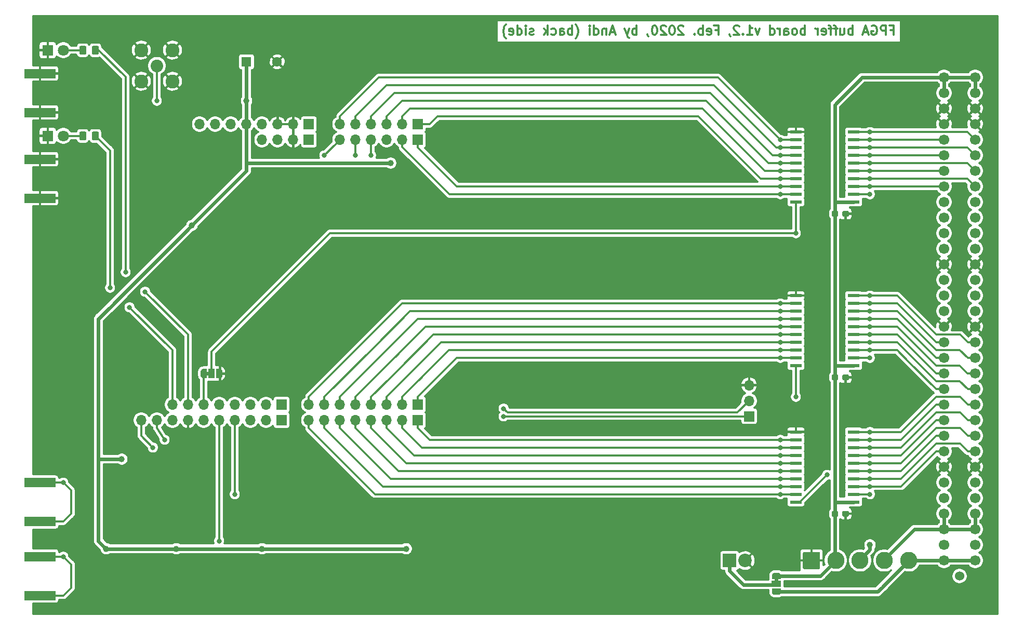
<source format=gbl>
G04 #@! TF.GenerationSoftware,KiCad,Pcbnew,(5.1.5)-3*
G04 #@! TF.CreationDate,2020-02-25T10:17:19+01:00*
G04 #@! TF.ProjectId,FPGA_buffer_board,46504741-5f62-4756-9666-65725f626f61,1.1*
G04 #@! TF.SameCoordinates,Original*
G04 #@! TF.FileFunction,Copper,L2,Bot*
G04 #@! TF.FilePolarity,Positive*
%FSLAX46Y46*%
G04 Gerber Fmt 4.6, Leading zero omitted, Abs format (unit mm)*
G04 Created by KiCad (PCBNEW (5.1.5)-3) date 2020-02-25 10:17:19*
%MOMM*%
%LPD*%
G04 APERTURE LIST*
%ADD10C,0.300000*%
%ADD11C,0.100000*%
%ADD12R,1.500000X1.000000*%
%ADD13R,1.800000X1.800000*%
%ADD14C,1.800000*%
%ADD15R,1.600000X1.600000*%
%ADD16C,1.600000*%
%ADD17R,1.700000X1.700000*%
%ADD18O,1.700000X1.700000*%
%ADD19C,2.250000*%
%ADD20C,2.050000*%
%ADD21R,1.000000X1.500000*%
%ADD22R,1.950000X0.600000*%
%ADD23C,1.700000*%
%ADD24C,1.524000*%
%ADD25R,2.200000X2.200000*%
%ADD26C,2.200000*%
%ADD27C,2.800000*%
%ADD28R,5.080000X1.500000*%
%ADD29C,1.000000*%
%ADD30C,0.800000*%
%ADD31C,0.400000*%
%ADD32C,0.600000*%
%ADD33C,0.350000*%
G04 APERTURE END LIST*
D10*
X230087857Y-53232857D02*
X230587857Y-53232857D01*
X230587857Y-54018571D02*
X230587857Y-52518571D01*
X229873571Y-52518571D01*
X229302142Y-54018571D02*
X229302142Y-52518571D01*
X228730714Y-52518571D01*
X228587857Y-52590000D01*
X228516428Y-52661428D01*
X228445000Y-52804285D01*
X228445000Y-53018571D01*
X228516428Y-53161428D01*
X228587857Y-53232857D01*
X228730714Y-53304285D01*
X229302142Y-53304285D01*
X227016428Y-52590000D02*
X227159285Y-52518571D01*
X227373571Y-52518571D01*
X227587857Y-52590000D01*
X227730714Y-52732857D01*
X227802142Y-52875714D01*
X227873571Y-53161428D01*
X227873571Y-53375714D01*
X227802142Y-53661428D01*
X227730714Y-53804285D01*
X227587857Y-53947142D01*
X227373571Y-54018571D01*
X227230714Y-54018571D01*
X227016428Y-53947142D01*
X226945000Y-53875714D01*
X226945000Y-53375714D01*
X227230714Y-53375714D01*
X226373571Y-53590000D02*
X225659285Y-53590000D01*
X226516428Y-54018571D02*
X226016428Y-52518571D01*
X225516428Y-54018571D01*
X223873571Y-54018571D02*
X223873571Y-52518571D01*
X223873571Y-53090000D02*
X223730714Y-53018571D01*
X223445000Y-53018571D01*
X223302142Y-53090000D01*
X223230714Y-53161428D01*
X223159285Y-53304285D01*
X223159285Y-53732857D01*
X223230714Y-53875714D01*
X223302142Y-53947142D01*
X223445000Y-54018571D01*
X223730714Y-54018571D01*
X223873571Y-53947142D01*
X221873571Y-53018571D02*
X221873571Y-54018571D01*
X222516428Y-53018571D02*
X222516428Y-53804285D01*
X222445000Y-53947142D01*
X222302142Y-54018571D01*
X222087857Y-54018571D01*
X221945000Y-53947142D01*
X221873571Y-53875714D01*
X221373571Y-53018571D02*
X220802142Y-53018571D01*
X221159285Y-54018571D02*
X221159285Y-52732857D01*
X221087857Y-52590000D01*
X220945000Y-52518571D01*
X220802142Y-52518571D01*
X220516428Y-53018571D02*
X219945000Y-53018571D01*
X220302142Y-54018571D02*
X220302142Y-52732857D01*
X220230714Y-52590000D01*
X220087857Y-52518571D01*
X219945000Y-52518571D01*
X218873571Y-53947142D02*
X219016428Y-54018571D01*
X219302142Y-54018571D01*
X219445000Y-53947142D01*
X219516428Y-53804285D01*
X219516428Y-53232857D01*
X219445000Y-53090000D01*
X219302142Y-53018571D01*
X219016428Y-53018571D01*
X218873571Y-53090000D01*
X218802142Y-53232857D01*
X218802142Y-53375714D01*
X219516428Y-53518571D01*
X218159285Y-54018571D02*
X218159285Y-53018571D01*
X218159285Y-53304285D02*
X218087857Y-53161428D01*
X218016428Y-53090000D01*
X217873571Y-53018571D01*
X217730714Y-53018571D01*
X216087857Y-54018571D02*
X216087857Y-52518571D01*
X216087857Y-53090000D02*
X215945000Y-53018571D01*
X215659285Y-53018571D01*
X215516428Y-53090000D01*
X215445000Y-53161428D01*
X215373571Y-53304285D01*
X215373571Y-53732857D01*
X215445000Y-53875714D01*
X215516428Y-53947142D01*
X215659285Y-54018571D01*
X215945000Y-54018571D01*
X216087857Y-53947142D01*
X214516428Y-54018571D02*
X214659285Y-53947142D01*
X214730714Y-53875714D01*
X214802142Y-53732857D01*
X214802142Y-53304285D01*
X214730714Y-53161428D01*
X214659285Y-53090000D01*
X214516428Y-53018571D01*
X214302142Y-53018571D01*
X214159285Y-53090000D01*
X214087857Y-53161428D01*
X214016428Y-53304285D01*
X214016428Y-53732857D01*
X214087857Y-53875714D01*
X214159285Y-53947142D01*
X214302142Y-54018571D01*
X214516428Y-54018571D01*
X212730714Y-54018571D02*
X212730714Y-53232857D01*
X212802142Y-53090000D01*
X212945000Y-53018571D01*
X213230714Y-53018571D01*
X213373571Y-53090000D01*
X212730714Y-53947142D02*
X212873571Y-54018571D01*
X213230714Y-54018571D01*
X213373571Y-53947142D01*
X213445000Y-53804285D01*
X213445000Y-53661428D01*
X213373571Y-53518571D01*
X213230714Y-53447142D01*
X212873571Y-53447142D01*
X212730714Y-53375714D01*
X212016428Y-54018571D02*
X212016428Y-53018571D01*
X212016428Y-53304285D02*
X211945000Y-53161428D01*
X211873571Y-53090000D01*
X211730714Y-53018571D01*
X211587857Y-53018571D01*
X210445000Y-54018571D02*
X210445000Y-52518571D01*
X210445000Y-53947142D02*
X210587857Y-54018571D01*
X210873571Y-54018571D01*
X211016428Y-53947142D01*
X211087857Y-53875714D01*
X211159285Y-53732857D01*
X211159285Y-53304285D01*
X211087857Y-53161428D01*
X211016428Y-53090000D01*
X210873571Y-53018571D01*
X210587857Y-53018571D01*
X210445000Y-53090000D01*
X208730714Y-53018571D02*
X208373571Y-54018571D01*
X208016428Y-53018571D01*
X206659285Y-54018571D02*
X207516428Y-54018571D01*
X207087857Y-54018571D02*
X207087857Y-52518571D01*
X207230714Y-52732857D01*
X207373571Y-52875714D01*
X207516428Y-52947142D01*
X206016428Y-53875714D02*
X205945000Y-53947142D01*
X206016428Y-54018571D01*
X206087857Y-53947142D01*
X206016428Y-53875714D01*
X206016428Y-54018571D01*
X205373571Y-52661428D02*
X205302142Y-52590000D01*
X205159285Y-52518571D01*
X204802142Y-52518571D01*
X204659285Y-52590000D01*
X204587857Y-52661428D01*
X204516428Y-52804285D01*
X204516428Y-52947142D01*
X204587857Y-53161428D01*
X205445000Y-54018571D01*
X204516428Y-54018571D01*
X203802142Y-53947142D02*
X203802142Y-54018571D01*
X203873571Y-54161428D01*
X203945000Y-54232857D01*
X201516428Y-53232857D02*
X202016428Y-53232857D01*
X202016428Y-54018571D02*
X202016428Y-52518571D01*
X201302142Y-52518571D01*
X200159285Y-53947142D02*
X200302142Y-54018571D01*
X200587857Y-54018571D01*
X200730714Y-53947142D01*
X200802142Y-53804285D01*
X200802142Y-53232857D01*
X200730714Y-53090000D01*
X200587857Y-53018571D01*
X200302142Y-53018571D01*
X200159285Y-53090000D01*
X200087857Y-53232857D01*
X200087857Y-53375714D01*
X200802142Y-53518571D01*
X199445000Y-54018571D02*
X199445000Y-52518571D01*
X199445000Y-53090000D02*
X199302142Y-53018571D01*
X199016428Y-53018571D01*
X198873571Y-53090000D01*
X198802142Y-53161428D01*
X198730714Y-53304285D01*
X198730714Y-53732857D01*
X198802142Y-53875714D01*
X198873571Y-53947142D01*
X199016428Y-54018571D01*
X199302142Y-54018571D01*
X199445000Y-53947142D01*
X198087857Y-53875714D02*
X198016428Y-53947142D01*
X198087857Y-54018571D01*
X198159285Y-53947142D01*
X198087857Y-53875714D01*
X198087857Y-54018571D01*
X196302142Y-52661428D02*
X196230714Y-52590000D01*
X196087857Y-52518571D01*
X195730714Y-52518571D01*
X195587857Y-52590000D01*
X195516428Y-52661428D01*
X195445000Y-52804285D01*
X195445000Y-52947142D01*
X195516428Y-53161428D01*
X196373571Y-54018571D01*
X195445000Y-54018571D01*
X194516428Y-52518571D02*
X194373571Y-52518571D01*
X194230714Y-52590000D01*
X194159285Y-52661428D01*
X194087857Y-52804285D01*
X194016428Y-53090000D01*
X194016428Y-53447142D01*
X194087857Y-53732857D01*
X194159285Y-53875714D01*
X194230714Y-53947142D01*
X194373571Y-54018571D01*
X194516428Y-54018571D01*
X194659285Y-53947142D01*
X194730714Y-53875714D01*
X194802142Y-53732857D01*
X194873571Y-53447142D01*
X194873571Y-53090000D01*
X194802142Y-52804285D01*
X194730714Y-52661428D01*
X194659285Y-52590000D01*
X194516428Y-52518571D01*
X193445000Y-52661428D02*
X193373571Y-52590000D01*
X193230714Y-52518571D01*
X192873571Y-52518571D01*
X192730714Y-52590000D01*
X192659285Y-52661428D01*
X192587857Y-52804285D01*
X192587857Y-52947142D01*
X192659285Y-53161428D01*
X193516428Y-54018571D01*
X192587857Y-54018571D01*
X191659285Y-52518571D02*
X191516428Y-52518571D01*
X191373571Y-52590000D01*
X191302142Y-52661428D01*
X191230714Y-52804285D01*
X191159285Y-53090000D01*
X191159285Y-53447142D01*
X191230714Y-53732857D01*
X191302142Y-53875714D01*
X191373571Y-53947142D01*
X191516428Y-54018571D01*
X191659285Y-54018571D01*
X191802142Y-53947142D01*
X191873571Y-53875714D01*
X191945000Y-53732857D01*
X192016428Y-53447142D01*
X192016428Y-53090000D01*
X191945000Y-52804285D01*
X191873571Y-52661428D01*
X191802142Y-52590000D01*
X191659285Y-52518571D01*
X190445000Y-53947142D02*
X190445000Y-54018571D01*
X190516428Y-54161428D01*
X190587857Y-54232857D01*
X188659285Y-54018571D02*
X188659285Y-52518571D01*
X188659285Y-53090000D02*
X188516428Y-53018571D01*
X188230714Y-53018571D01*
X188087857Y-53090000D01*
X188016428Y-53161428D01*
X187945000Y-53304285D01*
X187945000Y-53732857D01*
X188016428Y-53875714D01*
X188087857Y-53947142D01*
X188230714Y-54018571D01*
X188516428Y-54018571D01*
X188659285Y-53947142D01*
X187445000Y-53018571D02*
X187087857Y-54018571D01*
X186730714Y-53018571D02*
X187087857Y-54018571D01*
X187230714Y-54375714D01*
X187302142Y-54447142D01*
X187445000Y-54518571D01*
X185087857Y-53590000D02*
X184373571Y-53590000D01*
X185230714Y-54018571D02*
X184730714Y-52518571D01*
X184230714Y-54018571D01*
X183730714Y-53018571D02*
X183730714Y-54018571D01*
X183730714Y-53161428D02*
X183659285Y-53090000D01*
X183516428Y-53018571D01*
X183302142Y-53018571D01*
X183159285Y-53090000D01*
X183087857Y-53232857D01*
X183087857Y-54018571D01*
X181730714Y-54018571D02*
X181730714Y-52518571D01*
X181730714Y-53947142D02*
X181873571Y-54018571D01*
X182159285Y-54018571D01*
X182302142Y-53947142D01*
X182373571Y-53875714D01*
X182445000Y-53732857D01*
X182445000Y-53304285D01*
X182373571Y-53161428D01*
X182302142Y-53090000D01*
X182159285Y-53018571D01*
X181873571Y-53018571D01*
X181730714Y-53090000D01*
X181016428Y-54018571D02*
X181016428Y-53018571D01*
X181016428Y-52518571D02*
X181087857Y-52590000D01*
X181016428Y-52661428D01*
X180945000Y-52590000D01*
X181016428Y-52518571D01*
X181016428Y-52661428D01*
X178730714Y-54590000D02*
X178802142Y-54518571D01*
X178945000Y-54304285D01*
X179016428Y-54161428D01*
X179087857Y-53947142D01*
X179159285Y-53590000D01*
X179159285Y-53304285D01*
X179087857Y-52947142D01*
X179016428Y-52732857D01*
X178945000Y-52590000D01*
X178802142Y-52375714D01*
X178730714Y-52304285D01*
X178159285Y-54018571D02*
X178159285Y-52518571D01*
X178159285Y-53090000D02*
X178016428Y-53018571D01*
X177730714Y-53018571D01*
X177587857Y-53090000D01*
X177516428Y-53161428D01*
X177445000Y-53304285D01*
X177445000Y-53732857D01*
X177516428Y-53875714D01*
X177587857Y-53947142D01*
X177730714Y-54018571D01*
X178016428Y-54018571D01*
X178159285Y-53947142D01*
X176159285Y-54018571D02*
X176159285Y-53232857D01*
X176230714Y-53090000D01*
X176373571Y-53018571D01*
X176659285Y-53018571D01*
X176802142Y-53090000D01*
X176159285Y-53947142D02*
X176302142Y-54018571D01*
X176659285Y-54018571D01*
X176802142Y-53947142D01*
X176873571Y-53804285D01*
X176873571Y-53661428D01*
X176802142Y-53518571D01*
X176659285Y-53447142D01*
X176302142Y-53447142D01*
X176159285Y-53375714D01*
X174802142Y-53947142D02*
X174945000Y-54018571D01*
X175230714Y-54018571D01*
X175373571Y-53947142D01*
X175445000Y-53875714D01*
X175516428Y-53732857D01*
X175516428Y-53304285D01*
X175445000Y-53161428D01*
X175373571Y-53090000D01*
X175230714Y-53018571D01*
X174945000Y-53018571D01*
X174802142Y-53090000D01*
X174159285Y-54018571D02*
X174159285Y-52518571D01*
X174016428Y-53447142D02*
X173587857Y-54018571D01*
X173587857Y-53018571D02*
X174159285Y-53590000D01*
X171873571Y-53947142D02*
X171730714Y-54018571D01*
X171445000Y-54018571D01*
X171302142Y-53947142D01*
X171230714Y-53804285D01*
X171230714Y-53732857D01*
X171302142Y-53590000D01*
X171445000Y-53518571D01*
X171659285Y-53518571D01*
X171802142Y-53447142D01*
X171873571Y-53304285D01*
X171873571Y-53232857D01*
X171802142Y-53090000D01*
X171659285Y-53018571D01*
X171445000Y-53018571D01*
X171302142Y-53090000D01*
X170587857Y-54018571D02*
X170587857Y-53018571D01*
X170587857Y-52518571D02*
X170659285Y-52590000D01*
X170587857Y-52661428D01*
X170516428Y-52590000D01*
X170587857Y-52518571D01*
X170587857Y-52661428D01*
X169230714Y-54018571D02*
X169230714Y-52518571D01*
X169230714Y-53947142D02*
X169373571Y-54018571D01*
X169659285Y-54018571D01*
X169802142Y-53947142D01*
X169873571Y-53875714D01*
X169945000Y-53732857D01*
X169945000Y-53304285D01*
X169873571Y-53161428D01*
X169802142Y-53090000D01*
X169659285Y-53018571D01*
X169373571Y-53018571D01*
X169230714Y-53090000D01*
X167945000Y-53947142D02*
X168087857Y-54018571D01*
X168373571Y-54018571D01*
X168516428Y-53947142D01*
X168587857Y-53804285D01*
X168587857Y-53232857D01*
X168516428Y-53090000D01*
X168373571Y-53018571D01*
X168087857Y-53018571D01*
X167945000Y-53090000D01*
X167873571Y-53232857D01*
X167873571Y-53375714D01*
X168587857Y-53518571D01*
X167373571Y-54590000D02*
X167302142Y-54518571D01*
X167159285Y-54304285D01*
X167087857Y-54161428D01*
X167016428Y-53947142D01*
X166945000Y-53590000D01*
X166945000Y-53304285D01*
X167016428Y-52947142D01*
X167087857Y-52732857D01*
X167159285Y-52590000D01*
X167302142Y-52375714D01*
X167373571Y-52304285D01*
G04 #@! TA.AperFunction,SMDPad,CuDef*
D11*
G36*
X223040779Y-82711144D02*
G01*
X223063834Y-82714563D01*
X223086443Y-82720227D01*
X223108387Y-82728079D01*
X223129457Y-82738044D01*
X223149448Y-82750026D01*
X223168168Y-82763910D01*
X223185438Y-82779562D01*
X223201090Y-82796832D01*
X223214974Y-82815552D01*
X223226956Y-82835543D01*
X223236921Y-82856613D01*
X223244773Y-82878557D01*
X223250437Y-82901166D01*
X223253856Y-82924221D01*
X223255000Y-82947500D01*
X223255000Y-83422500D01*
X223253856Y-83445779D01*
X223250437Y-83468834D01*
X223244773Y-83491443D01*
X223236921Y-83513387D01*
X223226956Y-83534457D01*
X223214974Y-83554448D01*
X223201090Y-83573168D01*
X223185438Y-83590438D01*
X223168168Y-83606090D01*
X223149448Y-83619974D01*
X223129457Y-83631956D01*
X223108387Y-83641921D01*
X223086443Y-83649773D01*
X223063834Y-83655437D01*
X223040779Y-83658856D01*
X223017500Y-83660000D01*
X222442500Y-83660000D01*
X222419221Y-83658856D01*
X222396166Y-83655437D01*
X222373557Y-83649773D01*
X222351613Y-83641921D01*
X222330543Y-83631956D01*
X222310552Y-83619974D01*
X222291832Y-83606090D01*
X222274562Y-83590438D01*
X222258910Y-83573168D01*
X222245026Y-83554448D01*
X222233044Y-83534457D01*
X222223079Y-83513387D01*
X222215227Y-83491443D01*
X222209563Y-83468834D01*
X222206144Y-83445779D01*
X222205000Y-83422500D01*
X222205000Y-82947500D01*
X222206144Y-82924221D01*
X222209563Y-82901166D01*
X222215227Y-82878557D01*
X222223079Y-82856613D01*
X222233044Y-82835543D01*
X222245026Y-82815552D01*
X222258910Y-82796832D01*
X222274562Y-82779562D01*
X222291832Y-82763910D01*
X222310552Y-82750026D01*
X222330543Y-82738044D01*
X222351613Y-82728079D01*
X222373557Y-82720227D01*
X222396166Y-82714563D01*
X222419221Y-82711144D01*
X222442500Y-82710000D01*
X223017500Y-82710000D01*
X223040779Y-82711144D01*
G37*
G04 #@! TD.AperFunction*
G04 #@! TA.AperFunction,SMDPad,CuDef*
G36*
X221290779Y-82711144D02*
G01*
X221313834Y-82714563D01*
X221336443Y-82720227D01*
X221358387Y-82728079D01*
X221379457Y-82738044D01*
X221399448Y-82750026D01*
X221418168Y-82763910D01*
X221435438Y-82779562D01*
X221451090Y-82796832D01*
X221464974Y-82815552D01*
X221476956Y-82835543D01*
X221486921Y-82856613D01*
X221494773Y-82878557D01*
X221500437Y-82901166D01*
X221503856Y-82924221D01*
X221505000Y-82947500D01*
X221505000Y-83422500D01*
X221503856Y-83445779D01*
X221500437Y-83468834D01*
X221494773Y-83491443D01*
X221486921Y-83513387D01*
X221476956Y-83534457D01*
X221464974Y-83554448D01*
X221451090Y-83573168D01*
X221435438Y-83590438D01*
X221418168Y-83606090D01*
X221399448Y-83619974D01*
X221379457Y-83631956D01*
X221358387Y-83641921D01*
X221336443Y-83649773D01*
X221313834Y-83655437D01*
X221290779Y-83658856D01*
X221267500Y-83660000D01*
X220692500Y-83660000D01*
X220669221Y-83658856D01*
X220646166Y-83655437D01*
X220623557Y-83649773D01*
X220601613Y-83641921D01*
X220580543Y-83631956D01*
X220560552Y-83619974D01*
X220541832Y-83606090D01*
X220524562Y-83590438D01*
X220508910Y-83573168D01*
X220495026Y-83554448D01*
X220483044Y-83534457D01*
X220473079Y-83513387D01*
X220465227Y-83491443D01*
X220459563Y-83468834D01*
X220456144Y-83445779D01*
X220455000Y-83422500D01*
X220455000Y-82947500D01*
X220456144Y-82924221D01*
X220459563Y-82901166D01*
X220465227Y-82878557D01*
X220473079Y-82856613D01*
X220483044Y-82835543D01*
X220495026Y-82815552D01*
X220508910Y-82796832D01*
X220524562Y-82779562D01*
X220541832Y-82763910D01*
X220560552Y-82750026D01*
X220580543Y-82738044D01*
X220601613Y-82728079D01*
X220623557Y-82720227D01*
X220646166Y-82714563D01*
X220669221Y-82711144D01*
X220692500Y-82710000D01*
X221267500Y-82710000D01*
X221290779Y-82711144D01*
G37*
G04 #@! TD.AperFunction*
D12*
X211455000Y-143510000D03*
G04 #@! TA.AperFunction,SMDPad,CuDef*
D11*
G36*
X212204398Y-144810000D02*
G01*
X212204398Y-144834534D01*
X212199588Y-144883365D01*
X212190016Y-144931490D01*
X212175772Y-144978445D01*
X212156995Y-145023778D01*
X212133864Y-145067051D01*
X212106604Y-145107850D01*
X212075476Y-145145779D01*
X212040779Y-145180476D01*
X212002850Y-145211604D01*
X211962051Y-145238864D01*
X211918778Y-145261995D01*
X211873445Y-145280772D01*
X211826490Y-145295016D01*
X211778365Y-145304588D01*
X211729534Y-145309398D01*
X211705000Y-145309398D01*
X211705000Y-145310000D01*
X211205000Y-145310000D01*
X211205000Y-145309398D01*
X211180466Y-145309398D01*
X211131635Y-145304588D01*
X211083510Y-145295016D01*
X211036555Y-145280772D01*
X210991222Y-145261995D01*
X210947949Y-145238864D01*
X210907150Y-145211604D01*
X210869221Y-145180476D01*
X210834524Y-145145779D01*
X210803396Y-145107850D01*
X210776136Y-145067051D01*
X210753005Y-145023778D01*
X210734228Y-144978445D01*
X210719984Y-144931490D01*
X210710412Y-144883365D01*
X210705602Y-144834534D01*
X210705602Y-144810000D01*
X210705000Y-144810000D01*
X210705000Y-144260000D01*
X212205000Y-144260000D01*
X212205000Y-144810000D01*
X212204398Y-144810000D01*
G37*
G04 #@! TD.AperFunction*
G04 #@! TA.AperFunction,SMDPad,CuDef*
G36*
X211755000Y-142760000D02*
G01*
X211755000Y-143110000D01*
X211155000Y-143110000D01*
X211155000Y-142760000D01*
X210705000Y-142760000D01*
X210705000Y-142210000D01*
X210705602Y-142210000D01*
X210705602Y-142185466D01*
X210710412Y-142136635D01*
X210719984Y-142088510D01*
X210734228Y-142041555D01*
X210753005Y-141996222D01*
X210776136Y-141952949D01*
X210803396Y-141912150D01*
X210834524Y-141874221D01*
X210869221Y-141839524D01*
X210907150Y-141808396D01*
X210947949Y-141781136D01*
X210991222Y-141758005D01*
X211036555Y-141739228D01*
X211083510Y-141724984D01*
X211131635Y-141715412D01*
X211180466Y-141710602D01*
X211205000Y-141710602D01*
X211205000Y-141710000D01*
X211705000Y-141710000D01*
X211705000Y-141710602D01*
X211729534Y-141710602D01*
X211778365Y-141715412D01*
X211826490Y-141724984D01*
X211873445Y-141739228D01*
X211918778Y-141758005D01*
X211962051Y-141781136D01*
X212002850Y-141808396D01*
X212040779Y-141839524D01*
X212075476Y-141874221D01*
X212106604Y-141912150D01*
X212133864Y-141952949D01*
X212156995Y-141996222D01*
X212175772Y-142041555D01*
X212190016Y-142088510D01*
X212199588Y-142136635D01*
X212204398Y-142185466D01*
X212204398Y-142210000D01*
X212205000Y-142210000D01*
X212205000Y-142760000D01*
X211755000Y-142760000D01*
G37*
G04 #@! TD.AperFunction*
D13*
X92710000Y-70485000D03*
D14*
X95250000Y-70485000D03*
G04 #@! TA.AperFunction,SMDPad,CuDef*
D11*
G36*
X98774505Y-69786204D02*
G01*
X98798773Y-69789804D01*
X98822572Y-69795765D01*
X98845671Y-69804030D01*
X98867850Y-69814520D01*
X98888893Y-69827132D01*
X98908599Y-69841747D01*
X98926777Y-69858223D01*
X98943253Y-69876401D01*
X98957868Y-69896107D01*
X98970480Y-69917150D01*
X98980970Y-69939329D01*
X98989235Y-69962428D01*
X98995196Y-69986227D01*
X98998796Y-70010495D01*
X99000000Y-70034999D01*
X99000000Y-70935001D01*
X98998796Y-70959505D01*
X98995196Y-70983773D01*
X98989235Y-71007572D01*
X98980970Y-71030671D01*
X98970480Y-71052850D01*
X98957868Y-71073893D01*
X98943253Y-71093599D01*
X98926777Y-71111777D01*
X98908599Y-71128253D01*
X98888893Y-71142868D01*
X98867850Y-71155480D01*
X98845671Y-71165970D01*
X98822572Y-71174235D01*
X98798773Y-71180196D01*
X98774505Y-71183796D01*
X98750001Y-71185000D01*
X98099999Y-71185000D01*
X98075495Y-71183796D01*
X98051227Y-71180196D01*
X98027428Y-71174235D01*
X98004329Y-71165970D01*
X97982150Y-71155480D01*
X97961107Y-71142868D01*
X97941401Y-71128253D01*
X97923223Y-71111777D01*
X97906747Y-71093599D01*
X97892132Y-71073893D01*
X97879520Y-71052850D01*
X97869030Y-71030671D01*
X97860765Y-71007572D01*
X97854804Y-70983773D01*
X97851204Y-70959505D01*
X97850000Y-70935001D01*
X97850000Y-70034999D01*
X97851204Y-70010495D01*
X97854804Y-69986227D01*
X97860765Y-69962428D01*
X97869030Y-69939329D01*
X97879520Y-69917150D01*
X97892132Y-69896107D01*
X97906747Y-69876401D01*
X97923223Y-69858223D01*
X97941401Y-69841747D01*
X97961107Y-69827132D01*
X97982150Y-69814520D01*
X98004329Y-69804030D01*
X98027428Y-69795765D01*
X98051227Y-69789804D01*
X98075495Y-69786204D01*
X98099999Y-69785000D01*
X98750001Y-69785000D01*
X98774505Y-69786204D01*
G37*
G04 #@! TD.AperFunction*
G04 #@! TA.AperFunction,SMDPad,CuDef*
G36*
X100824505Y-69786204D02*
G01*
X100848773Y-69789804D01*
X100872572Y-69795765D01*
X100895671Y-69804030D01*
X100917850Y-69814520D01*
X100938893Y-69827132D01*
X100958599Y-69841747D01*
X100976777Y-69858223D01*
X100993253Y-69876401D01*
X101007868Y-69896107D01*
X101020480Y-69917150D01*
X101030970Y-69939329D01*
X101039235Y-69962428D01*
X101045196Y-69986227D01*
X101048796Y-70010495D01*
X101050000Y-70034999D01*
X101050000Y-70935001D01*
X101048796Y-70959505D01*
X101045196Y-70983773D01*
X101039235Y-71007572D01*
X101030970Y-71030671D01*
X101020480Y-71052850D01*
X101007868Y-71073893D01*
X100993253Y-71093599D01*
X100976777Y-71111777D01*
X100958599Y-71128253D01*
X100938893Y-71142868D01*
X100917850Y-71155480D01*
X100895671Y-71165970D01*
X100872572Y-71174235D01*
X100848773Y-71180196D01*
X100824505Y-71183796D01*
X100800001Y-71185000D01*
X100149999Y-71185000D01*
X100125495Y-71183796D01*
X100101227Y-71180196D01*
X100077428Y-71174235D01*
X100054329Y-71165970D01*
X100032150Y-71155480D01*
X100011107Y-71142868D01*
X99991401Y-71128253D01*
X99973223Y-71111777D01*
X99956747Y-71093599D01*
X99942132Y-71073893D01*
X99929520Y-71052850D01*
X99919030Y-71030671D01*
X99910765Y-71007572D01*
X99904804Y-70983773D01*
X99901204Y-70959505D01*
X99900000Y-70935001D01*
X99900000Y-70034999D01*
X99901204Y-70010495D01*
X99904804Y-69986227D01*
X99910765Y-69962428D01*
X99919030Y-69939329D01*
X99929520Y-69917150D01*
X99942132Y-69896107D01*
X99956747Y-69876401D01*
X99973223Y-69858223D01*
X99991401Y-69841747D01*
X100011107Y-69827132D01*
X100032150Y-69814520D01*
X100054329Y-69804030D01*
X100077428Y-69795765D01*
X100101227Y-69789804D01*
X100125495Y-69786204D01*
X100149999Y-69785000D01*
X100800001Y-69785000D01*
X100824505Y-69786204D01*
G37*
G04 #@! TD.AperFunction*
D15*
X125095000Y-58420000D03*
D16*
X130095000Y-58420000D03*
D17*
X130810000Y-114300000D03*
D18*
X128270000Y-114300000D03*
X125730000Y-114300000D03*
X123190000Y-114300000D03*
X120650000Y-114300000D03*
X118110000Y-114300000D03*
X115570000Y-114300000D03*
X113030000Y-114300000D03*
D19*
X113030000Y-56515000D03*
X113030000Y-61595000D03*
X107950000Y-61595000D03*
X107950000Y-56515000D03*
D20*
X110490000Y-59055000D03*
G04 #@! TA.AperFunction,SMDPad,CuDef*
D11*
G36*
X221290779Y-131606144D02*
G01*
X221313834Y-131609563D01*
X221336443Y-131615227D01*
X221358387Y-131623079D01*
X221379457Y-131633044D01*
X221399448Y-131645026D01*
X221418168Y-131658910D01*
X221435438Y-131674562D01*
X221451090Y-131691832D01*
X221464974Y-131710552D01*
X221476956Y-131730543D01*
X221486921Y-131751613D01*
X221494773Y-131773557D01*
X221500437Y-131796166D01*
X221503856Y-131819221D01*
X221505000Y-131842500D01*
X221505000Y-132317500D01*
X221503856Y-132340779D01*
X221500437Y-132363834D01*
X221494773Y-132386443D01*
X221486921Y-132408387D01*
X221476956Y-132429457D01*
X221464974Y-132449448D01*
X221451090Y-132468168D01*
X221435438Y-132485438D01*
X221418168Y-132501090D01*
X221399448Y-132514974D01*
X221379457Y-132526956D01*
X221358387Y-132536921D01*
X221336443Y-132544773D01*
X221313834Y-132550437D01*
X221290779Y-132553856D01*
X221267500Y-132555000D01*
X220692500Y-132555000D01*
X220669221Y-132553856D01*
X220646166Y-132550437D01*
X220623557Y-132544773D01*
X220601613Y-132536921D01*
X220580543Y-132526956D01*
X220560552Y-132514974D01*
X220541832Y-132501090D01*
X220524562Y-132485438D01*
X220508910Y-132468168D01*
X220495026Y-132449448D01*
X220483044Y-132429457D01*
X220473079Y-132408387D01*
X220465227Y-132386443D01*
X220459563Y-132363834D01*
X220456144Y-132340779D01*
X220455000Y-132317500D01*
X220455000Y-131842500D01*
X220456144Y-131819221D01*
X220459563Y-131796166D01*
X220465227Y-131773557D01*
X220473079Y-131751613D01*
X220483044Y-131730543D01*
X220495026Y-131710552D01*
X220508910Y-131691832D01*
X220524562Y-131674562D01*
X220541832Y-131658910D01*
X220560552Y-131645026D01*
X220580543Y-131633044D01*
X220601613Y-131623079D01*
X220623557Y-131615227D01*
X220646166Y-131609563D01*
X220669221Y-131606144D01*
X220692500Y-131605000D01*
X221267500Y-131605000D01*
X221290779Y-131606144D01*
G37*
G04 #@! TD.AperFunction*
G04 #@! TA.AperFunction,SMDPad,CuDef*
G36*
X223040779Y-131606144D02*
G01*
X223063834Y-131609563D01*
X223086443Y-131615227D01*
X223108387Y-131623079D01*
X223129457Y-131633044D01*
X223149448Y-131645026D01*
X223168168Y-131658910D01*
X223185438Y-131674562D01*
X223201090Y-131691832D01*
X223214974Y-131710552D01*
X223226956Y-131730543D01*
X223236921Y-131751613D01*
X223244773Y-131773557D01*
X223250437Y-131796166D01*
X223253856Y-131819221D01*
X223255000Y-131842500D01*
X223255000Y-132317500D01*
X223253856Y-132340779D01*
X223250437Y-132363834D01*
X223244773Y-132386443D01*
X223236921Y-132408387D01*
X223226956Y-132429457D01*
X223214974Y-132449448D01*
X223201090Y-132468168D01*
X223185438Y-132485438D01*
X223168168Y-132501090D01*
X223149448Y-132514974D01*
X223129457Y-132526956D01*
X223108387Y-132536921D01*
X223086443Y-132544773D01*
X223063834Y-132550437D01*
X223040779Y-132553856D01*
X223017500Y-132555000D01*
X222442500Y-132555000D01*
X222419221Y-132553856D01*
X222396166Y-132550437D01*
X222373557Y-132544773D01*
X222351613Y-132536921D01*
X222330543Y-132526956D01*
X222310552Y-132514974D01*
X222291832Y-132501090D01*
X222274562Y-132485438D01*
X222258910Y-132468168D01*
X222245026Y-132449448D01*
X222233044Y-132429457D01*
X222223079Y-132408387D01*
X222215227Y-132386443D01*
X222209563Y-132363834D01*
X222206144Y-132340779D01*
X222205000Y-132317500D01*
X222205000Y-131842500D01*
X222206144Y-131819221D01*
X222209563Y-131796166D01*
X222215227Y-131773557D01*
X222223079Y-131751613D01*
X222233044Y-131730543D01*
X222245026Y-131710552D01*
X222258910Y-131691832D01*
X222274562Y-131674562D01*
X222291832Y-131658910D01*
X222310552Y-131645026D01*
X222330543Y-131633044D01*
X222351613Y-131623079D01*
X222373557Y-131615227D01*
X222396166Y-131609563D01*
X222419221Y-131606144D01*
X222442500Y-131605000D01*
X223017500Y-131605000D01*
X223040779Y-131606144D01*
G37*
G04 #@! TD.AperFunction*
G04 #@! TA.AperFunction,SMDPad,CuDef*
G36*
X221290779Y-109381144D02*
G01*
X221313834Y-109384563D01*
X221336443Y-109390227D01*
X221358387Y-109398079D01*
X221379457Y-109408044D01*
X221399448Y-109420026D01*
X221418168Y-109433910D01*
X221435438Y-109449562D01*
X221451090Y-109466832D01*
X221464974Y-109485552D01*
X221476956Y-109505543D01*
X221486921Y-109526613D01*
X221494773Y-109548557D01*
X221500437Y-109571166D01*
X221503856Y-109594221D01*
X221505000Y-109617500D01*
X221505000Y-110092500D01*
X221503856Y-110115779D01*
X221500437Y-110138834D01*
X221494773Y-110161443D01*
X221486921Y-110183387D01*
X221476956Y-110204457D01*
X221464974Y-110224448D01*
X221451090Y-110243168D01*
X221435438Y-110260438D01*
X221418168Y-110276090D01*
X221399448Y-110289974D01*
X221379457Y-110301956D01*
X221358387Y-110311921D01*
X221336443Y-110319773D01*
X221313834Y-110325437D01*
X221290779Y-110328856D01*
X221267500Y-110330000D01*
X220692500Y-110330000D01*
X220669221Y-110328856D01*
X220646166Y-110325437D01*
X220623557Y-110319773D01*
X220601613Y-110311921D01*
X220580543Y-110301956D01*
X220560552Y-110289974D01*
X220541832Y-110276090D01*
X220524562Y-110260438D01*
X220508910Y-110243168D01*
X220495026Y-110224448D01*
X220483044Y-110204457D01*
X220473079Y-110183387D01*
X220465227Y-110161443D01*
X220459563Y-110138834D01*
X220456144Y-110115779D01*
X220455000Y-110092500D01*
X220455000Y-109617500D01*
X220456144Y-109594221D01*
X220459563Y-109571166D01*
X220465227Y-109548557D01*
X220473079Y-109526613D01*
X220483044Y-109505543D01*
X220495026Y-109485552D01*
X220508910Y-109466832D01*
X220524562Y-109449562D01*
X220541832Y-109433910D01*
X220560552Y-109420026D01*
X220580543Y-109408044D01*
X220601613Y-109398079D01*
X220623557Y-109390227D01*
X220646166Y-109384563D01*
X220669221Y-109381144D01*
X220692500Y-109380000D01*
X221267500Y-109380000D01*
X221290779Y-109381144D01*
G37*
G04 #@! TD.AperFunction*
G04 #@! TA.AperFunction,SMDPad,CuDef*
G36*
X223040779Y-109381144D02*
G01*
X223063834Y-109384563D01*
X223086443Y-109390227D01*
X223108387Y-109398079D01*
X223129457Y-109408044D01*
X223149448Y-109420026D01*
X223168168Y-109433910D01*
X223185438Y-109449562D01*
X223201090Y-109466832D01*
X223214974Y-109485552D01*
X223226956Y-109505543D01*
X223236921Y-109526613D01*
X223244773Y-109548557D01*
X223250437Y-109571166D01*
X223253856Y-109594221D01*
X223255000Y-109617500D01*
X223255000Y-110092500D01*
X223253856Y-110115779D01*
X223250437Y-110138834D01*
X223244773Y-110161443D01*
X223236921Y-110183387D01*
X223226956Y-110204457D01*
X223214974Y-110224448D01*
X223201090Y-110243168D01*
X223185438Y-110260438D01*
X223168168Y-110276090D01*
X223149448Y-110289974D01*
X223129457Y-110301956D01*
X223108387Y-110311921D01*
X223086443Y-110319773D01*
X223063834Y-110325437D01*
X223040779Y-110328856D01*
X223017500Y-110330000D01*
X222442500Y-110330000D01*
X222419221Y-110328856D01*
X222396166Y-110325437D01*
X222373557Y-110319773D01*
X222351613Y-110311921D01*
X222330543Y-110301956D01*
X222310552Y-110289974D01*
X222291832Y-110276090D01*
X222274562Y-110260438D01*
X222258910Y-110243168D01*
X222245026Y-110224448D01*
X222233044Y-110204457D01*
X222223079Y-110183387D01*
X222215227Y-110161443D01*
X222209563Y-110138834D01*
X222206144Y-110115779D01*
X222205000Y-110092500D01*
X222205000Y-109617500D01*
X222206144Y-109594221D01*
X222209563Y-109571166D01*
X222215227Y-109548557D01*
X222223079Y-109526613D01*
X222233044Y-109505543D01*
X222245026Y-109485552D01*
X222258910Y-109466832D01*
X222274562Y-109449562D01*
X222291832Y-109433910D01*
X222310552Y-109420026D01*
X222330543Y-109408044D01*
X222351613Y-109398079D01*
X222373557Y-109390227D01*
X222396166Y-109384563D01*
X222419221Y-109381144D01*
X222442500Y-109380000D01*
X223017500Y-109380000D01*
X223040779Y-109381144D01*
G37*
G04 #@! TD.AperFunction*
D17*
X207010000Y-116205000D03*
D18*
X207010000Y-113665000D03*
X207010000Y-111125000D03*
D17*
X130810000Y-116840000D03*
D18*
X128270000Y-116840000D03*
X125730000Y-116840000D03*
X123190000Y-116840000D03*
X120650000Y-116840000D03*
X118110000Y-116840000D03*
X115570000Y-116840000D03*
X113030000Y-116840000D03*
X110490000Y-116840000D03*
X107950000Y-116840000D03*
D17*
X153035000Y-116840000D03*
D18*
X150495000Y-116840000D03*
X147955000Y-116840000D03*
X145415000Y-116840000D03*
X142875000Y-116840000D03*
X140335000Y-116840000D03*
X137795000Y-116840000D03*
X135255000Y-116840000D03*
D17*
X153035000Y-71120000D03*
D18*
X150495000Y-71120000D03*
X147955000Y-71120000D03*
X145415000Y-71120000D03*
X142875000Y-71120000D03*
X140335000Y-71120000D03*
G04 #@! TA.AperFunction,SMDPad,CuDef*
D11*
G36*
X118660000Y-108920000D02*
G01*
X119010000Y-108920000D01*
X119010000Y-109520000D01*
X118660000Y-109520000D01*
X118660000Y-109970000D01*
X118110000Y-109970000D01*
X118110000Y-109969398D01*
X118085466Y-109969398D01*
X118036635Y-109964588D01*
X117988510Y-109955016D01*
X117941555Y-109940772D01*
X117896222Y-109921995D01*
X117852949Y-109898864D01*
X117812150Y-109871604D01*
X117774221Y-109840476D01*
X117739524Y-109805779D01*
X117708396Y-109767850D01*
X117681136Y-109727051D01*
X117658005Y-109683778D01*
X117639228Y-109638445D01*
X117624984Y-109591490D01*
X117615412Y-109543365D01*
X117610602Y-109494534D01*
X117610602Y-109470000D01*
X117610000Y-109470000D01*
X117610000Y-108970000D01*
X117610602Y-108970000D01*
X117610602Y-108945466D01*
X117615412Y-108896635D01*
X117624984Y-108848510D01*
X117639228Y-108801555D01*
X117658005Y-108756222D01*
X117681136Y-108712949D01*
X117708396Y-108672150D01*
X117739524Y-108634221D01*
X117774221Y-108599524D01*
X117812150Y-108568396D01*
X117852949Y-108541136D01*
X117896222Y-108518005D01*
X117941555Y-108499228D01*
X117988510Y-108484984D01*
X118036635Y-108475412D01*
X118085466Y-108470602D01*
X118110000Y-108470602D01*
X118110000Y-108470000D01*
X118660000Y-108470000D01*
X118660000Y-108920000D01*
G37*
G04 #@! TD.AperFunction*
G04 #@! TA.AperFunction,SMDPad,CuDef*
G36*
X120710000Y-108470602D02*
G01*
X120734534Y-108470602D01*
X120783365Y-108475412D01*
X120831490Y-108484984D01*
X120878445Y-108499228D01*
X120923778Y-108518005D01*
X120967051Y-108541136D01*
X121007850Y-108568396D01*
X121045779Y-108599524D01*
X121080476Y-108634221D01*
X121111604Y-108672150D01*
X121138864Y-108712949D01*
X121161995Y-108756222D01*
X121180772Y-108801555D01*
X121195016Y-108848510D01*
X121204588Y-108896635D01*
X121209398Y-108945466D01*
X121209398Y-108970000D01*
X121210000Y-108970000D01*
X121210000Y-109470000D01*
X121209398Y-109470000D01*
X121209398Y-109494534D01*
X121204588Y-109543365D01*
X121195016Y-109591490D01*
X121180772Y-109638445D01*
X121161995Y-109683778D01*
X121138864Y-109727051D01*
X121111604Y-109767850D01*
X121080476Y-109805779D01*
X121045779Y-109840476D01*
X121007850Y-109871604D01*
X120967051Y-109898864D01*
X120923778Y-109921995D01*
X120878445Y-109940772D01*
X120831490Y-109955016D01*
X120783365Y-109964588D01*
X120734534Y-109969398D01*
X120710000Y-109969398D01*
X120710000Y-109970000D01*
X120160000Y-109970000D01*
X120160000Y-108470000D01*
X120710000Y-108470000D01*
X120710000Y-108470602D01*
G37*
G04 #@! TD.AperFunction*
D21*
X119410000Y-109220000D03*
D22*
X224030000Y-81280000D03*
X224030000Y-80010000D03*
X224030000Y-78740000D03*
X224030000Y-77470000D03*
X224030000Y-76200000D03*
X224030000Y-74930000D03*
X224030000Y-73660000D03*
X224030000Y-72390000D03*
X224030000Y-71120000D03*
X224030000Y-69850000D03*
X214630000Y-69850000D03*
X214630000Y-71120000D03*
X214630000Y-72390000D03*
X214630000Y-73660000D03*
X214630000Y-74930000D03*
X214630000Y-76200000D03*
X214630000Y-77470000D03*
X214630000Y-78740000D03*
X214630000Y-80010000D03*
X214630000Y-81280000D03*
X214630000Y-107950000D03*
X214630000Y-106680000D03*
X214630000Y-105410000D03*
X214630000Y-104140000D03*
X214630000Y-102870000D03*
X214630000Y-101600000D03*
X214630000Y-100330000D03*
X214630000Y-99060000D03*
X214630000Y-97790000D03*
X214630000Y-96520000D03*
X224030000Y-96520000D03*
X224030000Y-97790000D03*
X224030000Y-99060000D03*
X224030000Y-100330000D03*
X224030000Y-101600000D03*
X224030000Y-102870000D03*
X224030000Y-104140000D03*
X224030000Y-105410000D03*
X224030000Y-106680000D03*
X224030000Y-107950000D03*
X214630000Y-130175000D03*
X214630000Y-128905000D03*
X214630000Y-127635000D03*
X214630000Y-126365000D03*
X214630000Y-125095000D03*
X214630000Y-123825000D03*
X214630000Y-122555000D03*
X214630000Y-121285000D03*
X214630000Y-120015000D03*
X214630000Y-118745000D03*
X224030000Y-118745000D03*
X224030000Y-120015000D03*
X224030000Y-121285000D03*
X224030000Y-122555000D03*
X224030000Y-123825000D03*
X224030000Y-125095000D03*
X224030000Y-126365000D03*
X224030000Y-127635000D03*
X224030000Y-128905000D03*
X224030000Y-130175000D03*
D13*
X92710000Y-56515000D03*
D14*
X95250000Y-56515000D03*
D17*
X135255000Y-68580000D03*
D18*
X132715000Y-68580000D03*
X130175000Y-68580000D03*
X127635000Y-68580000D03*
X125095000Y-68580000D03*
X122555000Y-68580000D03*
X120015000Y-68580000D03*
X117475000Y-68580000D03*
D23*
X238760000Y-60960000D03*
X238760000Y-63500000D03*
X238760000Y-66040000D03*
X238760000Y-68580000D03*
X238760000Y-71120000D03*
X238760000Y-73660000D03*
X238760000Y-76200000D03*
X238760000Y-78740000D03*
X238760000Y-81280000D03*
X238760000Y-83820000D03*
X238760000Y-86360000D03*
X238760000Y-88900000D03*
X238760000Y-91440000D03*
X238760000Y-93980000D03*
X238760000Y-96520000D03*
X238760000Y-99060000D03*
X238760000Y-101600000D03*
X238760000Y-104140000D03*
X238760000Y-106680000D03*
X238760000Y-109220000D03*
X238760000Y-111760000D03*
X238760000Y-114300000D03*
X238760000Y-116840000D03*
X238760000Y-119380000D03*
X238760000Y-121920000D03*
X238760000Y-124460000D03*
X238760000Y-127000000D03*
X238760000Y-129540000D03*
X238760000Y-132080000D03*
X238760000Y-134620000D03*
X238760000Y-137160000D03*
X238760000Y-139700000D03*
X243840000Y-139700000D03*
X243840000Y-137160000D03*
X243840000Y-134620000D03*
X243840000Y-132080000D03*
X243840000Y-129540000D03*
X243840000Y-127000000D03*
X243840000Y-124460000D03*
X243840000Y-121920000D03*
X243840000Y-119380000D03*
X243840000Y-116840000D03*
X243840000Y-114300000D03*
X243840000Y-111760000D03*
X243840000Y-109220000D03*
X243840000Y-106680000D03*
X243840000Y-104140000D03*
X243840000Y-101600000D03*
X243840000Y-99060000D03*
X243840000Y-96520000D03*
X243840000Y-93980000D03*
X243840000Y-91440000D03*
X243840000Y-88900000D03*
X243840000Y-86360000D03*
X243840000Y-83820000D03*
X243840000Y-81280000D03*
X243840000Y-78740000D03*
X243840000Y-76200000D03*
X243840000Y-73660000D03*
X243840000Y-71120000D03*
X243840000Y-68580000D03*
X243840000Y-66040000D03*
X243840000Y-63500000D03*
X243840000Y-60960000D03*
D24*
X241300000Y-142240000D03*
D17*
X135255000Y-71120000D03*
D18*
X132715000Y-71120000D03*
X130175000Y-71120000D03*
X127635000Y-71120000D03*
D17*
X153035000Y-114300000D03*
D18*
X150495000Y-114300000D03*
X147955000Y-114300000D03*
X145415000Y-114300000D03*
X142875000Y-114300000D03*
X140335000Y-114300000D03*
X137795000Y-114300000D03*
X135255000Y-114300000D03*
D17*
X153035000Y-68580000D03*
D18*
X150495000Y-68580000D03*
X147955000Y-68580000D03*
X145415000Y-68580000D03*
X142875000Y-68580000D03*
X140335000Y-68580000D03*
D25*
X203835000Y-139700000D03*
D26*
X206375000Y-139700000D03*
G04 #@! TA.AperFunction,ComponentPad*
D11*
G36*
X218335124Y-138301254D02*
G01*
X218360402Y-138305004D01*
X218385190Y-138311213D01*
X218409251Y-138319822D01*
X218432352Y-138330748D01*
X218454270Y-138343885D01*
X218474796Y-138359108D01*
X218493731Y-138376269D01*
X218510892Y-138395204D01*
X218526115Y-138415730D01*
X218539252Y-138437648D01*
X218550178Y-138460749D01*
X218558787Y-138484810D01*
X218564996Y-138509598D01*
X218568746Y-138534876D01*
X218570000Y-138560400D01*
X218570000Y-140839600D01*
X218568746Y-140865124D01*
X218564996Y-140890402D01*
X218558787Y-140915190D01*
X218550178Y-140939251D01*
X218539252Y-140962352D01*
X218526115Y-140984270D01*
X218510892Y-141004796D01*
X218493731Y-141023731D01*
X218474796Y-141040892D01*
X218454270Y-141056115D01*
X218432352Y-141069252D01*
X218409251Y-141080178D01*
X218385190Y-141088787D01*
X218360402Y-141094996D01*
X218335124Y-141098746D01*
X218309600Y-141100000D01*
X216030400Y-141100000D01*
X216004876Y-141098746D01*
X215979598Y-141094996D01*
X215954810Y-141088787D01*
X215930749Y-141080178D01*
X215907648Y-141069252D01*
X215885730Y-141056115D01*
X215865204Y-141040892D01*
X215846269Y-141023731D01*
X215829108Y-141004796D01*
X215813885Y-140984270D01*
X215800748Y-140962352D01*
X215789822Y-140939251D01*
X215781213Y-140915190D01*
X215775004Y-140890402D01*
X215771254Y-140865124D01*
X215770000Y-140839600D01*
X215770000Y-138560400D01*
X215771254Y-138534876D01*
X215775004Y-138509598D01*
X215781213Y-138484810D01*
X215789822Y-138460749D01*
X215800748Y-138437648D01*
X215813885Y-138415730D01*
X215829108Y-138395204D01*
X215846269Y-138376269D01*
X215865204Y-138359108D01*
X215885730Y-138343885D01*
X215907648Y-138330748D01*
X215930749Y-138319822D01*
X215954810Y-138311213D01*
X215979598Y-138305004D01*
X216004876Y-138301254D01*
X216030400Y-138300000D01*
X218309600Y-138300000D01*
X218335124Y-138301254D01*
G37*
G04 #@! TD.AperFunction*
D27*
X221130000Y-139700000D03*
X225090000Y-139700000D03*
X229050000Y-139700000D03*
X233010000Y-139700000D03*
G04 #@! TA.AperFunction,SMDPad,CuDef*
D11*
G36*
X100824505Y-55816204D02*
G01*
X100848773Y-55819804D01*
X100872572Y-55825765D01*
X100895671Y-55834030D01*
X100917850Y-55844520D01*
X100938893Y-55857132D01*
X100958599Y-55871747D01*
X100976777Y-55888223D01*
X100993253Y-55906401D01*
X101007868Y-55926107D01*
X101020480Y-55947150D01*
X101030970Y-55969329D01*
X101039235Y-55992428D01*
X101045196Y-56016227D01*
X101048796Y-56040495D01*
X101050000Y-56064999D01*
X101050000Y-56965001D01*
X101048796Y-56989505D01*
X101045196Y-57013773D01*
X101039235Y-57037572D01*
X101030970Y-57060671D01*
X101020480Y-57082850D01*
X101007868Y-57103893D01*
X100993253Y-57123599D01*
X100976777Y-57141777D01*
X100958599Y-57158253D01*
X100938893Y-57172868D01*
X100917850Y-57185480D01*
X100895671Y-57195970D01*
X100872572Y-57204235D01*
X100848773Y-57210196D01*
X100824505Y-57213796D01*
X100800001Y-57215000D01*
X100149999Y-57215000D01*
X100125495Y-57213796D01*
X100101227Y-57210196D01*
X100077428Y-57204235D01*
X100054329Y-57195970D01*
X100032150Y-57185480D01*
X100011107Y-57172868D01*
X99991401Y-57158253D01*
X99973223Y-57141777D01*
X99956747Y-57123599D01*
X99942132Y-57103893D01*
X99929520Y-57082850D01*
X99919030Y-57060671D01*
X99910765Y-57037572D01*
X99904804Y-57013773D01*
X99901204Y-56989505D01*
X99900000Y-56965001D01*
X99900000Y-56064999D01*
X99901204Y-56040495D01*
X99904804Y-56016227D01*
X99910765Y-55992428D01*
X99919030Y-55969329D01*
X99929520Y-55947150D01*
X99942132Y-55926107D01*
X99956747Y-55906401D01*
X99973223Y-55888223D01*
X99991401Y-55871747D01*
X100011107Y-55857132D01*
X100032150Y-55844520D01*
X100054329Y-55834030D01*
X100077428Y-55825765D01*
X100101227Y-55819804D01*
X100125495Y-55816204D01*
X100149999Y-55815000D01*
X100800001Y-55815000D01*
X100824505Y-55816204D01*
G37*
G04 #@! TD.AperFunction*
G04 #@! TA.AperFunction,SMDPad,CuDef*
G36*
X98774505Y-55816204D02*
G01*
X98798773Y-55819804D01*
X98822572Y-55825765D01*
X98845671Y-55834030D01*
X98867850Y-55844520D01*
X98888893Y-55857132D01*
X98908599Y-55871747D01*
X98926777Y-55888223D01*
X98943253Y-55906401D01*
X98957868Y-55926107D01*
X98970480Y-55947150D01*
X98980970Y-55969329D01*
X98989235Y-55992428D01*
X98995196Y-56016227D01*
X98998796Y-56040495D01*
X99000000Y-56064999D01*
X99000000Y-56965001D01*
X98998796Y-56989505D01*
X98995196Y-57013773D01*
X98989235Y-57037572D01*
X98980970Y-57060671D01*
X98970480Y-57082850D01*
X98957868Y-57103893D01*
X98943253Y-57123599D01*
X98926777Y-57141777D01*
X98908599Y-57158253D01*
X98888893Y-57172868D01*
X98867850Y-57185480D01*
X98845671Y-57195970D01*
X98822572Y-57204235D01*
X98798773Y-57210196D01*
X98774505Y-57213796D01*
X98750001Y-57215000D01*
X98099999Y-57215000D01*
X98075495Y-57213796D01*
X98051227Y-57210196D01*
X98027428Y-57204235D01*
X98004329Y-57195970D01*
X97982150Y-57185480D01*
X97961107Y-57172868D01*
X97941401Y-57158253D01*
X97923223Y-57141777D01*
X97906747Y-57123599D01*
X97892132Y-57103893D01*
X97879520Y-57082850D01*
X97869030Y-57060671D01*
X97860765Y-57037572D01*
X97854804Y-57013773D01*
X97851204Y-56989505D01*
X97850000Y-56965001D01*
X97850000Y-56064999D01*
X97851204Y-56040495D01*
X97854804Y-56016227D01*
X97860765Y-55992428D01*
X97869030Y-55969329D01*
X97879520Y-55947150D01*
X97892132Y-55926107D01*
X97906747Y-55906401D01*
X97923223Y-55888223D01*
X97941401Y-55871747D01*
X97961107Y-55857132D01*
X97982150Y-55844520D01*
X98004329Y-55834030D01*
X98027428Y-55825765D01*
X98051227Y-55819804D01*
X98075495Y-55816204D01*
X98099999Y-55815000D01*
X98750001Y-55815000D01*
X98774505Y-55816204D01*
G37*
G04 #@! TD.AperFunction*
D28*
X91440000Y-127000000D03*
X91440000Y-133350000D03*
X91440000Y-80645000D03*
X91440000Y-74295000D03*
X91440000Y-60325000D03*
X91440000Y-66675000D03*
X91440000Y-145415000D03*
X91440000Y-139065000D03*
D29*
X219075000Y-102235000D03*
X222885000Y-111760000D03*
X99060000Y-126365000D03*
X212090000Y-133350000D03*
X226695000Y-84455000D03*
X212090000Y-92710000D03*
X212090000Y-84455000D03*
X212090000Y-66040000D03*
X226695000Y-92710000D03*
X212090000Y-113030000D03*
X226695000Y-113030000D03*
X132715000Y-64770000D03*
X107950000Y-135890000D03*
X144780000Y-83820000D03*
X129540000Y-83185000D03*
X138430000Y-76835000D03*
X165100000Y-82550000D03*
X125095000Y-139065000D03*
X148590000Y-139065000D03*
X95885000Y-60325000D03*
X95885000Y-66675000D03*
X95885000Y-74295000D03*
X117475000Y-133985000D03*
X102235000Y-145415000D03*
X114300000Y-107950000D03*
X102235000Y-107950000D03*
X102235000Y-120650000D03*
X127000000Y-107950000D03*
X138430000Y-107950000D03*
X114300000Y-95250000D03*
X127000000Y-95250000D03*
X139700000Y-95250000D03*
X100965000Y-95250000D03*
X117475000Y-106045000D03*
X117475000Y-121920000D03*
X127000000Y-121920000D03*
X137160000Y-121920000D03*
X127635000Y-133350000D03*
X139700000Y-133350000D03*
X107950000Y-127000000D03*
X99060000Y-135890000D03*
X133350000Y-146050000D03*
X152400000Y-133350000D03*
X165100000Y-133350000D03*
X154305000Y-146050000D03*
X165100000Y-146050000D03*
X95250000Y-146685000D03*
X112395000Y-146050000D03*
X91440000Y-120650000D03*
X177800000Y-133350000D03*
X177800000Y-146050000D03*
X190500000Y-133350000D03*
X190500000Y-146050000D03*
X203200000Y-146050000D03*
X215900000Y-146050000D03*
X228600000Y-146050000D03*
X241300000Y-146050000D03*
X245745000Y-130810000D03*
X245745000Y-113030000D03*
X245745000Y-82550000D03*
X245745000Y-72390000D03*
X245745000Y-62230000D03*
X196850000Y-118110000D03*
X209550000Y-118110000D03*
X184150000Y-118110000D03*
X171450000Y-118110000D03*
X160020000Y-118110000D03*
X203200000Y-133350000D03*
X219075000Y-123825000D03*
X219075000Y-75565000D03*
X209550000Y-108585000D03*
X196850000Y-108585000D03*
X184150000Y-108585000D03*
X160020000Y-108585000D03*
X222250000Y-114935000D03*
X91440000Y-107950000D03*
X91440000Y-95250000D03*
X91440000Y-83185000D03*
X100965000Y-84455000D03*
X111760000Y-84455000D03*
X159385000Y-91440000D03*
X152400000Y-82550000D03*
X168910000Y-95250000D03*
X179070000Y-82550000D03*
X179070000Y-95250000D03*
X190500000Y-95250000D03*
X203200000Y-95250000D03*
X190500000Y-82550000D03*
X203200000Y-82550000D03*
X179070000Y-77470000D03*
X241300000Y-82550000D03*
X184150000Y-69850000D03*
X196850000Y-69850000D03*
X190500000Y-77470000D03*
X170815000Y-69850000D03*
X158750000Y-69850000D03*
X114300000Y-69850000D03*
X95885000Y-52705000D03*
X127000000Y-52705000D03*
X139700000Y-57150000D03*
X152400000Y-57150000D03*
X165100000Y-57150000D03*
X177800000Y-57150000D03*
X190500000Y-57150000D03*
X203200000Y-57150000D03*
X215900000Y-57150000D03*
X228600000Y-57150000D03*
X241300000Y-57150000D03*
X236855000Y-82550000D03*
X167640000Y-109220000D03*
X224155000Y-133350000D03*
X222250000Y-92710000D03*
X222885000Y-85090000D03*
X224155000Y-66040000D03*
X165100000Y-77470000D03*
X203200000Y-77470000D03*
X115570000Y-78740000D03*
X107950000Y-69850000D03*
X132715000Y-76835000D03*
X135890000Y-85090000D03*
X123190000Y-74930000D03*
X143510000Y-76835000D03*
X235585000Y-113030000D03*
X241300000Y-130810000D03*
X236855000Y-130810000D03*
X129540000Y-79375000D03*
X226695000Y-137160000D03*
X151130000Y-137795000D03*
X113665000Y-137795000D03*
X127635000Y-137795000D03*
X148590000Y-74930000D03*
X104775000Y-123190000D03*
X116205000Y-85090000D03*
X102235000Y-137795000D03*
X125095000Y-64770000D03*
D30*
X212090000Y-97790000D03*
X212090000Y-99060000D03*
X212090000Y-100330000D03*
X212090000Y-101600000D03*
X212090000Y-102870000D03*
X212090000Y-104140000D03*
X212090000Y-105410000D03*
X212090000Y-106680000D03*
X212090000Y-120015000D03*
X212090000Y-121285000D03*
X212090000Y-122555000D03*
X212090000Y-123825000D03*
X212090000Y-125095000D03*
X212090000Y-126365000D03*
X212090000Y-127635000D03*
X212090000Y-128905000D03*
X212090000Y-77470000D03*
X212090000Y-76200000D03*
X212090000Y-74930000D03*
X212090000Y-73660000D03*
X212090000Y-72390000D03*
X212090000Y-71120000D03*
X212090000Y-80010000D03*
X120650000Y-136525000D03*
X111760000Y-120015000D03*
X167005000Y-114935000D03*
X109855000Y-121285000D03*
X167005000Y-116205000D03*
X137795000Y-73660000D03*
X145415000Y-73660000D03*
X226695000Y-71120000D03*
X226695000Y-73660000D03*
X226695000Y-76200000D03*
X226695000Y-78740000D03*
X226695000Y-97790000D03*
X226695000Y-100330000D03*
X226695000Y-102870000D03*
X226695000Y-105410000D03*
X226695000Y-120015000D03*
X226695000Y-122555000D03*
X226695000Y-125095000D03*
X226695000Y-127635000D03*
X226695000Y-126365000D03*
X226695000Y-123825000D03*
X226695000Y-121285000D03*
X226695000Y-118745000D03*
X226695000Y-104140000D03*
X226695000Y-101600000D03*
X226695000Y-99060000D03*
X226695000Y-96520000D03*
X226695000Y-77470000D03*
X226695000Y-74930000D03*
X226695000Y-72390000D03*
X226695000Y-69850000D03*
X95250000Y-139065000D03*
X95250000Y-127000000D03*
X106045000Y-98425000D03*
X102870000Y-95250000D03*
X226695000Y-80010000D03*
X226695000Y-106680000D03*
X214630000Y-86360000D03*
X214630000Y-113030000D03*
X226695000Y-128905000D03*
X219710000Y-125730000D03*
X105410000Y-92710000D03*
X108585000Y-95885000D03*
X142875000Y-73660000D03*
X212090000Y-78740000D03*
X110490000Y-64770000D03*
X123190000Y-128905000D03*
D31*
X120710000Y-109220000D02*
X121920000Y-109220000D01*
X120710000Y-109220000D02*
X120710000Y-107375000D01*
X120710000Y-109220000D02*
X120710000Y-111065000D01*
D32*
X220980000Y-85725000D02*
X220980000Y-95250000D01*
X220980000Y-85725000D02*
X220980000Y-86360000D01*
X220980000Y-95885000D02*
X220980000Y-90805000D01*
X220980000Y-78740000D02*
X220980000Y-85725000D01*
X225425000Y-60960000D02*
X220980000Y-65405000D01*
X227965000Y-60960000D02*
X225425000Y-60960000D01*
X220980000Y-65405000D02*
X220980000Y-67945000D01*
X220980000Y-67945000D02*
X220980000Y-69215000D01*
X220980000Y-68580000D02*
X220980000Y-69215000D01*
X220980000Y-69215000D02*
X220980000Y-78740000D01*
X224030000Y-81280000D02*
X220980000Y-81280000D01*
X224030000Y-130175000D02*
X220980000Y-130175000D01*
X220980000Y-132080000D02*
X220980000Y-132245001D01*
X220980000Y-95885000D02*
X220980000Y-100330000D01*
X243840000Y-63500000D02*
X243840000Y-60960000D01*
X243840000Y-60960000D02*
X238125000Y-60960000D01*
X238125000Y-60960000D02*
X227965000Y-60960000D01*
X238760000Y-60960000D02*
X238760000Y-63500000D01*
X224030000Y-107950000D02*
X220980000Y-107950000D01*
X220980000Y-107950000D02*
X220980000Y-100330000D01*
X220980000Y-107950000D02*
X220980000Y-132715000D01*
X220980000Y-139550000D02*
X221130000Y-139700000D01*
X220980000Y-132080000D02*
X220980000Y-139550000D01*
X218620000Y-142210000D02*
X221130000Y-139700000D01*
X211455000Y-142210000D02*
X218620000Y-142210000D01*
X226695000Y-137160000D02*
X226695000Y-137945000D01*
X226695000Y-137945000D02*
X224940000Y-139700000D01*
X242762370Y-139700000D02*
X233010000Y-139700000D01*
X243840000Y-139700000D02*
X242762370Y-139700000D01*
X211455000Y-144810000D02*
X227935000Y-144810000D01*
X227935000Y-144810000D02*
X228600000Y-144145000D01*
X233010000Y-139700000D02*
X228600000Y-144145000D01*
X102870000Y-137795000D02*
X103505000Y-137795000D01*
X103505000Y-137795000D02*
X106680000Y-137795000D01*
X103505000Y-137795000D02*
X102235000Y-137795000D01*
X100965000Y-135890000D02*
X100965000Y-135255000D01*
X100965000Y-136525000D02*
X102235000Y-137795000D01*
X100965000Y-135255000D02*
X100965000Y-123190000D01*
X100965000Y-135255000D02*
X100965000Y-136525000D01*
X102870000Y-123190000D02*
X100965000Y-123190000D01*
X100965000Y-100330000D02*
X102870000Y-98425000D01*
X102870000Y-98425000D02*
X116205000Y-85090000D01*
X102870000Y-123190000D02*
X104775000Y-123190000D01*
X106680000Y-137795000D02*
X151130000Y-137795000D01*
X125095000Y-76200000D02*
X125095000Y-74930000D01*
X125095000Y-74930000D02*
X125095000Y-68580000D01*
X125095000Y-74930000D02*
X148590000Y-74930000D01*
X125095000Y-76200000D02*
X116205000Y-85090000D01*
X125095000Y-68580000D02*
X125095000Y-64770000D01*
X125095000Y-64770000D02*
X125095000Y-58420000D01*
X100965000Y-120650000D02*
X100965000Y-100330000D01*
X100965000Y-123190000D02*
X100965000Y-120650000D01*
D33*
X214630000Y-97790000D02*
X212090000Y-97790000D01*
X135255000Y-113030000D02*
X135255000Y-114300000D01*
X212090000Y-97790000D02*
X150495000Y-97790000D01*
X150495000Y-97790000D02*
X135255000Y-113030000D01*
X214630000Y-99060000D02*
X212090000Y-99060000D01*
X137795000Y-113030000D02*
X146050000Y-104775000D01*
X146050000Y-104775000D02*
X147320000Y-103505000D01*
X137795000Y-114300000D02*
X137795000Y-113030000D01*
X151765000Y-99060000D02*
X146050000Y-104775000D01*
X212090000Y-99060000D02*
X151765000Y-99060000D01*
X214630000Y-100330000D02*
X212090000Y-100330000D01*
X153035000Y-100330000D02*
X140335000Y-113030000D01*
X212090000Y-100330000D02*
X177800000Y-100330000D01*
X140335000Y-114300000D02*
X140335000Y-113030000D01*
X153035000Y-100330000D02*
X177800000Y-100330000D01*
X177800000Y-100330000D02*
X178435000Y-100330000D01*
X214630000Y-101600000D02*
X212090000Y-101600000D01*
X142875000Y-113030000D02*
X149225000Y-106680000D01*
X149225000Y-106680000D02*
X149860000Y-106045000D01*
X142875000Y-114300000D02*
X142875000Y-113030000D01*
X154305000Y-101600000D02*
X149225000Y-106680000D01*
X212090000Y-101600000D02*
X154305000Y-101600000D01*
X214630000Y-102870000D02*
X212090000Y-102870000D01*
X155575000Y-102870000D02*
X149860000Y-108585000D01*
X151130000Y-107315000D02*
X149860000Y-108585000D01*
X212090000Y-102870000D02*
X180340000Y-102870000D01*
X148590000Y-109855000D02*
X149860000Y-108585000D01*
X145415000Y-113030000D02*
X148590000Y-109855000D01*
X145415000Y-114300000D02*
X145415000Y-113030000D01*
X155575000Y-102870000D02*
X180340000Y-102870000D01*
X214630000Y-104140000D02*
X212090000Y-104140000D01*
X147955000Y-113030000D02*
X147955000Y-114300000D01*
X212090000Y-104140000D02*
X156845000Y-104140000D01*
X156845000Y-104140000D02*
X147955000Y-113030000D01*
X214630000Y-105410000D02*
X212090000Y-105410000D01*
X158115000Y-105410000D02*
X153035000Y-110490000D01*
X150495000Y-113030000D02*
X153035000Y-110490000D01*
X153035000Y-110490000D02*
X153670000Y-109855000D01*
X150495000Y-114300000D02*
X150495000Y-113030000D01*
X212090000Y-105410000D02*
X182880000Y-105410000D01*
X158115000Y-105410000D02*
X182880000Y-105410000D01*
X214630000Y-106680000D02*
X212090000Y-106680000D01*
X184150000Y-106680000D02*
X212090000Y-106680000D01*
X153035000Y-113030000D02*
X159385000Y-106680000D01*
X153035000Y-114300000D02*
X153035000Y-113030000D01*
X184150000Y-106680000D02*
X159385000Y-106680000D01*
X214630000Y-120015000D02*
X212090000Y-120015000D01*
X153035000Y-118110000D02*
X153035000Y-116840000D01*
X154940000Y-120015000D02*
X153035000Y-118110000D01*
X212090000Y-120015000D02*
X154940000Y-120015000D01*
X214630000Y-121285000D02*
X212090000Y-121285000D01*
X150495000Y-118110000D02*
X153670000Y-121285000D01*
X153670000Y-121285000D02*
X178435000Y-121285000D01*
X212090000Y-121285000D02*
X178435000Y-121285000D01*
X150495000Y-116840000D02*
X150495000Y-118110000D01*
X150495000Y-118110000D02*
X151130000Y-118745000D01*
X214630000Y-122555000D02*
X212090000Y-122555000D01*
X152400000Y-122555000D02*
X147955000Y-118110000D01*
X152400000Y-122555000D02*
X177165000Y-122555000D01*
X147955000Y-116840000D02*
X147955000Y-118110000D01*
X177165000Y-122555000D02*
X212090000Y-122555000D01*
X214630000Y-123825000D02*
X212090000Y-123825000D01*
X145415000Y-118110000D02*
X151130000Y-123825000D01*
X175895000Y-123825000D02*
X151130000Y-123825000D01*
X145415000Y-116840000D02*
X145415000Y-118110000D01*
X212090000Y-123825000D02*
X175895000Y-123825000D01*
X214630000Y-125095000D02*
X212090000Y-125095000D01*
X149860000Y-125095000D02*
X142875000Y-118110000D01*
X187325000Y-125095000D02*
X212090000Y-125095000D01*
X149860000Y-125095000D02*
X162560000Y-125095000D01*
X142875000Y-116840000D02*
X142875000Y-118110000D01*
X162560000Y-125095000D02*
X187325000Y-125095000D01*
X148590000Y-126365000D02*
X173355000Y-126365000D01*
X140335000Y-116840000D02*
X140335000Y-118110000D01*
X212090000Y-126365000D02*
X173355000Y-126365000D01*
X140335000Y-118110000D02*
X148590000Y-126365000D01*
X212303542Y-126365000D02*
X212196771Y-126471771D01*
X214630000Y-126365000D02*
X212303542Y-126365000D01*
X214630000Y-127635000D02*
X212090000Y-127635000D01*
X147320000Y-127635000D02*
X137795000Y-118110000D01*
X178435000Y-127635000D02*
X212090000Y-127635000D01*
X178435000Y-127635000D02*
X153035000Y-127635000D01*
X137795000Y-116840000D02*
X137795000Y-118110000D01*
X147320000Y-127635000D02*
X153035000Y-127635000D01*
X153035000Y-127635000D02*
X153670000Y-127635000D01*
X214630000Y-128905000D02*
X212090000Y-128905000D01*
X135255000Y-118110000D02*
X146050000Y-128905000D01*
X146050000Y-128905000D02*
X153142476Y-128905000D01*
X153142476Y-128905000D02*
X170815000Y-128905000D01*
X135255000Y-116840000D02*
X135255000Y-118110000D01*
X212090000Y-128905000D02*
X170815000Y-128905000D01*
X214630000Y-77470000D02*
X212090000Y-77470000D01*
X154940000Y-68580000D02*
X153035000Y-68580000D01*
X156210000Y-67310000D02*
X154940000Y-68580000D01*
X198755000Y-67310000D02*
X156210000Y-67310000D01*
X212725000Y-77470000D02*
X208915000Y-77470000D01*
X208915000Y-77470000D02*
X198755000Y-67310000D01*
X214630000Y-76200000D02*
X212090000Y-76200000D01*
X151765000Y-66040000D02*
X150495000Y-67310000D01*
X209550000Y-76200000D02*
X199390000Y-66040000D01*
X212725000Y-76200000D02*
X209550000Y-76200000D01*
X174625000Y-66040000D02*
X151765000Y-66040000D01*
X150495000Y-68580000D02*
X150495000Y-67310000D01*
X174625000Y-66040000D02*
X199390000Y-66040000D01*
X214630000Y-74930000D02*
X212090000Y-74930000D01*
X147955000Y-67310000D02*
X147955000Y-68580000D01*
X150495000Y-64770000D02*
X147955000Y-67310000D01*
X200025000Y-64770000D02*
X150495000Y-64770000D01*
X212725000Y-74930000D02*
X210185000Y-74930000D01*
X210185000Y-74930000D02*
X200025000Y-64770000D01*
X214630000Y-73660000D02*
X212090000Y-73660000D01*
X210820000Y-73660000D02*
X212725000Y-73660000D01*
X200660000Y-63500000D02*
X210820000Y-73660000D01*
X149225000Y-63500000D02*
X200660000Y-63500000D01*
X145415000Y-68580000D02*
X145415000Y-67310000D01*
X145415000Y-67310000D02*
X149225000Y-63500000D01*
X214630000Y-72390000D02*
X212090000Y-72390000D01*
X142875000Y-67310000D02*
X142875000Y-68580000D01*
X147955000Y-62230000D02*
X142875000Y-67310000D01*
X201295000Y-62230000D02*
X147955000Y-62230000D01*
X212090000Y-72390000D02*
X211455000Y-72390000D01*
X211455000Y-72390000D02*
X201295000Y-62230000D01*
X214630000Y-71120000D02*
X212090000Y-71120000D01*
X146685000Y-60960000D02*
X140335000Y-67310000D01*
X212090000Y-71120000D02*
X201930000Y-60960000D01*
X177165000Y-60960000D02*
X146685000Y-60960000D01*
X140335000Y-68580000D02*
X140335000Y-67310000D01*
X177165000Y-60960000D02*
X201930000Y-60960000D01*
X214630000Y-80010000D02*
X212090000Y-80010000D01*
X150495000Y-72322081D02*
X150495000Y-71120000D01*
X212090000Y-80010000D02*
X158182919Y-80010000D01*
X158182919Y-80010000D02*
X150495000Y-72322081D01*
X95250000Y-70485000D02*
X98425000Y-70485000D01*
D32*
X243840000Y-134620000D02*
X243840000Y-132080000D01*
X238760000Y-132080000D02*
X238760000Y-134620000D01*
X243840000Y-134620000D02*
X238760000Y-134620000D01*
X233980000Y-134620000D02*
X228900000Y-139700000D01*
X238760000Y-134620000D02*
X233980000Y-134620000D01*
D33*
X120650000Y-136525000D02*
X120650000Y-116840000D01*
X111760000Y-120015000D02*
X110490000Y-118110000D01*
X110490000Y-118110000D02*
X110490000Y-116840000D01*
X205105000Y-115570000D02*
X207010000Y-113665000D01*
X167640000Y-115570000D02*
X205105000Y-115570000D01*
X167005000Y-114935000D02*
X167640000Y-115570000D01*
X107950000Y-116840000D02*
X107950000Y-118110000D01*
X107950000Y-118110000D02*
X107950000Y-119380000D01*
X107950000Y-119380000D02*
X109855000Y-121285000D01*
X167005000Y-116205000D02*
X207010000Y-116205000D01*
X140335000Y-71120000D02*
X139700000Y-71755000D01*
X139700000Y-71755000D02*
X137795000Y-73660000D01*
X145415000Y-71120000D02*
X145415000Y-73660000D01*
X226695000Y-71120000D02*
X224030000Y-71120000D01*
X238760000Y-71120000D02*
X226695000Y-71120000D01*
X226695000Y-73660000D02*
X224030000Y-73660000D01*
X238760000Y-73660000D02*
X226695000Y-73660000D01*
X226695000Y-76200000D02*
X224030000Y-76200000D01*
X226695000Y-76200000D02*
X237316916Y-76200000D01*
X238760000Y-76200000D02*
X237316916Y-76200000D01*
X226695000Y-78740000D02*
X224030000Y-78740000D01*
X234950000Y-78740000D02*
X238760000Y-78740000D01*
X226695000Y-78740000D02*
X234950000Y-78740000D01*
X226695000Y-97790000D02*
X224410000Y-97790000D01*
X231140000Y-97790000D02*
X226695000Y-97790000D01*
X238760000Y-104140000D02*
X237490000Y-104140000D01*
X237490000Y-104140000D02*
X231140000Y-97790000D01*
X226695000Y-100330000D02*
X224410000Y-100330000D01*
X237490000Y-106680000D02*
X238760000Y-106680000D01*
X226695000Y-100330000D02*
X231140000Y-100330000D01*
X231140000Y-100330000D02*
X237490000Y-106680000D01*
X226695000Y-102870000D02*
X224410000Y-102870000D01*
X238760000Y-109220000D02*
X237490000Y-109220000D01*
X231140000Y-102870000D02*
X226695000Y-102870000D01*
X237490000Y-109220000D02*
X231140000Y-102870000D01*
X226695000Y-105410000D02*
X224410000Y-105410000D01*
X231140000Y-105410000D02*
X229870000Y-105410000D01*
X229870000Y-105410000D02*
X226695000Y-105410000D01*
X231140000Y-105410000D02*
X233045000Y-107315000D01*
X233045000Y-107315000D02*
X237490000Y-111760000D01*
X237490000Y-111760000D02*
X238760000Y-111760000D01*
X224030000Y-120015000D02*
X226695000Y-120015000D01*
X226695000Y-120015000D02*
X231775000Y-120015000D01*
X238760000Y-114300000D02*
X237490000Y-114300000D01*
X231775000Y-120015000D02*
X237490000Y-114300000D01*
X224030000Y-122555000D02*
X226695000Y-122555000D01*
X237490000Y-116840000D02*
X238760000Y-116840000D01*
X226695000Y-122555000D02*
X231775000Y-122555000D01*
X231775000Y-122555000D02*
X237490000Y-116840000D01*
X224030000Y-125095000D02*
X226695000Y-125095000D01*
X227330000Y-125095000D02*
X226695000Y-125095000D01*
X231775000Y-125095000D02*
X227330000Y-125095000D01*
X238760000Y-119380000D02*
X237490000Y-119380000D01*
X237490000Y-119380000D02*
X231775000Y-125095000D01*
X224030000Y-127635000D02*
X226695000Y-127635000D01*
X227330000Y-127635000D02*
X226695000Y-127635000D01*
X231775000Y-127635000D02*
X227330000Y-127635000D01*
X237490000Y-121920000D02*
X231775000Y-127635000D01*
X238760000Y-121920000D02*
X237490000Y-121920000D01*
X224030000Y-126365000D02*
X226695000Y-126365000D01*
X237470001Y-120669999D02*
X231775000Y-126365000D01*
X231775000Y-126365000D02*
X226695000Y-126365000D01*
X241387918Y-120669999D02*
X237470001Y-120669999D01*
X242637919Y-121920000D02*
X241387918Y-120669999D01*
X243840000Y-121920000D02*
X242637919Y-121920000D01*
X224030000Y-123825000D02*
X226695000Y-123825000D01*
X226695000Y-123825000D02*
X231775000Y-123825000D01*
X241367919Y-118110000D02*
X237490000Y-118110000D01*
X242637919Y-119380000D02*
X241367919Y-118110000D01*
X243840000Y-119380000D02*
X242637919Y-119380000D01*
X231775000Y-123825000D02*
X237490000Y-118110000D01*
X224030000Y-121285000D02*
X226695000Y-121285000D01*
X226695000Y-121285000D02*
X231775000Y-121285000D01*
X241367919Y-115570000D02*
X237490000Y-115570000D01*
X242637919Y-116840000D02*
X241367919Y-115570000D01*
X243840000Y-116840000D02*
X242637919Y-116840000D01*
X231775000Y-121285000D02*
X237490000Y-115570000D01*
X224030000Y-118745000D02*
X226695000Y-118745000D01*
X226695000Y-118745000D02*
X231705685Y-118745000D01*
X231705685Y-118745000D02*
X236855000Y-113665000D01*
X237470001Y-113049999D02*
X236855000Y-113665000D01*
X241387918Y-113049999D02*
X237470001Y-113049999D01*
X242637919Y-114300000D02*
X241387918Y-113049999D01*
X243840000Y-114300000D02*
X242637919Y-114300000D01*
X226695000Y-104140000D02*
X224410000Y-104140000D01*
X231140000Y-104140000D02*
X226695000Y-104140000D01*
X237470001Y-110470001D02*
X231140000Y-104140000D01*
X241347920Y-110470001D02*
X237470001Y-110470001D01*
X242637919Y-111760000D02*
X241347920Y-110470001D01*
X243840000Y-111760000D02*
X242637919Y-111760000D01*
X226695000Y-101600000D02*
X224410000Y-101600000D01*
X226695000Y-101600000D02*
X231140000Y-101600000D01*
X231140000Y-101600000D02*
X237490000Y-107950000D01*
X242570000Y-109220000D02*
X241300000Y-107950000D01*
X243840000Y-109220000D02*
X242570000Y-109220000D01*
X237490000Y-107950000D02*
X241300000Y-107950000D01*
X226695000Y-99060000D02*
X224410000Y-99060000D01*
X231140000Y-99060000D02*
X226695000Y-99060000D01*
X237470001Y-105390001D02*
X231140000Y-99060000D01*
X241347920Y-105390001D02*
X237470001Y-105390001D01*
X242637919Y-106680000D02*
X241347920Y-105390001D01*
X243840000Y-106680000D02*
X242637919Y-106680000D01*
X224410000Y-96520000D02*
X226695000Y-96520000D01*
X231140000Y-96520000D02*
X226695000Y-96520000D01*
X237172500Y-102552500D02*
X231140000Y-96520000D01*
X237520001Y-102900001D02*
X237172500Y-102552500D01*
X241397920Y-102900001D02*
X237520001Y-102900001D01*
X242637919Y-104140000D02*
X241397920Y-102900001D01*
X243840000Y-104140000D02*
X242637919Y-104140000D01*
X226695000Y-77470000D02*
X224030000Y-77470000D01*
X226695000Y-77470000D02*
X242570000Y-77470000D01*
X242570000Y-77470000D02*
X243840000Y-78740000D01*
X226695000Y-74930000D02*
X224030000Y-74930000D01*
X226695000Y-74930000D02*
X242570000Y-74930000D01*
X242570000Y-74930000D02*
X243840000Y-76200000D01*
X226695000Y-72390000D02*
X224030000Y-72390000D01*
X226695000Y-72390000D02*
X242570000Y-72390000D01*
X242570000Y-72390000D02*
X243840000Y-73660000D01*
X242990001Y-70270001D02*
X243840000Y-71120000D01*
X242575001Y-69855001D02*
X242990001Y-70270001D01*
X225360001Y-69855001D02*
X242575001Y-69855001D01*
X225355000Y-69850000D02*
X225360001Y-69855001D01*
X224030000Y-69850000D02*
X225355000Y-69850000D01*
X91440000Y-139065000D02*
X95250000Y-139065000D01*
X95250000Y-139065000D02*
X95250000Y-139065000D01*
X96520000Y-140335000D02*
X96520000Y-144145000D01*
X96520000Y-144145000D02*
X95250000Y-145415000D01*
X95250000Y-145415000D02*
X91440000Y-145415000D01*
X95250000Y-139065000D02*
X96520000Y-140335000D01*
X95250000Y-133350000D02*
X91440000Y-133350000D01*
X96520000Y-132080000D02*
X95250000Y-133350000D01*
X96520000Y-128270000D02*
X96520000Y-132080000D01*
X95250000Y-127000000D02*
X95250000Y-127000000D01*
X91440000Y-127000000D02*
X95250000Y-127000000D01*
X95250000Y-127000000D02*
X96520000Y-128270000D01*
X102870000Y-72880000D02*
X102870000Y-73660000D01*
X100475000Y-70485000D02*
X102870000Y-72880000D01*
X102870000Y-95250000D02*
X102870000Y-73660000D01*
X113030000Y-114300000D02*
X113030000Y-105410000D01*
X113030000Y-105410000D02*
X106045000Y-98425000D01*
X226695000Y-80010000D02*
X224030000Y-80010000D01*
X214630000Y-86360000D02*
X214630000Y-81280000D01*
X214630000Y-113030000D02*
X214630000Y-107950000D01*
X226695000Y-106680000D02*
X224030000Y-106680000D01*
X226695000Y-128905000D02*
X224030000Y-128905000D01*
X163495000Y-86360000D02*
X214630000Y-86360000D01*
X163195000Y-86360000D02*
X163830000Y-86360000D01*
X138730000Y-86360000D02*
X163195000Y-86360000D01*
X119410000Y-109220000D02*
X119410000Y-105680000D01*
X119410000Y-105680000D02*
X138730000Y-86360000D01*
X215265000Y-130175000D02*
X214630000Y-130175000D01*
X219710000Y-125730000D02*
X215265000Y-130175000D01*
X115570000Y-114300000D02*
X115570000Y-105410000D01*
X101050000Y-56515000D02*
X105410000Y-60875000D01*
X100475000Y-56515000D02*
X101050000Y-56515000D01*
X105410000Y-60875000D02*
X105410000Y-92710000D01*
X115570000Y-105410000D02*
X115570000Y-102870000D01*
X115570000Y-102870000D02*
X108585000Y-95885000D01*
X142875000Y-73660000D02*
X142875000Y-71120000D01*
X214630000Y-78740000D02*
X212090000Y-78740000D01*
X212090000Y-78740000D02*
X184150000Y-78740000D01*
X159385000Y-78740000D02*
X153035000Y-72390000D01*
X153035000Y-71120000D02*
X153035000Y-72390000D01*
X159385000Y-78740000D02*
X184150000Y-78740000D01*
X95250000Y-56515000D02*
X98425000Y-56515000D01*
X118110000Y-114300000D02*
X118110000Y-109220000D01*
D32*
X206095010Y-143660010D02*
X211455000Y-143660010D01*
X203835000Y-139700000D02*
X203835000Y-141400000D01*
X203835000Y-141400000D02*
X206095010Y-143660010D01*
D33*
X110490000Y-64770000D02*
X110490000Y-59055000D01*
X123190000Y-128905000D02*
X123190000Y-116840000D01*
G36*
X247475000Y-148415000D02*
G01*
X90345000Y-148415000D01*
X90345000Y-146742782D01*
X93980000Y-146742782D01*
X94092720Y-146731680D01*
X94201108Y-146698801D01*
X94300998Y-146645408D01*
X94388554Y-146573554D01*
X94460408Y-146485998D01*
X94513801Y-146386108D01*
X94546680Y-146277720D01*
X94557782Y-146165000D01*
X95213173Y-146165000D01*
X95250000Y-146168627D01*
X95286827Y-146165000D01*
X95286835Y-146165000D01*
X95397026Y-146154147D01*
X95538401Y-146111261D01*
X95668693Y-146041619D01*
X95782895Y-145947895D01*
X95806378Y-145919281D01*
X97024286Y-144701374D01*
X97052895Y-144677895D01*
X97086982Y-144636361D01*
X97126849Y-144587782D01*
X97146619Y-144563693D01*
X97216261Y-144433401D01*
X97259147Y-144292026D01*
X97270000Y-144181835D01*
X97270000Y-144181829D01*
X97273627Y-144145001D01*
X97270000Y-144108173D01*
X97270000Y-140371827D01*
X97273627Y-140334999D01*
X97270000Y-140298171D01*
X97270000Y-140298165D01*
X97260609Y-140202817D01*
X97259147Y-140187973D01*
X97216261Y-140046599D01*
X97210653Y-140036108D01*
X97146619Y-139916307D01*
X97052895Y-139802105D01*
X97024287Y-139778627D01*
X96225000Y-138979341D01*
X96225000Y-138968971D01*
X96187532Y-138780603D01*
X96114034Y-138603164D01*
X96007332Y-138443473D01*
X95871527Y-138307668D01*
X95711836Y-138200966D01*
X95534397Y-138127468D01*
X95346029Y-138090000D01*
X95153971Y-138090000D01*
X94965603Y-138127468D01*
X94788164Y-138200966D01*
X94628473Y-138307668D01*
X94621141Y-138315000D01*
X94557782Y-138315000D01*
X94546680Y-138202280D01*
X94513801Y-138093892D01*
X94460408Y-137994002D01*
X94388554Y-137906446D01*
X94300998Y-137834592D01*
X94201108Y-137781199D01*
X94092720Y-137748320D01*
X93980000Y-137737218D01*
X90345000Y-137737218D01*
X90345000Y-134677782D01*
X93980000Y-134677782D01*
X94092720Y-134666680D01*
X94201108Y-134633801D01*
X94300998Y-134580408D01*
X94388554Y-134508554D01*
X94460408Y-134420998D01*
X94513801Y-134321108D01*
X94546680Y-134212720D01*
X94557782Y-134100000D01*
X95213173Y-134100000D01*
X95250000Y-134103627D01*
X95286827Y-134100000D01*
X95286835Y-134100000D01*
X95397026Y-134089147D01*
X95538401Y-134046261D01*
X95668693Y-133976619D01*
X95782895Y-133882895D01*
X95806378Y-133854281D01*
X97024286Y-132636374D01*
X97052895Y-132612895D01*
X97146619Y-132498693D01*
X97216261Y-132368401D01*
X97259147Y-132227026D01*
X97270000Y-132116835D01*
X97270000Y-132116829D01*
X97273627Y-132080001D01*
X97270000Y-132043173D01*
X97270000Y-128306827D01*
X97273627Y-128269999D01*
X97270000Y-128233171D01*
X97270000Y-128233165D01*
X97259147Y-128122974D01*
X97238131Y-128053692D01*
X97216261Y-127981599D01*
X97192707Y-127937532D01*
X97146619Y-127851307D01*
X97052895Y-127737105D01*
X97024287Y-127713627D01*
X96225000Y-126914341D01*
X96225000Y-126903971D01*
X96187532Y-126715603D01*
X96114034Y-126538164D01*
X96007332Y-126378473D01*
X95871527Y-126242668D01*
X95711836Y-126135966D01*
X95534397Y-126062468D01*
X95346029Y-126025000D01*
X95153971Y-126025000D01*
X94965603Y-126062468D01*
X94788164Y-126135966D01*
X94628473Y-126242668D01*
X94621141Y-126250000D01*
X94557782Y-126250000D01*
X94546680Y-126137280D01*
X94513801Y-126028892D01*
X94460408Y-125929002D01*
X94388554Y-125841446D01*
X94300998Y-125769592D01*
X94201108Y-125716199D01*
X94092720Y-125683320D01*
X93980000Y-125672218D01*
X90345000Y-125672218D01*
X90345000Y-100330000D01*
X100085767Y-100330000D01*
X100090001Y-100372989D01*
X100090000Y-120692978D01*
X100090001Y-120692988D01*
X100090000Y-123147021D01*
X100085767Y-123190000D01*
X100090001Y-123232989D01*
X100090000Y-135212021D01*
X100090000Y-135932978D01*
X100090001Y-135932983D01*
X100090001Y-136482012D01*
X100085767Y-136525000D01*
X100102661Y-136696529D01*
X100152695Y-136861467D01*
X100152696Y-136861468D01*
X100233945Y-137013476D01*
X100343289Y-137146712D01*
X100376676Y-137174112D01*
X101174044Y-137971480D01*
X101201312Y-138108566D01*
X101282348Y-138304203D01*
X101399993Y-138480272D01*
X101549728Y-138630007D01*
X101725797Y-138747652D01*
X101921434Y-138828688D01*
X102129122Y-138870000D01*
X102340878Y-138870000D01*
X102548566Y-138828688D01*
X102744203Y-138747652D01*
X102860418Y-138670000D01*
X113039582Y-138670000D01*
X113155797Y-138747652D01*
X113351434Y-138828688D01*
X113559122Y-138870000D01*
X113770878Y-138870000D01*
X113978566Y-138828688D01*
X114174203Y-138747652D01*
X114290418Y-138670000D01*
X127009582Y-138670000D01*
X127125797Y-138747652D01*
X127321434Y-138828688D01*
X127529122Y-138870000D01*
X127740878Y-138870000D01*
X127948566Y-138828688D01*
X128144203Y-138747652D01*
X128260418Y-138670000D01*
X150504582Y-138670000D01*
X150620797Y-138747652D01*
X150816434Y-138828688D01*
X151024122Y-138870000D01*
X151235878Y-138870000D01*
X151443566Y-138828688D01*
X151639203Y-138747652D01*
X151815272Y-138630007D01*
X151965007Y-138480272D01*
X152082652Y-138304203D01*
X152163688Y-138108566D01*
X152205000Y-137900878D01*
X152205000Y-137689122D01*
X152163688Y-137481434D01*
X152082652Y-137285797D01*
X151965007Y-137109728D01*
X151815272Y-136959993D01*
X151639203Y-136842348D01*
X151443566Y-136761312D01*
X151235878Y-136720000D01*
X151024122Y-136720000D01*
X150816434Y-136761312D01*
X150620797Y-136842348D01*
X150504582Y-136920000D01*
X128260418Y-136920000D01*
X128144203Y-136842348D01*
X127948566Y-136761312D01*
X127740878Y-136720000D01*
X127529122Y-136720000D01*
X127321434Y-136761312D01*
X127125797Y-136842348D01*
X127009582Y-136920000D01*
X121541719Y-136920000D01*
X121587532Y-136809397D01*
X121625000Y-136621029D01*
X121625000Y-136428971D01*
X121587532Y-136240603D01*
X121514034Y-136063164D01*
X121407332Y-135903473D01*
X121400000Y-135896141D01*
X121400000Y-118052700D01*
X121558385Y-117946870D01*
X121756870Y-117748385D01*
X121912819Y-117514991D01*
X121920000Y-117497654D01*
X121927181Y-117514991D01*
X122083130Y-117748385D01*
X122281615Y-117946870D01*
X122440001Y-118052700D01*
X122440000Y-128276141D01*
X122432668Y-128283473D01*
X122325966Y-128443164D01*
X122252468Y-128620603D01*
X122215000Y-128808971D01*
X122215000Y-129001029D01*
X122252468Y-129189397D01*
X122325966Y-129366836D01*
X122432668Y-129526527D01*
X122568473Y-129662332D01*
X122728164Y-129769034D01*
X122905603Y-129842532D01*
X123093971Y-129880000D01*
X123286029Y-129880000D01*
X123474397Y-129842532D01*
X123651836Y-129769034D01*
X123811527Y-129662332D01*
X123947332Y-129526527D01*
X124054034Y-129366836D01*
X124127532Y-129189397D01*
X124165000Y-129001029D01*
X124165000Y-128808971D01*
X124127532Y-128620603D01*
X124054034Y-128443164D01*
X123947332Y-128283473D01*
X123940000Y-128276141D01*
X123940000Y-118052700D01*
X124098385Y-117946870D01*
X124296870Y-117748385D01*
X124452819Y-117514991D01*
X124460000Y-117497654D01*
X124467181Y-117514991D01*
X124623130Y-117748385D01*
X124821615Y-117946870D01*
X125055009Y-118102819D01*
X125314343Y-118210238D01*
X125589650Y-118265000D01*
X125870350Y-118265000D01*
X126145657Y-118210238D01*
X126404991Y-118102819D01*
X126638385Y-117946870D01*
X126836870Y-117748385D01*
X126992819Y-117514991D01*
X127000000Y-117497654D01*
X127007181Y-117514991D01*
X127163130Y-117748385D01*
X127361615Y-117946870D01*
X127595009Y-118102819D01*
X127854343Y-118210238D01*
X128129650Y-118265000D01*
X128410350Y-118265000D01*
X128685657Y-118210238D01*
X128944991Y-118102819D01*
X129178385Y-117946870D01*
X129376870Y-117748385D01*
X129386543Y-117733909D01*
X129393320Y-117802720D01*
X129426199Y-117911108D01*
X129479592Y-118010998D01*
X129551446Y-118098554D01*
X129639002Y-118170408D01*
X129738892Y-118223801D01*
X129847280Y-118256680D01*
X129960000Y-118267782D01*
X131660000Y-118267782D01*
X131772720Y-118256680D01*
X131881108Y-118223801D01*
X131980998Y-118170408D01*
X132068554Y-118098554D01*
X132140408Y-118010998D01*
X132193801Y-117911108D01*
X132226680Y-117802720D01*
X132237782Y-117690000D01*
X132237782Y-115990000D01*
X132226680Y-115877280D01*
X132193801Y-115768892D01*
X132140408Y-115669002D01*
X132068554Y-115581446D01*
X132054607Y-115570000D01*
X132068554Y-115558554D01*
X132140408Y-115470998D01*
X132193801Y-115371108D01*
X132226680Y-115262720D01*
X132237782Y-115150000D01*
X132237782Y-114159650D01*
X133830000Y-114159650D01*
X133830000Y-114440350D01*
X133884762Y-114715657D01*
X133992181Y-114974991D01*
X134148130Y-115208385D01*
X134346615Y-115406870D01*
X134580009Y-115562819D01*
X134597346Y-115570000D01*
X134580009Y-115577181D01*
X134346615Y-115733130D01*
X134148130Y-115931615D01*
X133992181Y-116165009D01*
X133884762Y-116424343D01*
X133830000Y-116699650D01*
X133830000Y-116980350D01*
X133884762Y-117255657D01*
X133992181Y-117514991D01*
X134148130Y-117748385D01*
X134346615Y-117946870D01*
X134505001Y-118052700D01*
X134505001Y-118073163D01*
X134501373Y-118110000D01*
X134515853Y-118257025D01*
X134558739Y-118398400D01*
X134558740Y-118398401D01*
X134628382Y-118528693D01*
X134667411Y-118576250D01*
X134698624Y-118614283D01*
X134698625Y-118614284D01*
X134722106Y-118642895D01*
X134750715Y-118666374D01*
X145493630Y-129409291D01*
X145517105Y-129437895D01*
X145545708Y-129461369D01*
X145545715Y-129461376D01*
X145619925Y-129522278D01*
X145631307Y-129531619D01*
X145761599Y-129601261D01*
X145902974Y-129644147D01*
X146013165Y-129655000D01*
X146013174Y-129655000D01*
X146049999Y-129658627D01*
X146086824Y-129655000D01*
X211461141Y-129655000D01*
X211468473Y-129662332D01*
X211628164Y-129769034D01*
X211805603Y-129842532D01*
X211993971Y-129880000D01*
X212186029Y-129880000D01*
X212374397Y-129842532D01*
X212551836Y-129769034D01*
X212711527Y-129662332D01*
X212718859Y-129655000D01*
X213120863Y-129655000D01*
X213088320Y-129762280D01*
X213077218Y-129875000D01*
X213077218Y-130475000D01*
X213088320Y-130587720D01*
X213121199Y-130696108D01*
X213174592Y-130795998D01*
X213246446Y-130883554D01*
X213334002Y-130955408D01*
X213433892Y-131008801D01*
X213542280Y-131041680D01*
X213655000Y-131052782D01*
X215605000Y-131052782D01*
X215717720Y-131041680D01*
X215826108Y-131008801D01*
X215925998Y-130955408D01*
X216013554Y-130883554D01*
X216085408Y-130795998D01*
X216138801Y-130696108D01*
X216171680Y-130587720D01*
X216182782Y-130475000D01*
X216182782Y-130317877D01*
X219795661Y-126705000D01*
X219806029Y-126705000D01*
X219994397Y-126667532D01*
X220105001Y-126621718D01*
X220105001Y-130132012D01*
X220100767Y-130175000D01*
X220105001Y-130217988D01*
X220105001Y-131279422D01*
X220014618Y-131389554D01*
X219939278Y-131530505D01*
X219892883Y-131683446D01*
X219877218Y-131842500D01*
X219877218Y-132317500D01*
X219892883Y-132476554D01*
X219939278Y-132629495D01*
X220014618Y-132770446D01*
X220105000Y-132880577D01*
X220105001Y-138009571D01*
X219871011Y-138165917D01*
X219595917Y-138441011D01*
X219379778Y-138764487D01*
X219230898Y-139123914D01*
X219155000Y-139505479D01*
X219155000Y-139894521D01*
X219230898Y-140276086D01*
X219255964Y-140336600D01*
X219146305Y-140446259D01*
X219145000Y-139868750D01*
X219001250Y-139725000D01*
X217195000Y-139725000D01*
X217195000Y-139745000D01*
X217145000Y-139745000D01*
X217145000Y-139725000D01*
X215338750Y-139725000D01*
X215195000Y-139868750D01*
X215192218Y-141100000D01*
X215203320Y-141212720D01*
X215236199Y-141321108D01*
X215243625Y-141335000D01*
X212331093Y-141335000D01*
X212261697Y-141288631D01*
X212161803Y-141235237D01*
X212071247Y-141197728D01*
X211962861Y-141164850D01*
X211866728Y-141145728D01*
X211754009Y-141134626D01*
X211729449Y-141134626D01*
X211705000Y-141132218D01*
X211205000Y-141132218D01*
X211180551Y-141134626D01*
X211155991Y-141134626D01*
X211043272Y-141145728D01*
X210947139Y-141164850D01*
X210838753Y-141197728D01*
X210748197Y-141235237D01*
X210648303Y-141288631D01*
X210566804Y-141343087D01*
X210479249Y-141414941D01*
X210409941Y-141484249D01*
X210338087Y-141571804D01*
X210283631Y-141653303D01*
X210230237Y-141753197D01*
X210192728Y-141843753D01*
X210159850Y-141952139D01*
X210140728Y-142048272D01*
X210129626Y-142160991D01*
X210129626Y-142185551D01*
X210127218Y-142210000D01*
X210127218Y-142760000D01*
X210129681Y-142785010D01*
X206457447Y-142785010D01*
X205039888Y-141367451D01*
X205047720Y-141366680D01*
X205156108Y-141333801D01*
X205255998Y-141280408D01*
X205343554Y-141208554D01*
X205415408Y-141120998D01*
X205431608Y-141090690D01*
X205693133Y-141238798D01*
X206006440Y-141342256D01*
X206333910Y-141382603D01*
X206662959Y-141358288D01*
X206980942Y-141270247D01*
X207275639Y-141121862D01*
X207343970Y-141076205D01*
X207445667Y-140806022D01*
X206375000Y-139735355D01*
X206360858Y-139749498D01*
X206325503Y-139714143D01*
X206339645Y-139700000D01*
X206410355Y-139700000D01*
X207481022Y-140770667D01*
X207751205Y-140668970D01*
X207913798Y-140381867D01*
X208017256Y-140068560D01*
X208057603Y-139741090D01*
X208033288Y-139412041D01*
X207945247Y-139094058D01*
X207796862Y-138799361D01*
X207751205Y-138731030D01*
X207481022Y-138629333D01*
X206410355Y-139700000D01*
X206339645Y-139700000D01*
X206325503Y-139685858D01*
X206360858Y-139650503D01*
X206375000Y-139664645D01*
X207445667Y-138593978D01*
X207343970Y-138323795D01*
X207301954Y-138300000D01*
X215192218Y-138300000D01*
X215195000Y-139531250D01*
X215338750Y-139675000D01*
X217145000Y-139675000D01*
X217145000Y-137868750D01*
X217195000Y-137868750D01*
X217195000Y-139675000D01*
X219001250Y-139675000D01*
X219145000Y-139531250D01*
X219147782Y-138300000D01*
X219136680Y-138187280D01*
X219103801Y-138078892D01*
X219050408Y-137979002D01*
X218978554Y-137891446D01*
X218890998Y-137819592D01*
X218791108Y-137766199D01*
X218682720Y-137733320D01*
X218570000Y-137722218D01*
X217338750Y-137725000D01*
X217195000Y-137868750D01*
X217145000Y-137868750D01*
X217001250Y-137725000D01*
X215770000Y-137722218D01*
X215657280Y-137733320D01*
X215548892Y-137766199D01*
X215449002Y-137819592D01*
X215361446Y-137891446D01*
X215289592Y-137979002D01*
X215236199Y-138078892D01*
X215203320Y-138187280D01*
X215192218Y-138300000D01*
X207301954Y-138300000D01*
X207056867Y-138161202D01*
X206743560Y-138057744D01*
X206416090Y-138017397D01*
X206087041Y-138041712D01*
X205769058Y-138129753D01*
X205474361Y-138278138D01*
X205430582Y-138307390D01*
X205415408Y-138279002D01*
X205343554Y-138191446D01*
X205255998Y-138119592D01*
X205156108Y-138066199D01*
X205047720Y-138033320D01*
X204935000Y-138022218D01*
X202735000Y-138022218D01*
X202622280Y-138033320D01*
X202513892Y-138066199D01*
X202414002Y-138119592D01*
X202326446Y-138191446D01*
X202254592Y-138279002D01*
X202201199Y-138378892D01*
X202168320Y-138487280D01*
X202157218Y-138600000D01*
X202157218Y-140800000D01*
X202168320Y-140912720D01*
X202201199Y-141021108D01*
X202254592Y-141120998D01*
X202326446Y-141208554D01*
X202414002Y-141280408D01*
X202513892Y-141333801D01*
X202622280Y-141366680D01*
X202735000Y-141377782D01*
X202957955Y-141377782D01*
X202955767Y-141400000D01*
X202972661Y-141571529D01*
X203022695Y-141736467D01*
X203060516Y-141807226D01*
X203103945Y-141888476D01*
X203213289Y-142021712D01*
X203246676Y-142049112D01*
X205445898Y-144248335D01*
X205473298Y-144281722D01*
X205606534Y-144391066D01*
X205705366Y-144443892D01*
X205758542Y-144472315D01*
X205923480Y-144522349D01*
X206095010Y-144539243D01*
X206137989Y-144535010D01*
X210127218Y-144535010D01*
X210127218Y-144810000D01*
X210129626Y-144834449D01*
X210129626Y-144859009D01*
X210140728Y-144971728D01*
X210159850Y-145067861D01*
X210192728Y-145176247D01*
X210230237Y-145266803D01*
X210283631Y-145366697D01*
X210338087Y-145448196D01*
X210409941Y-145535751D01*
X210479249Y-145605059D01*
X210566804Y-145676913D01*
X210648303Y-145731369D01*
X210748197Y-145784763D01*
X210838753Y-145822272D01*
X210947139Y-145855150D01*
X211043272Y-145874272D01*
X211155991Y-145885374D01*
X211180551Y-145885374D01*
X211205000Y-145887782D01*
X211705000Y-145887782D01*
X211729449Y-145885374D01*
X211754009Y-145885374D01*
X211866728Y-145874272D01*
X211962861Y-145855150D01*
X212071247Y-145822272D01*
X212161803Y-145784763D01*
X212261697Y-145731369D01*
X212331093Y-145685000D01*
X227892021Y-145685000D01*
X227935000Y-145689233D01*
X227977979Y-145685000D01*
X228106530Y-145672339D01*
X228271468Y-145622305D01*
X228423476Y-145541056D01*
X228556712Y-145431712D01*
X228584116Y-145398320D01*
X229189561Y-144792876D01*
X229190888Y-144791778D01*
X229219748Y-144762689D01*
X229249109Y-144733328D01*
X229250216Y-144731979D01*
X231853219Y-142108317D01*
X239963000Y-142108317D01*
X239963000Y-142371683D01*
X240014380Y-142629988D01*
X240115166Y-142873307D01*
X240261484Y-143092288D01*
X240447712Y-143278516D01*
X240666693Y-143424834D01*
X240910012Y-143525620D01*
X241168317Y-143577000D01*
X241431683Y-143577000D01*
X241689988Y-143525620D01*
X241933307Y-143424834D01*
X242152288Y-143278516D01*
X242338516Y-143092288D01*
X242484834Y-142873307D01*
X242585620Y-142629988D01*
X242637000Y-142371683D01*
X242637000Y-142108317D01*
X242585620Y-141850012D01*
X242484834Y-141606693D01*
X242338516Y-141387712D01*
X242152288Y-141201484D01*
X241933307Y-141055166D01*
X241689988Y-140954380D01*
X241431683Y-140903000D01*
X241168317Y-140903000D01*
X240910012Y-140954380D01*
X240666693Y-141055166D01*
X240447712Y-141201484D01*
X240261484Y-141387712D01*
X240115166Y-141606693D01*
X240014380Y-141850012D01*
X239963000Y-142108317D01*
X231853219Y-142108317D01*
X232380412Y-141576941D01*
X232433914Y-141599102D01*
X232815479Y-141675000D01*
X233204521Y-141675000D01*
X233586086Y-141599102D01*
X233945513Y-141450222D01*
X234268989Y-141234083D01*
X234544083Y-140958989D01*
X234760222Y-140635513D01*
X234785287Y-140575000D01*
X237630823Y-140575000D01*
X237653130Y-140608385D01*
X237851615Y-140806870D01*
X238085009Y-140962819D01*
X238344343Y-141070238D01*
X238619650Y-141125000D01*
X238900350Y-141125000D01*
X239175657Y-141070238D01*
X239434991Y-140962819D01*
X239668385Y-140806870D01*
X239866870Y-140608385D01*
X239889177Y-140575000D01*
X242710823Y-140575000D01*
X242733130Y-140608385D01*
X242931615Y-140806870D01*
X243165009Y-140962819D01*
X243424343Y-141070238D01*
X243699650Y-141125000D01*
X243980350Y-141125000D01*
X244255657Y-141070238D01*
X244514991Y-140962819D01*
X244748385Y-140806870D01*
X244946870Y-140608385D01*
X245102819Y-140374991D01*
X245210238Y-140115657D01*
X245265000Y-139840350D01*
X245265000Y-139559650D01*
X245210238Y-139284343D01*
X245102819Y-139025009D01*
X244946870Y-138791615D01*
X244748385Y-138593130D01*
X244514991Y-138437181D01*
X244497654Y-138430000D01*
X244514991Y-138422819D01*
X244748385Y-138266870D01*
X244946870Y-138068385D01*
X245102819Y-137834991D01*
X245210238Y-137575657D01*
X245265000Y-137300350D01*
X245265000Y-137019650D01*
X245210238Y-136744343D01*
X245102819Y-136485009D01*
X244946870Y-136251615D01*
X244748385Y-136053130D01*
X244514991Y-135897181D01*
X244497654Y-135890000D01*
X244514991Y-135882819D01*
X244748385Y-135726870D01*
X244946870Y-135528385D01*
X245102819Y-135294991D01*
X245210238Y-135035657D01*
X245265000Y-134760350D01*
X245265000Y-134479650D01*
X245210238Y-134204343D01*
X245102819Y-133945009D01*
X244946870Y-133711615D01*
X244748385Y-133513130D01*
X244715000Y-133490823D01*
X244715000Y-133209177D01*
X244748385Y-133186870D01*
X244946870Y-132988385D01*
X245102819Y-132754991D01*
X245210238Y-132495657D01*
X245265000Y-132220350D01*
X245265000Y-131939650D01*
X245210238Y-131664343D01*
X245102819Y-131405009D01*
X244946870Y-131171615D01*
X244748385Y-130973130D01*
X244514991Y-130817181D01*
X244497654Y-130810000D01*
X244514991Y-130802819D01*
X244748385Y-130646870D01*
X244946870Y-130448385D01*
X245102819Y-130214991D01*
X245210238Y-129955657D01*
X245265000Y-129680350D01*
X245265000Y-129399650D01*
X245210238Y-129124343D01*
X245102819Y-128865009D01*
X244946870Y-128631615D01*
X244748385Y-128433130D01*
X244514991Y-128277181D01*
X244497654Y-128270000D01*
X244514991Y-128262819D01*
X244748385Y-128106870D01*
X244946870Y-127908385D01*
X245102819Y-127674991D01*
X245210238Y-127415657D01*
X245265000Y-127140350D01*
X245265000Y-126859650D01*
X245210238Y-126584343D01*
X245102819Y-126325009D01*
X244946870Y-126091615D01*
X244748385Y-125893130D01*
X244514991Y-125737181D01*
X244491418Y-125727417D01*
X244609365Y-125667643D01*
X244661293Y-125632946D01*
X244733007Y-125388362D01*
X243840000Y-124495355D01*
X242946993Y-125388362D01*
X243018707Y-125632946D01*
X243187406Y-125727904D01*
X243165009Y-125737181D01*
X242931615Y-125893130D01*
X242733130Y-126091615D01*
X242577181Y-126325009D01*
X242469762Y-126584343D01*
X242415000Y-126859650D01*
X242415000Y-127140350D01*
X242469762Y-127415657D01*
X242577181Y-127674991D01*
X242733130Y-127908385D01*
X242931615Y-128106870D01*
X243165009Y-128262819D01*
X243182346Y-128270000D01*
X243165009Y-128277181D01*
X242931615Y-128433130D01*
X242733130Y-128631615D01*
X242577181Y-128865009D01*
X242469762Y-129124343D01*
X242415000Y-129399650D01*
X242415000Y-129680350D01*
X242469762Y-129955657D01*
X242577181Y-130214991D01*
X242733130Y-130448385D01*
X242931615Y-130646870D01*
X243165009Y-130802819D01*
X243182346Y-130810000D01*
X243165009Y-130817181D01*
X242931615Y-130973130D01*
X242733130Y-131171615D01*
X242577181Y-131405009D01*
X242469762Y-131664343D01*
X242415000Y-131939650D01*
X242415000Y-132220350D01*
X242469762Y-132495657D01*
X242577181Y-132754991D01*
X242733130Y-132988385D01*
X242931615Y-133186870D01*
X242965001Y-133209178D01*
X242965000Y-133490823D01*
X242931615Y-133513130D01*
X242733130Y-133711615D01*
X242710823Y-133745000D01*
X239889177Y-133745000D01*
X239866870Y-133711615D01*
X239668385Y-133513130D01*
X239635000Y-133490823D01*
X239635000Y-133209177D01*
X239668385Y-133186870D01*
X239866870Y-132988385D01*
X240022819Y-132754991D01*
X240130238Y-132495657D01*
X240185000Y-132220350D01*
X240185000Y-131939650D01*
X240130238Y-131664343D01*
X240022819Y-131405009D01*
X239866870Y-131171615D01*
X239668385Y-130973130D01*
X239434991Y-130817181D01*
X239417654Y-130810000D01*
X239434991Y-130802819D01*
X239668385Y-130646870D01*
X239866870Y-130448385D01*
X240022819Y-130214991D01*
X240130238Y-129955657D01*
X240185000Y-129680350D01*
X240185000Y-129399650D01*
X240130238Y-129124343D01*
X240022819Y-128865009D01*
X239866870Y-128631615D01*
X239668385Y-128433130D01*
X239434991Y-128277181D01*
X239417654Y-128270000D01*
X239434991Y-128262819D01*
X239668385Y-128106870D01*
X239866870Y-127908385D01*
X240022819Y-127674991D01*
X240130238Y-127415657D01*
X240185000Y-127140350D01*
X240185000Y-126859650D01*
X240130238Y-126584343D01*
X240022819Y-126325009D01*
X239866870Y-126091615D01*
X239668385Y-125893130D01*
X239434991Y-125737181D01*
X239411418Y-125727417D01*
X239529365Y-125667643D01*
X239581293Y-125632946D01*
X239653007Y-125388362D01*
X238760000Y-124495355D01*
X237866993Y-125388362D01*
X237938707Y-125632946D01*
X238107406Y-125727904D01*
X238085009Y-125737181D01*
X237851615Y-125893130D01*
X237653130Y-126091615D01*
X237497181Y-126325009D01*
X237389762Y-126584343D01*
X237335000Y-126859650D01*
X237335000Y-127140350D01*
X237389762Y-127415657D01*
X237497181Y-127674991D01*
X237653130Y-127908385D01*
X237851615Y-128106870D01*
X238085009Y-128262819D01*
X238102346Y-128270000D01*
X238085009Y-128277181D01*
X237851615Y-128433130D01*
X237653130Y-128631615D01*
X237497181Y-128865009D01*
X237389762Y-129124343D01*
X237335000Y-129399650D01*
X237335000Y-129680350D01*
X237389762Y-129955657D01*
X237497181Y-130214991D01*
X237653130Y-130448385D01*
X237851615Y-130646870D01*
X238085009Y-130802819D01*
X238102346Y-130810000D01*
X238085009Y-130817181D01*
X237851615Y-130973130D01*
X237653130Y-131171615D01*
X237497181Y-131405009D01*
X237389762Y-131664343D01*
X237335000Y-131939650D01*
X237335000Y-132220350D01*
X237389762Y-132495657D01*
X237497181Y-132754991D01*
X237653130Y-132988385D01*
X237851615Y-133186870D01*
X237885000Y-133209177D01*
X237885001Y-133490822D01*
X237851615Y-133513130D01*
X237653130Y-133711615D01*
X237630823Y-133745000D01*
X234022979Y-133745000D01*
X233980000Y-133740767D01*
X233937021Y-133745000D01*
X233808470Y-133757661D01*
X233643532Y-133807695D01*
X233491524Y-133888944D01*
X233358288Y-133998288D01*
X233330888Y-134031675D01*
X229572354Y-137790210D01*
X229244521Y-137725000D01*
X228855479Y-137725000D01*
X228473914Y-137800898D01*
X228114487Y-137949778D01*
X227791011Y-138165917D01*
X227515917Y-138441011D01*
X227299778Y-138764487D01*
X227150898Y-139123914D01*
X227075000Y-139505479D01*
X227075000Y-139894521D01*
X227150898Y-140276086D01*
X227299778Y-140635513D01*
X227515917Y-140958989D01*
X227791011Y-141234083D01*
X228114487Y-141450222D01*
X228473914Y-141599102D01*
X228855479Y-141675000D01*
X229244521Y-141675000D01*
X229626086Y-141599102D01*
X229985513Y-141450222D01*
X230150076Y-141340265D01*
X227980190Y-143527373D01*
X227572564Y-143935000D01*
X212782782Y-143935000D01*
X212782782Y-143085000D01*
X218577021Y-143085000D01*
X218620000Y-143089233D01*
X218662979Y-143085000D01*
X218791530Y-143072339D01*
X218956468Y-143022305D01*
X219108476Y-142941056D01*
X219241712Y-142831712D01*
X219269117Y-142798319D01*
X220493400Y-141574036D01*
X220553914Y-141599102D01*
X220935479Y-141675000D01*
X221324521Y-141675000D01*
X221706086Y-141599102D01*
X222065513Y-141450222D01*
X222388989Y-141234083D01*
X222664083Y-140958989D01*
X222880222Y-140635513D01*
X223029102Y-140276086D01*
X223105000Y-139894521D01*
X223105000Y-139505479D01*
X223115000Y-139505479D01*
X223115000Y-139894521D01*
X223190898Y-140276086D01*
X223339778Y-140635513D01*
X223555917Y-140958989D01*
X223831011Y-141234083D01*
X224154487Y-141450222D01*
X224513914Y-141599102D01*
X224895479Y-141675000D01*
X225284521Y-141675000D01*
X225666086Y-141599102D01*
X226025513Y-141450222D01*
X226348989Y-141234083D01*
X226624083Y-140958989D01*
X226840222Y-140635513D01*
X226989102Y-140276086D01*
X227065000Y-139894521D01*
X227065000Y-139505479D01*
X226989102Y-139123914D01*
X226920102Y-138957334D01*
X227283325Y-138594112D01*
X227316712Y-138566712D01*
X227426056Y-138433476D01*
X227507305Y-138281468D01*
X227557339Y-138116530D01*
X227570000Y-137987979D01*
X227574233Y-137945000D01*
X227570000Y-137902021D01*
X227570000Y-137785418D01*
X227647652Y-137669203D01*
X227728688Y-137473566D01*
X227770000Y-137265878D01*
X227770000Y-137054122D01*
X227728688Y-136846434D01*
X227647652Y-136650797D01*
X227530007Y-136474728D01*
X227380272Y-136324993D01*
X227204203Y-136207348D01*
X227008566Y-136126312D01*
X226800878Y-136085000D01*
X226589122Y-136085000D01*
X226381434Y-136126312D01*
X226185797Y-136207348D01*
X226009728Y-136324993D01*
X225859993Y-136474728D01*
X225742348Y-136650797D01*
X225661312Y-136846434D01*
X225620000Y-137054122D01*
X225620000Y-137265878D01*
X225661312Y-137473566D01*
X225739716Y-137662848D01*
X225612353Y-137790210D01*
X225284521Y-137725000D01*
X224895479Y-137725000D01*
X224513914Y-137800898D01*
X224154487Y-137949778D01*
X223831011Y-138165917D01*
X223555917Y-138441011D01*
X223339778Y-138764487D01*
X223190898Y-139123914D01*
X223115000Y-139505479D01*
X223105000Y-139505479D01*
X223029102Y-139123914D01*
X222880222Y-138764487D01*
X222664083Y-138441011D01*
X222388989Y-138165917D01*
X222065513Y-137949778D01*
X221855000Y-137862580D01*
X221855000Y-133011607D01*
X221884002Y-133035408D01*
X221983892Y-133088801D01*
X222092280Y-133121680D01*
X222205000Y-133132782D01*
X222561250Y-133130000D01*
X222705000Y-132986250D01*
X222705000Y-132105000D01*
X222755000Y-132105000D01*
X222755000Y-132986250D01*
X222898750Y-133130000D01*
X223255000Y-133132782D01*
X223367720Y-133121680D01*
X223476108Y-133088801D01*
X223575998Y-133035408D01*
X223663554Y-132963554D01*
X223735408Y-132875998D01*
X223788801Y-132776108D01*
X223821680Y-132667720D01*
X223832782Y-132555000D01*
X223830000Y-132248750D01*
X223686250Y-132105000D01*
X222755000Y-132105000D01*
X222705000Y-132105000D01*
X222685000Y-132105000D01*
X222685000Y-132055000D01*
X222705000Y-132055000D01*
X222705000Y-132035000D01*
X222755000Y-132035000D01*
X222755000Y-132055000D01*
X223686250Y-132055000D01*
X223830000Y-131911250D01*
X223832782Y-131605000D01*
X223821680Y-131492280D01*
X223788801Y-131383892D01*
X223735408Y-131284002D01*
X223663554Y-131196446D01*
X223575998Y-131124592D01*
X223476108Y-131071199D01*
X223415395Y-131052782D01*
X225005000Y-131052782D01*
X225117720Y-131041680D01*
X225226108Y-131008801D01*
X225325998Y-130955408D01*
X225413554Y-130883554D01*
X225485408Y-130795998D01*
X225538801Y-130696108D01*
X225571680Y-130587720D01*
X225582782Y-130475000D01*
X225582782Y-129875000D01*
X225571680Y-129762280D01*
X225539137Y-129655000D01*
X226066141Y-129655000D01*
X226073473Y-129662332D01*
X226233164Y-129769034D01*
X226410603Y-129842532D01*
X226598971Y-129880000D01*
X226791029Y-129880000D01*
X226979397Y-129842532D01*
X227156836Y-129769034D01*
X227316527Y-129662332D01*
X227452332Y-129526527D01*
X227559034Y-129366836D01*
X227632532Y-129189397D01*
X227670000Y-129001029D01*
X227670000Y-128808971D01*
X227632532Y-128620603D01*
X227559034Y-128443164D01*
X227520170Y-128385000D01*
X231738173Y-128385000D01*
X231775000Y-128388627D01*
X231811827Y-128385000D01*
X231811835Y-128385000D01*
X231922026Y-128374147D01*
X232063401Y-128331261D01*
X232193693Y-128261619D01*
X232307895Y-128167895D01*
X232331379Y-128139280D01*
X236041886Y-124428773D01*
X237328445Y-124428773D01*
X237349860Y-124708656D01*
X237425466Y-124978982D01*
X237552357Y-125229365D01*
X237587054Y-125281293D01*
X237831638Y-125353007D01*
X238724645Y-124460000D01*
X238795355Y-124460000D01*
X239688362Y-125353007D01*
X239932946Y-125281293D01*
X240070634Y-125036682D01*
X240157956Y-124769909D01*
X240191555Y-124491227D01*
X240186777Y-124428773D01*
X242408445Y-124428773D01*
X242429860Y-124708656D01*
X242505466Y-124978982D01*
X242632357Y-125229365D01*
X242667054Y-125281293D01*
X242911638Y-125353007D01*
X243804645Y-124460000D01*
X243875355Y-124460000D01*
X244768362Y-125353007D01*
X245012946Y-125281293D01*
X245150634Y-125036682D01*
X245237956Y-124769909D01*
X245271555Y-124491227D01*
X245250140Y-124211344D01*
X245174534Y-123941018D01*
X245047643Y-123690635D01*
X245012946Y-123638707D01*
X244768362Y-123566993D01*
X243875355Y-124460000D01*
X243804645Y-124460000D01*
X242911638Y-123566993D01*
X242667054Y-123638707D01*
X242529366Y-123883318D01*
X242442044Y-124150091D01*
X242408445Y-124428773D01*
X240186777Y-124428773D01*
X240170140Y-124211344D01*
X240094534Y-123941018D01*
X239967643Y-123690635D01*
X239932946Y-123638707D01*
X239688362Y-123566993D01*
X238795355Y-124460000D01*
X238724645Y-124460000D01*
X237831638Y-123566993D01*
X237587054Y-123638707D01*
X237449366Y-123883318D01*
X237362044Y-124150091D01*
X237328445Y-124428773D01*
X236041886Y-124428773D01*
X237648782Y-122821878D01*
X237653130Y-122828385D01*
X237851615Y-123026870D01*
X238085009Y-123182819D01*
X238108582Y-123192583D01*
X237990635Y-123252357D01*
X237938707Y-123287054D01*
X237866993Y-123531638D01*
X238760000Y-124424645D01*
X239653007Y-123531638D01*
X239581293Y-123287054D01*
X239412594Y-123192096D01*
X239434991Y-123182819D01*
X239668385Y-123026870D01*
X239866870Y-122828385D01*
X240022819Y-122594991D01*
X240130238Y-122335657D01*
X240185000Y-122060350D01*
X240185000Y-121779650D01*
X240130238Y-121504343D01*
X240095302Y-121419999D01*
X241077259Y-121419999D01*
X242081549Y-122424291D01*
X242105024Y-122452895D01*
X242133627Y-122476369D01*
X242133634Y-122476376D01*
X242207844Y-122537278D01*
X242219226Y-122546619D01*
X242349518Y-122616261D01*
X242490893Y-122659147D01*
X242601084Y-122670000D01*
X242601093Y-122670000D01*
X242629147Y-122672763D01*
X242733130Y-122828385D01*
X242931615Y-123026870D01*
X243165009Y-123182819D01*
X243188582Y-123192583D01*
X243070635Y-123252357D01*
X243018707Y-123287054D01*
X242946993Y-123531638D01*
X243840000Y-124424645D01*
X244733007Y-123531638D01*
X244661293Y-123287054D01*
X244492594Y-123192096D01*
X244514991Y-123182819D01*
X244748385Y-123026870D01*
X244946870Y-122828385D01*
X245102819Y-122594991D01*
X245210238Y-122335657D01*
X245265000Y-122060350D01*
X245265000Y-121779650D01*
X245210238Y-121504343D01*
X245102819Y-121245009D01*
X244946870Y-121011615D01*
X244748385Y-120813130D01*
X244514991Y-120657181D01*
X244497654Y-120650000D01*
X244514991Y-120642819D01*
X244748385Y-120486870D01*
X244946870Y-120288385D01*
X245102819Y-120054991D01*
X245210238Y-119795657D01*
X245265000Y-119520350D01*
X245265000Y-119239650D01*
X245210238Y-118964343D01*
X245102819Y-118705009D01*
X244946870Y-118471615D01*
X244748385Y-118273130D01*
X244514991Y-118117181D01*
X244497654Y-118110000D01*
X244514991Y-118102819D01*
X244748385Y-117946870D01*
X244946870Y-117748385D01*
X245102819Y-117514991D01*
X245210238Y-117255657D01*
X245265000Y-116980350D01*
X245265000Y-116699650D01*
X245210238Y-116424343D01*
X245102819Y-116165009D01*
X244946870Y-115931615D01*
X244748385Y-115733130D01*
X244514991Y-115577181D01*
X244497654Y-115570000D01*
X244514991Y-115562819D01*
X244748385Y-115406870D01*
X244946870Y-115208385D01*
X245102819Y-114974991D01*
X245210238Y-114715657D01*
X245265000Y-114440350D01*
X245265000Y-114159650D01*
X245210238Y-113884343D01*
X245102819Y-113625009D01*
X244946870Y-113391615D01*
X244748385Y-113193130D01*
X244514991Y-113037181D01*
X244497654Y-113030000D01*
X244514991Y-113022819D01*
X244748385Y-112866870D01*
X244946870Y-112668385D01*
X245102819Y-112434991D01*
X245210238Y-112175657D01*
X245265000Y-111900350D01*
X245265000Y-111619650D01*
X245210238Y-111344343D01*
X245102819Y-111085009D01*
X244946870Y-110851615D01*
X244748385Y-110653130D01*
X244514991Y-110497181D01*
X244497654Y-110490000D01*
X244514991Y-110482819D01*
X244748385Y-110326870D01*
X244946870Y-110128385D01*
X245102819Y-109894991D01*
X245210238Y-109635657D01*
X245265000Y-109360350D01*
X245265000Y-109079650D01*
X245210238Y-108804343D01*
X245102819Y-108545009D01*
X244946870Y-108311615D01*
X244748385Y-108113130D01*
X244514991Y-107957181D01*
X244497654Y-107950000D01*
X244514991Y-107942819D01*
X244748385Y-107786870D01*
X244946870Y-107588385D01*
X245102819Y-107354991D01*
X245210238Y-107095657D01*
X245265000Y-106820350D01*
X245265000Y-106539650D01*
X245210238Y-106264343D01*
X245102819Y-106005009D01*
X244946870Y-105771615D01*
X244748385Y-105573130D01*
X244514991Y-105417181D01*
X244497654Y-105410000D01*
X244514991Y-105402819D01*
X244748385Y-105246870D01*
X244946870Y-105048385D01*
X245102819Y-104814991D01*
X245210238Y-104555657D01*
X245265000Y-104280350D01*
X245265000Y-103999650D01*
X245210238Y-103724343D01*
X245102819Y-103465009D01*
X244946870Y-103231615D01*
X244748385Y-103033130D01*
X244514991Y-102877181D01*
X244491418Y-102867417D01*
X244609365Y-102807643D01*
X244661293Y-102772946D01*
X244733007Y-102528362D01*
X243840000Y-101635355D01*
X242946993Y-102528362D01*
X243018707Y-102772946D01*
X243187406Y-102867904D01*
X243165009Y-102877181D01*
X242931615Y-103033130D01*
X242761662Y-103203083D01*
X241954296Y-102395718D01*
X241930815Y-102367106D01*
X241816613Y-102273382D01*
X241686321Y-102203740D01*
X241544946Y-102160854D01*
X241434755Y-102150001D01*
X241434747Y-102150001D01*
X241397920Y-102146374D01*
X241361093Y-102150001D01*
X240079367Y-102150001D01*
X240157956Y-101909909D01*
X240191555Y-101631227D01*
X240186777Y-101568773D01*
X242408445Y-101568773D01*
X242429860Y-101848656D01*
X242505466Y-102118982D01*
X242632357Y-102369365D01*
X242667054Y-102421293D01*
X242911638Y-102493007D01*
X243804645Y-101600000D01*
X243875355Y-101600000D01*
X244768362Y-102493007D01*
X245012946Y-102421293D01*
X245150634Y-102176682D01*
X245237956Y-101909909D01*
X245271555Y-101631227D01*
X245250140Y-101351344D01*
X245174534Y-101081018D01*
X245047643Y-100830635D01*
X245012946Y-100778707D01*
X244768362Y-100706993D01*
X243875355Y-101600000D01*
X243804645Y-101600000D01*
X242911638Y-100706993D01*
X242667054Y-100778707D01*
X242529366Y-101023318D01*
X242442044Y-101290091D01*
X242408445Y-101568773D01*
X240186777Y-101568773D01*
X240170140Y-101351344D01*
X240094534Y-101081018D01*
X239967643Y-100830635D01*
X239932946Y-100778707D01*
X239688362Y-100706993D01*
X238795355Y-101600000D01*
X238809498Y-101614143D01*
X238774143Y-101649498D01*
X238760000Y-101635355D01*
X238745858Y-101649498D01*
X238710503Y-101614143D01*
X238724645Y-101600000D01*
X237831638Y-100706993D01*
X237587054Y-100778707D01*
X237449366Y-101023318D01*
X237362044Y-101290091D01*
X237328445Y-101568773D01*
X237334991Y-101654330D01*
X231696379Y-96015720D01*
X231672895Y-95987105D01*
X231558693Y-95893381D01*
X231428401Y-95823739D01*
X231287026Y-95780853D01*
X231176835Y-95770000D01*
X231176827Y-95770000D01*
X231140000Y-95766373D01*
X231103173Y-95770000D01*
X227323859Y-95770000D01*
X227316527Y-95762668D01*
X227156836Y-95655966D01*
X226979397Y-95582468D01*
X226791029Y-95545000D01*
X226598971Y-95545000D01*
X226410603Y-95582468D01*
X226233164Y-95655966D01*
X226073473Y-95762668D01*
X226066141Y-95770000D01*
X225363051Y-95770000D01*
X225325998Y-95739592D01*
X225226108Y-95686199D01*
X225117720Y-95653320D01*
X225005000Y-95642218D01*
X223055000Y-95642218D01*
X222942280Y-95653320D01*
X222833892Y-95686199D01*
X222734002Y-95739592D01*
X222646446Y-95811446D01*
X222574592Y-95899002D01*
X222521199Y-95998892D01*
X222488320Y-96107280D01*
X222477218Y-96220000D01*
X222477218Y-96820000D01*
X222488320Y-96932720D01*
X222521199Y-97041108D01*
X222574592Y-97140998D01*
X222586083Y-97155000D01*
X222574592Y-97169002D01*
X222521199Y-97268892D01*
X222488320Y-97377280D01*
X222477218Y-97490000D01*
X222477218Y-98090000D01*
X222488320Y-98202720D01*
X222521199Y-98311108D01*
X222574592Y-98410998D01*
X222586083Y-98425000D01*
X222574592Y-98439002D01*
X222521199Y-98538892D01*
X222488320Y-98647280D01*
X222477218Y-98760000D01*
X222477218Y-99360000D01*
X222488320Y-99472720D01*
X222521199Y-99581108D01*
X222574592Y-99680998D01*
X222586083Y-99695000D01*
X222574592Y-99709002D01*
X222521199Y-99808892D01*
X222488320Y-99917280D01*
X222477218Y-100030000D01*
X222477218Y-100630000D01*
X222488320Y-100742720D01*
X222521199Y-100851108D01*
X222574592Y-100950998D01*
X222586083Y-100965000D01*
X222574592Y-100979002D01*
X222521199Y-101078892D01*
X222488320Y-101187280D01*
X222477218Y-101300000D01*
X222477218Y-101900000D01*
X222488320Y-102012720D01*
X222521199Y-102121108D01*
X222574592Y-102220998D01*
X222586083Y-102235000D01*
X222574592Y-102249002D01*
X222521199Y-102348892D01*
X222488320Y-102457280D01*
X222477218Y-102570000D01*
X222477218Y-103170000D01*
X222488320Y-103282720D01*
X222521199Y-103391108D01*
X222574592Y-103490998D01*
X222586083Y-103505000D01*
X222574592Y-103519002D01*
X222521199Y-103618892D01*
X222488320Y-103727280D01*
X222477218Y-103840000D01*
X222477218Y-104440000D01*
X222488320Y-104552720D01*
X222521199Y-104661108D01*
X222574592Y-104760998D01*
X222586083Y-104775000D01*
X222574592Y-104789002D01*
X222521199Y-104888892D01*
X222488320Y-104997280D01*
X222477218Y-105110000D01*
X222477218Y-105710000D01*
X222488320Y-105822720D01*
X222521199Y-105931108D01*
X222574592Y-106030998D01*
X222586083Y-106045000D01*
X222574592Y-106059002D01*
X222521199Y-106158892D01*
X222488320Y-106267280D01*
X222477218Y-106380000D01*
X222477218Y-106980000D01*
X222486575Y-107075000D01*
X221855000Y-107075000D01*
X221855000Y-93839650D01*
X237335000Y-93839650D01*
X237335000Y-94120350D01*
X237389762Y-94395657D01*
X237497181Y-94654991D01*
X237653130Y-94888385D01*
X237851615Y-95086870D01*
X238085009Y-95242819D01*
X238102346Y-95250000D01*
X238085009Y-95257181D01*
X237851615Y-95413130D01*
X237653130Y-95611615D01*
X237497181Y-95845009D01*
X237389762Y-96104343D01*
X237335000Y-96379650D01*
X237335000Y-96660350D01*
X237389762Y-96935657D01*
X237497181Y-97194991D01*
X237653130Y-97428385D01*
X237851615Y-97626870D01*
X238085009Y-97782819D01*
X238102346Y-97790000D01*
X238085009Y-97797181D01*
X237851615Y-97953130D01*
X237653130Y-98151615D01*
X237497181Y-98385009D01*
X237389762Y-98644343D01*
X237335000Y-98919650D01*
X237335000Y-99200350D01*
X237389762Y-99475657D01*
X237497181Y-99734991D01*
X237653130Y-99968385D01*
X237851615Y-100166870D01*
X238085009Y-100322819D01*
X238108582Y-100332583D01*
X237990635Y-100392357D01*
X237938707Y-100427054D01*
X237866993Y-100671638D01*
X238760000Y-101564645D01*
X239653007Y-100671638D01*
X239581293Y-100427054D01*
X239412594Y-100332096D01*
X239434991Y-100322819D01*
X239668385Y-100166870D01*
X239866870Y-99968385D01*
X240022819Y-99734991D01*
X240130238Y-99475657D01*
X240185000Y-99200350D01*
X240185000Y-98919650D01*
X240130238Y-98644343D01*
X240022819Y-98385009D01*
X239866870Y-98151615D01*
X239668385Y-97953130D01*
X239434991Y-97797181D01*
X239417654Y-97790000D01*
X239434991Y-97782819D01*
X239668385Y-97626870D01*
X239866870Y-97428385D01*
X240022819Y-97194991D01*
X240130238Y-96935657D01*
X240185000Y-96660350D01*
X240185000Y-96379650D01*
X240130238Y-96104343D01*
X240022819Y-95845009D01*
X239866870Y-95611615D01*
X239668385Y-95413130D01*
X239434991Y-95257181D01*
X239417654Y-95250000D01*
X239434991Y-95242819D01*
X239668385Y-95086870D01*
X239866870Y-94888385D01*
X240022819Y-94654991D01*
X240130238Y-94395657D01*
X240185000Y-94120350D01*
X240185000Y-93839650D01*
X242415000Y-93839650D01*
X242415000Y-94120350D01*
X242469762Y-94395657D01*
X242577181Y-94654991D01*
X242733130Y-94888385D01*
X242931615Y-95086870D01*
X243165009Y-95242819D01*
X243182346Y-95250000D01*
X243165009Y-95257181D01*
X242931615Y-95413130D01*
X242733130Y-95611615D01*
X242577181Y-95845009D01*
X242469762Y-96104343D01*
X242415000Y-96379650D01*
X242415000Y-96660350D01*
X242469762Y-96935657D01*
X242577181Y-97194991D01*
X242733130Y-97428385D01*
X242931615Y-97626870D01*
X243165009Y-97782819D01*
X243182346Y-97790000D01*
X243165009Y-97797181D01*
X242931615Y-97953130D01*
X242733130Y-98151615D01*
X242577181Y-98385009D01*
X242469762Y-98644343D01*
X242415000Y-98919650D01*
X242415000Y-99200350D01*
X242469762Y-99475657D01*
X242577181Y-99734991D01*
X242733130Y-99968385D01*
X242931615Y-100166870D01*
X243165009Y-100322819D01*
X243188582Y-100332583D01*
X243070635Y-100392357D01*
X243018707Y-100427054D01*
X242946993Y-100671638D01*
X243840000Y-101564645D01*
X244733007Y-100671638D01*
X244661293Y-100427054D01*
X244492594Y-100332096D01*
X244514991Y-100322819D01*
X244748385Y-100166870D01*
X244946870Y-99968385D01*
X245102819Y-99734991D01*
X245210238Y-99475657D01*
X245265000Y-99200350D01*
X245265000Y-98919650D01*
X245210238Y-98644343D01*
X245102819Y-98385009D01*
X244946870Y-98151615D01*
X244748385Y-97953130D01*
X244514991Y-97797181D01*
X244497654Y-97790000D01*
X244514991Y-97782819D01*
X244748385Y-97626870D01*
X244946870Y-97428385D01*
X245102819Y-97194991D01*
X245210238Y-96935657D01*
X245265000Y-96660350D01*
X245265000Y-96379650D01*
X245210238Y-96104343D01*
X245102819Y-95845009D01*
X244946870Y-95611615D01*
X244748385Y-95413130D01*
X244514991Y-95257181D01*
X244497654Y-95250000D01*
X244514991Y-95242819D01*
X244748385Y-95086870D01*
X244946870Y-94888385D01*
X245102819Y-94654991D01*
X245210238Y-94395657D01*
X245265000Y-94120350D01*
X245265000Y-93839650D01*
X245210238Y-93564343D01*
X245102819Y-93305009D01*
X244946870Y-93071615D01*
X244748385Y-92873130D01*
X244514991Y-92717181D01*
X244491418Y-92707417D01*
X244609365Y-92647643D01*
X244661293Y-92612946D01*
X244733007Y-92368362D01*
X243840000Y-91475355D01*
X242946993Y-92368362D01*
X243018707Y-92612946D01*
X243187406Y-92707904D01*
X243165009Y-92717181D01*
X242931615Y-92873130D01*
X242733130Y-93071615D01*
X242577181Y-93305009D01*
X242469762Y-93564343D01*
X242415000Y-93839650D01*
X240185000Y-93839650D01*
X240130238Y-93564343D01*
X240022819Y-93305009D01*
X239866870Y-93071615D01*
X239668385Y-92873130D01*
X239434991Y-92717181D01*
X239411418Y-92707417D01*
X239529365Y-92647643D01*
X239581293Y-92612946D01*
X239653007Y-92368362D01*
X238760000Y-91475355D01*
X237866993Y-92368362D01*
X237938707Y-92612946D01*
X238107406Y-92707904D01*
X238085009Y-92717181D01*
X237851615Y-92873130D01*
X237653130Y-93071615D01*
X237497181Y-93305009D01*
X237389762Y-93564343D01*
X237335000Y-93839650D01*
X221855000Y-93839650D01*
X221855000Y-91408773D01*
X237328445Y-91408773D01*
X237349860Y-91688656D01*
X237425466Y-91958982D01*
X237552357Y-92209365D01*
X237587054Y-92261293D01*
X237831638Y-92333007D01*
X238724645Y-91440000D01*
X238795355Y-91440000D01*
X239688362Y-92333007D01*
X239932946Y-92261293D01*
X240070634Y-92016682D01*
X240157956Y-91749909D01*
X240191555Y-91471227D01*
X240186777Y-91408773D01*
X242408445Y-91408773D01*
X242429860Y-91688656D01*
X242505466Y-91958982D01*
X242632357Y-92209365D01*
X242667054Y-92261293D01*
X242911638Y-92333007D01*
X243804645Y-91440000D01*
X243875355Y-91440000D01*
X244768362Y-92333007D01*
X245012946Y-92261293D01*
X245150634Y-92016682D01*
X245237956Y-91749909D01*
X245271555Y-91471227D01*
X245250140Y-91191344D01*
X245174534Y-90921018D01*
X245047643Y-90670635D01*
X245012946Y-90618707D01*
X244768362Y-90546993D01*
X243875355Y-91440000D01*
X243804645Y-91440000D01*
X242911638Y-90546993D01*
X242667054Y-90618707D01*
X242529366Y-90863318D01*
X242442044Y-91130091D01*
X242408445Y-91408773D01*
X240186777Y-91408773D01*
X240170140Y-91191344D01*
X240094534Y-90921018D01*
X239967643Y-90670635D01*
X239932946Y-90618707D01*
X239688362Y-90546993D01*
X238795355Y-91440000D01*
X238724645Y-91440000D01*
X237831638Y-90546993D01*
X237587054Y-90618707D01*
X237449366Y-90863318D01*
X237362044Y-91130091D01*
X237328445Y-91408773D01*
X221855000Y-91408773D01*
X221855000Y-84116607D01*
X221884002Y-84140408D01*
X221983892Y-84193801D01*
X222092280Y-84226680D01*
X222205000Y-84237782D01*
X222561250Y-84235000D01*
X222705000Y-84091250D01*
X222705000Y-83210000D01*
X222755000Y-83210000D01*
X222755000Y-84091250D01*
X222898750Y-84235000D01*
X223255000Y-84237782D01*
X223367720Y-84226680D01*
X223476108Y-84193801D01*
X223575998Y-84140408D01*
X223663554Y-84068554D01*
X223735408Y-83980998D01*
X223788801Y-83881108D01*
X223821680Y-83772720D01*
X223832782Y-83660000D01*
X223830000Y-83353750D01*
X223686250Y-83210000D01*
X222755000Y-83210000D01*
X222705000Y-83210000D01*
X222685000Y-83210000D01*
X222685000Y-83160000D01*
X222705000Y-83160000D01*
X222705000Y-83140000D01*
X222755000Y-83140000D01*
X222755000Y-83160000D01*
X223686250Y-83160000D01*
X223830000Y-83016250D01*
X223832782Y-82710000D01*
X223821680Y-82597280D01*
X223788801Y-82488892D01*
X223735408Y-82389002D01*
X223663554Y-82301446D01*
X223575998Y-82229592D01*
X223476108Y-82176199D01*
X223415395Y-82157782D01*
X225005000Y-82157782D01*
X225117720Y-82146680D01*
X225226108Y-82113801D01*
X225325998Y-82060408D01*
X225413554Y-81988554D01*
X225485408Y-81900998D01*
X225538801Y-81801108D01*
X225571680Y-81692720D01*
X225582782Y-81580000D01*
X225582782Y-80980000D01*
X225571680Y-80867280D01*
X225539137Y-80760000D01*
X226066141Y-80760000D01*
X226073473Y-80767332D01*
X226233164Y-80874034D01*
X226410603Y-80947532D01*
X226598971Y-80985000D01*
X226791029Y-80985000D01*
X226979397Y-80947532D01*
X227156836Y-80874034D01*
X227316527Y-80767332D01*
X227452332Y-80631527D01*
X227559034Y-80471836D01*
X227632532Y-80294397D01*
X227670000Y-80106029D01*
X227670000Y-79913971D01*
X227632532Y-79725603D01*
X227559034Y-79548164D01*
X227520170Y-79490000D01*
X237547300Y-79490000D01*
X237653130Y-79648385D01*
X237851615Y-79846870D01*
X238085009Y-80002819D01*
X238102346Y-80010000D01*
X238085009Y-80017181D01*
X237851615Y-80173130D01*
X237653130Y-80371615D01*
X237497181Y-80605009D01*
X237389762Y-80864343D01*
X237335000Y-81139650D01*
X237335000Y-81420350D01*
X237389762Y-81695657D01*
X237497181Y-81954991D01*
X237653130Y-82188385D01*
X237851615Y-82386870D01*
X238085009Y-82542819D01*
X238102346Y-82550000D01*
X238085009Y-82557181D01*
X237851615Y-82713130D01*
X237653130Y-82911615D01*
X237497181Y-83145009D01*
X237389762Y-83404343D01*
X237335000Y-83679650D01*
X237335000Y-83960350D01*
X237389762Y-84235657D01*
X237497181Y-84494991D01*
X237653130Y-84728385D01*
X237851615Y-84926870D01*
X238085009Y-85082819D01*
X238102346Y-85090000D01*
X238085009Y-85097181D01*
X237851615Y-85253130D01*
X237653130Y-85451615D01*
X237497181Y-85685009D01*
X237389762Y-85944343D01*
X237335000Y-86219650D01*
X237335000Y-86500350D01*
X237389762Y-86775657D01*
X237497181Y-87034991D01*
X237653130Y-87268385D01*
X237851615Y-87466870D01*
X238085009Y-87622819D01*
X238102346Y-87630000D01*
X238085009Y-87637181D01*
X237851615Y-87793130D01*
X237653130Y-87991615D01*
X237497181Y-88225009D01*
X237389762Y-88484343D01*
X237335000Y-88759650D01*
X237335000Y-89040350D01*
X237389762Y-89315657D01*
X237497181Y-89574991D01*
X237653130Y-89808385D01*
X237851615Y-90006870D01*
X238085009Y-90162819D01*
X238108582Y-90172583D01*
X237990635Y-90232357D01*
X237938707Y-90267054D01*
X237866993Y-90511638D01*
X238760000Y-91404645D01*
X239653007Y-90511638D01*
X239581293Y-90267054D01*
X239412594Y-90172096D01*
X239434991Y-90162819D01*
X239668385Y-90006870D01*
X239866870Y-89808385D01*
X240022819Y-89574991D01*
X240130238Y-89315657D01*
X240185000Y-89040350D01*
X240185000Y-88759650D01*
X240130238Y-88484343D01*
X240022819Y-88225009D01*
X239866870Y-87991615D01*
X239668385Y-87793130D01*
X239434991Y-87637181D01*
X239417654Y-87630000D01*
X239434991Y-87622819D01*
X239668385Y-87466870D01*
X239866870Y-87268385D01*
X240022819Y-87034991D01*
X240130238Y-86775657D01*
X240185000Y-86500350D01*
X240185000Y-86219650D01*
X240130238Y-85944343D01*
X240022819Y-85685009D01*
X239866870Y-85451615D01*
X239668385Y-85253130D01*
X239434991Y-85097181D01*
X239417654Y-85090000D01*
X239434991Y-85082819D01*
X239668385Y-84926870D01*
X239866870Y-84728385D01*
X240022819Y-84494991D01*
X240130238Y-84235657D01*
X240185000Y-83960350D01*
X240185000Y-83679650D01*
X240130238Y-83404343D01*
X240022819Y-83145009D01*
X239866870Y-82911615D01*
X239668385Y-82713130D01*
X239434991Y-82557181D01*
X239417654Y-82550000D01*
X239434991Y-82542819D01*
X239668385Y-82386870D01*
X239866870Y-82188385D01*
X240022819Y-81954991D01*
X240130238Y-81695657D01*
X240185000Y-81420350D01*
X240185000Y-81139650D01*
X240130238Y-80864343D01*
X240022819Y-80605009D01*
X239866870Y-80371615D01*
X239668385Y-80173130D01*
X239434991Y-80017181D01*
X239417654Y-80010000D01*
X239434991Y-80002819D01*
X239668385Y-79846870D01*
X239866870Y-79648385D01*
X240022819Y-79414991D01*
X240130238Y-79155657D01*
X240185000Y-78880350D01*
X240185000Y-78599650D01*
X240130238Y-78324343D01*
X240087018Y-78220000D01*
X242259341Y-78220000D01*
X242452162Y-78412822D01*
X242415000Y-78599650D01*
X242415000Y-78880350D01*
X242469762Y-79155657D01*
X242577181Y-79414991D01*
X242733130Y-79648385D01*
X242931615Y-79846870D01*
X243165009Y-80002819D01*
X243182346Y-80010000D01*
X243165009Y-80017181D01*
X242931615Y-80173130D01*
X242733130Y-80371615D01*
X242577181Y-80605009D01*
X242469762Y-80864343D01*
X242415000Y-81139650D01*
X242415000Y-81420350D01*
X242469762Y-81695657D01*
X242577181Y-81954991D01*
X242733130Y-82188385D01*
X242931615Y-82386870D01*
X243165009Y-82542819D01*
X243182346Y-82550000D01*
X243165009Y-82557181D01*
X242931615Y-82713130D01*
X242733130Y-82911615D01*
X242577181Y-83145009D01*
X242469762Y-83404343D01*
X242415000Y-83679650D01*
X242415000Y-83960350D01*
X242469762Y-84235657D01*
X242577181Y-84494991D01*
X242733130Y-84728385D01*
X242931615Y-84926870D01*
X243165009Y-85082819D01*
X243182346Y-85090000D01*
X243165009Y-85097181D01*
X242931615Y-85253130D01*
X242733130Y-85451615D01*
X242577181Y-85685009D01*
X242469762Y-85944343D01*
X242415000Y-86219650D01*
X242415000Y-86500350D01*
X242469762Y-86775657D01*
X242577181Y-87034991D01*
X242733130Y-87268385D01*
X242931615Y-87466870D01*
X243165009Y-87622819D01*
X243182346Y-87630000D01*
X243165009Y-87637181D01*
X242931615Y-87793130D01*
X242733130Y-87991615D01*
X242577181Y-88225009D01*
X242469762Y-88484343D01*
X242415000Y-88759650D01*
X242415000Y-89040350D01*
X242469762Y-89315657D01*
X242577181Y-89574991D01*
X242733130Y-89808385D01*
X242931615Y-90006870D01*
X243165009Y-90162819D01*
X243188582Y-90172583D01*
X243070635Y-90232357D01*
X243018707Y-90267054D01*
X242946993Y-90511638D01*
X243840000Y-91404645D01*
X244733007Y-90511638D01*
X244661293Y-90267054D01*
X244492594Y-90172096D01*
X244514991Y-90162819D01*
X244748385Y-90006870D01*
X244946870Y-89808385D01*
X245102819Y-89574991D01*
X245210238Y-89315657D01*
X245265000Y-89040350D01*
X245265000Y-88759650D01*
X245210238Y-88484343D01*
X245102819Y-88225009D01*
X244946870Y-87991615D01*
X244748385Y-87793130D01*
X244514991Y-87637181D01*
X244497654Y-87630000D01*
X244514991Y-87622819D01*
X244748385Y-87466870D01*
X244946870Y-87268385D01*
X245102819Y-87034991D01*
X245210238Y-86775657D01*
X245265000Y-86500350D01*
X245265000Y-86219650D01*
X245210238Y-85944343D01*
X245102819Y-85685009D01*
X244946870Y-85451615D01*
X244748385Y-85253130D01*
X244514991Y-85097181D01*
X244497654Y-85090000D01*
X244514991Y-85082819D01*
X244748385Y-84926870D01*
X244946870Y-84728385D01*
X245102819Y-84494991D01*
X245210238Y-84235657D01*
X245265000Y-83960350D01*
X245265000Y-83679650D01*
X245210238Y-83404343D01*
X245102819Y-83145009D01*
X244946870Y-82911615D01*
X244748385Y-82713130D01*
X244514991Y-82557181D01*
X244497654Y-82550000D01*
X244514991Y-82542819D01*
X244748385Y-82386870D01*
X244946870Y-82188385D01*
X245102819Y-81954991D01*
X245210238Y-81695657D01*
X245265000Y-81420350D01*
X245265000Y-81139650D01*
X245210238Y-80864343D01*
X245102819Y-80605009D01*
X244946870Y-80371615D01*
X244748385Y-80173130D01*
X244514991Y-80017181D01*
X244497654Y-80010000D01*
X244514991Y-80002819D01*
X244748385Y-79846870D01*
X244946870Y-79648385D01*
X245102819Y-79414991D01*
X245210238Y-79155657D01*
X245265000Y-78880350D01*
X245265000Y-78599650D01*
X245210238Y-78324343D01*
X245102819Y-78065009D01*
X244946870Y-77831615D01*
X244748385Y-77633130D01*
X244514991Y-77477181D01*
X244497654Y-77470000D01*
X244514991Y-77462819D01*
X244748385Y-77306870D01*
X244946870Y-77108385D01*
X245102819Y-76874991D01*
X245210238Y-76615657D01*
X245265000Y-76340350D01*
X245265000Y-76059650D01*
X245210238Y-75784343D01*
X245102819Y-75525009D01*
X244946870Y-75291615D01*
X244748385Y-75093130D01*
X244514991Y-74937181D01*
X244497654Y-74930000D01*
X244514991Y-74922819D01*
X244748385Y-74766870D01*
X244946870Y-74568385D01*
X245102819Y-74334991D01*
X245210238Y-74075657D01*
X245265000Y-73800350D01*
X245265000Y-73519650D01*
X245210238Y-73244343D01*
X245102819Y-72985009D01*
X244946870Y-72751615D01*
X244748385Y-72553130D01*
X244514991Y-72397181D01*
X244497654Y-72390000D01*
X244514991Y-72382819D01*
X244748385Y-72226870D01*
X244946870Y-72028385D01*
X245102819Y-71794991D01*
X245210238Y-71535657D01*
X245265000Y-71260350D01*
X245265000Y-70979650D01*
X245210238Y-70704343D01*
X245102819Y-70445009D01*
X244946870Y-70211615D01*
X244748385Y-70013130D01*
X244514991Y-69857181D01*
X244491418Y-69847417D01*
X244609365Y-69787643D01*
X244661293Y-69752946D01*
X244733007Y-69508362D01*
X243840000Y-68615355D01*
X243825858Y-68629498D01*
X243790503Y-68594143D01*
X243804645Y-68580000D01*
X243875355Y-68580000D01*
X244768362Y-69473007D01*
X245012946Y-69401293D01*
X245150634Y-69156682D01*
X245237956Y-68889909D01*
X245271555Y-68611227D01*
X245250140Y-68331344D01*
X245174534Y-68061018D01*
X245047643Y-67810635D01*
X245012946Y-67758707D01*
X244768362Y-67686993D01*
X243875355Y-68580000D01*
X243804645Y-68580000D01*
X242911638Y-67686993D01*
X242667054Y-67758707D01*
X242529366Y-68003318D01*
X242442044Y-68270091D01*
X242408445Y-68548773D01*
X242429860Y-68828656D01*
X242505466Y-69098982D01*
X242508516Y-69105001D01*
X240087551Y-69105001D01*
X240157956Y-68889909D01*
X240191555Y-68611227D01*
X240170140Y-68331344D01*
X240094534Y-68061018D01*
X239967643Y-67810635D01*
X239932946Y-67758707D01*
X239688362Y-67686993D01*
X238795355Y-68580000D01*
X238809498Y-68594143D01*
X238774143Y-68629498D01*
X238760000Y-68615355D01*
X238745858Y-68629498D01*
X238710503Y-68594143D01*
X238724645Y-68580000D01*
X237831638Y-67686993D01*
X237587054Y-67758707D01*
X237449366Y-68003318D01*
X237362044Y-68270091D01*
X237328445Y-68548773D01*
X237349860Y-68828656D01*
X237425466Y-69098982D01*
X237428516Y-69105001D01*
X227328860Y-69105001D01*
X227316527Y-69092668D01*
X227156836Y-68985966D01*
X226979397Y-68912468D01*
X226791029Y-68875000D01*
X226598971Y-68875000D01*
X226410603Y-68912468D01*
X226233164Y-68985966D01*
X226073473Y-69092668D01*
X226061140Y-69105001D01*
X225442610Y-69105001D01*
X225391835Y-69100000D01*
X225391827Y-69100000D01*
X225359127Y-69096779D01*
X225325998Y-69069592D01*
X225226108Y-69016199D01*
X225117720Y-68983320D01*
X225005000Y-68972218D01*
X223055000Y-68972218D01*
X222942280Y-68983320D01*
X222833892Y-69016199D01*
X222734002Y-69069592D01*
X222646446Y-69141446D01*
X222574592Y-69229002D01*
X222521199Y-69328892D01*
X222488320Y-69437280D01*
X222477218Y-69550000D01*
X222477218Y-70150000D01*
X222488320Y-70262720D01*
X222521199Y-70371108D01*
X222574592Y-70470998D01*
X222586083Y-70485000D01*
X222574592Y-70499002D01*
X222521199Y-70598892D01*
X222488320Y-70707280D01*
X222477218Y-70820000D01*
X222477218Y-71420000D01*
X222488320Y-71532720D01*
X222521199Y-71641108D01*
X222574592Y-71740998D01*
X222586083Y-71755000D01*
X222574592Y-71769002D01*
X222521199Y-71868892D01*
X222488320Y-71977280D01*
X222477218Y-72090000D01*
X222477218Y-72690000D01*
X222488320Y-72802720D01*
X222521199Y-72911108D01*
X222574592Y-73010998D01*
X222586083Y-73025000D01*
X222574592Y-73039002D01*
X222521199Y-73138892D01*
X222488320Y-73247280D01*
X222477218Y-73360000D01*
X222477218Y-73960000D01*
X222488320Y-74072720D01*
X222521199Y-74181108D01*
X222574592Y-74280998D01*
X222586083Y-74295000D01*
X222574592Y-74309002D01*
X222521199Y-74408892D01*
X222488320Y-74517280D01*
X222477218Y-74630000D01*
X222477218Y-75230000D01*
X222488320Y-75342720D01*
X222521199Y-75451108D01*
X222574592Y-75550998D01*
X222586083Y-75565000D01*
X222574592Y-75579002D01*
X222521199Y-75678892D01*
X222488320Y-75787280D01*
X222477218Y-75900000D01*
X222477218Y-76500000D01*
X222488320Y-76612720D01*
X222521199Y-76721108D01*
X222574592Y-76820998D01*
X222586083Y-76835000D01*
X222574592Y-76849002D01*
X222521199Y-76948892D01*
X222488320Y-77057280D01*
X222477218Y-77170000D01*
X222477218Y-77770000D01*
X222488320Y-77882720D01*
X222521199Y-77991108D01*
X222574592Y-78090998D01*
X222586083Y-78105000D01*
X222574592Y-78119002D01*
X222521199Y-78218892D01*
X222488320Y-78327280D01*
X222477218Y-78440000D01*
X222477218Y-79040000D01*
X222488320Y-79152720D01*
X222521199Y-79261108D01*
X222574592Y-79360998D01*
X222586083Y-79375000D01*
X222574592Y-79389002D01*
X222521199Y-79488892D01*
X222488320Y-79597280D01*
X222477218Y-79710000D01*
X222477218Y-80310000D01*
X222486575Y-80405000D01*
X221855000Y-80405000D01*
X221855000Y-66968362D01*
X237866993Y-66968362D01*
X237938707Y-67212946D01*
X238112337Y-67310680D01*
X237990635Y-67372357D01*
X237938707Y-67407054D01*
X237866993Y-67651638D01*
X238760000Y-68544645D01*
X239653007Y-67651638D01*
X239581293Y-67407054D01*
X239407663Y-67309320D01*
X239529365Y-67247643D01*
X239581293Y-67212946D01*
X239653007Y-66968362D01*
X242946993Y-66968362D01*
X243018707Y-67212946D01*
X243192337Y-67310680D01*
X243070635Y-67372357D01*
X243018707Y-67407054D01*
X242946993Y-67651638D01*
X243840000Y-68544645D01*
X244733007Y-67651638D01*
X244661293Y-67407054D01*
X244487663Y-67309320D01*
X244609365Y-67247643D01*
X244661293Y-67212946D01*
X244733007Y-66968362D01*
X243840000Y-66075355D01*
X242946993Y-66968362D01*
X239653007Y-66968362D01*
X238760000Y-66075355D01*
X237866993Y-66968362D01*
X221855000Y-66968362D01*
X221855000Y-66008773D01*
X237328445Y-66008773D01*
X237349860Y-66288656D01*
X237425466Y-66558982D01*
X237552357Y-66809365D01*
X237587054Y-66861293D01*
X237831638Y-66933007D01*
X238724645Y-66040000D01*
X238795355Y-66040000D01*
X239688362Y-66933007D01*
X239932946Y-66861293D01*
X240070634Y-66616682D01*
X240157956Y-66349909D01*
X240191555Y-66071227D01*
X240186777Y-66008773D01*
X242408445Y-66008773D01*
X242429860Y-66288656D01*
X242505466Y-66558982D01*
X242632357Y-66809365D01*
X242667054Y-66861293D01*
X242911638Y-66933007D01*
X243804645Y-66040000D01*
X243875355Y-66040000D01*
X244768362Y-66933007D01*
X245012946Y-66861293D01*
X245150634Y-66616682D01*
X245237956Y-66349909D01*
X245271555Y-66071227D01*
X245250140Y-65791344D01*
X245174534Y-65521018D01*
X245047643Y-65270635D01*
X245012946Y-65218707D01*
X244768362Y-65146993D01*
X243875355Y-66040000D01*
X243804645Y-66040000D01*
X242911638Y-65146993D01*
X242667054Y-65218707D01*
X242529366Y-65463318D01*
X242442044Y-65730091D01*
X242408445Y-66008773D01*
X240186777Y-66008773D01*
X240170140Y-65791344D01*
X240094534Y-65521018D01*
X239967643Y-65270635D01*
X239932946Y-65218707D01*
X239688362Y-65146993D01*
X238795355Y-66040000D01*
X238724645Y-66040000D01*
X237831638Y-65146993D01*
X237587054Y-65218707D01*
X237449366Y-65463318D01*
X237362044Y-65730091D01*
X237328445Y-66008773D01*
X221855000Y-66008773D01*
X221855000Y-65767436D01*
X225787436Y-61835000D01*
X237630823Y-61835000D01*
X237653130Y-61868385D01*
X237851615Y-62066870D01*
X237885000Y-62089177D01*
X237885001Y-62370822D01*
X237851615Y-62393130D01*
X237653130Y-62591615D01*
X237497181Y-62825009D01*
X237389762Y-63084343D01*
X237335000Y-63359650D01*
X237335000Y-63640350D01*
X237389762Y-63915657D01*
X237497181Y-64174991D01*
X237653130Y-64408385D01*
X237851615Y-64606870D01*
X238085009Y-64762819D01*
X238108582Y-64772583D01*
X237990635Y-64832357D01*
X237938707Y-64867054D01*
X237866993Y-65111638D01*
X238760000Y-66004645D01*
X239653007Y-65111638D01*
X239581293Y-64867054D01*
X239412594Y-64772096D01*
X239434991Y-64762819D01*
X239668385Y-64606870D01*
X239866870Y-64408385D01*
X240022819Y-64174991D01*
X240130238Y-63915657D01*
X240185000Y-63640350D01*
X240185000Y-63359650D01*
X240130238Y-63084343D01*
X240022819Y-62825009D01*
X239866870Y-62591615D01*
X239668385Y-62393130D01*
X239635000Y-62370823D01*
X239635000Y-62089177D01*
X239668385Y-62066870D01*
X239866870Y-61868385D01*
X239889177Y-61835000D01*
X242710823Y-61835000D01*
X242733130Y-61868385D01*
X242931615Y-62066870D01*
X242965001Y-62089178D01*
X242965000Y-62370823D01*
X242931615Y-62393130D01*
X242733130Y-62591615D01*
X242577181Y-62825009D01*
X242469762Y-63084343D01*
X242415000Y-63359650D01*
X242415000Y-63640350D01*
X242469762Y-63915657D01*
X242577181Y-64174991D01*
X242733130Y-64408385D01*
X242931615Y-64606870D01*
X243165009Y-64762819D01*
X243188582Y-64772583D01*
X243070635Y-64832357D01*
X243018707Y-64867054D01*
X242946993Y-65111638D01*
X243840000Y-66004645D01*
X244733007Y-65111638D01*
X244661293Y-64867054D01*
X244492594Y-64772096D01*
X244514991Y-64762819D01*
X244748385Y-64606870D01*
X244946870Y-64408385D01*
X245102819Y-64174991D01*
X245210238Y-63915657D01*
X245265000Y-63640350D01*
X245265000Y-63359650D01*
X245210238Y-63084343D01*
X245102819Y-62825009D01*
X244946870Y-62591615D01*
X244748385Y-62393130D01*
X244715000Y-62370823D01*
X244715000Y-62089177D01*
X244748385Y-62066870D01*
X244946870Y-61868385D01*
X245102819Y-61634991D01*
X245210238Y-61375657D01*
X245265000Y-61100350D01*
X245265000Y-60819650D01*
X245210238Y-60544343D01*
X245102819Y-60285009D01*
X244946870Y-60051615D01*
X244748385Y-59853130D01*
X244514991Y-59697181D01*
X244255657Y-59589762D01*
X243980350Y-59535000D01*
X243699650Y-59535000D01*
X243424343Y-59589762D01*
X243165009Y-59697181D01*
X242931615Y-59853130D01*
X242733130Y-60051615D01*
X242710823Y-60085000D01*
X239889177Y-60085000D01*
X239866870Y-60051615D01*
X239668385Y-59853130D01*
X239434991Y-59697181D01*
X239175657Y-59589762D01*
X238900350Y-59535000D01*
X238619650Y-59535000D01*
X238344343Y-59589762D01*
X238085009Y-59697181D01*
X237851615Y-59853130D01*
X237653130Y-60051615D01*
X237630823Y-60085000D01*
X225467978Y-60085000D01*
X225424999Y-60080767D01*
X225253469Y-60097661D01*
X225215080Y-60109306D01*
X225088532Y-60147695D01*
X224936524Y-60228944D01*
X224803288Y-60338288D01*
X224775883Y-60371681D01*
X220391681Y-64755883D01*
X220358288Y-64783288D01*
X220248944Y-64916525D01*
X220175251Y-65054397D01*
X220167695Y-65068533D01*
X220117661Y-65233471D01*
X220100767Y-65405000D01*
X220105000Y-65447979D01*
X220105001Y-67902012D01*
X220105000Y-67902022D01*
X220105000Y-69172022D01*
X220105001Y-78697012D01*
X220105000Y-78697022D01*
X220105000Y-81237017D01*
X220100767Y-81280000D01*
X220105000Y-81322983D01*
X220105001Y-82384423D01*
X220014618Y-82494554D01*
X219939278Y-82635505D01*
X219892883Y-82788446D01*
X219877218Y-82947500D01*
X219877218Y-83422500D01*
X219892883Y-83581554D01*
X219939278Y-83734495D01*
X220014618Y-83875446D01*
X220105001Y-83985577D01*
X220105001Y-85682012D01*
X220105000Y-85682022D01*
X220105001Y-90762021D01*
X220105000Y-95842021D01*
X220105000Y-95842022D01*
X220105001Y-100287021D01*
X220105000Y-107907021D01*
X220100767Y-107950000D01*
X220105000Y-107992978D01*
X220105000Y-109054423D01*
X220014618Y-109164554D01*
X219939278Y-109305505D01*
X219892883Y-109458446D01*
X219877218Y-109617500D01*
X219877218Y-110092500D01*
X219892883Y-110251554D01*
X219939278Y-110404495D01*
X220014618Y-110545446D01*
X220105000Y-110655577D01*
X220105001Y-124838282D01*
X219994397Y-124792468D01*
X219806029Y-124755000D01*
X219613971Y-124755000D01*
X219425603Y-124792468D01*
X219248164Y-124865966D01*
X219088473Y-124972668D01*
X218952668Y-125108473D01*
X218845966Y-125268164D01*
X218772468Y-125445603D01*
X218735000Y-125633971D01*
X218735000Y-125644339D01*
X216088867Y-128290473D01*
X216085408Y-128284002D01*
X216073917Y-128270000D01*
X216085408Y-128255998D01*
X216138801Y-128156108D01*
X216171680Y-128047720D01*
X216182782Y-127935000D01*
X216182782Y-127335000D01*
X216171680Y-127222280D01*
X216138801Y-127113892D01*
X216085408Y-127014002D01*
X216073917Y-127000000D01*
X216085408Y-126985998D01*
X216138801Y-126886108D01*
X216171680Y-126777720D01*
X216182782Y-126665000D01*
X216182782Y-126065000D01*
X216171680Y-125952280D01*
X216138801Y-125843892D01*
X216085408Y-125744002D01*
X216073917Y-125730000D01*
X216085408Y-125715998D01*
X216138801Y-125616108D01*
X216171680Y-125507720D01*
X216182782Y-125395000D01*
X216182782Y-124795000D01*
X216171680Y-124682280D01*
X216138801Y-124573892D01*
X216085408Y-124474002D01*
X216073917Y-124460000D01*
X216085408Y-124445998D01*
X216138801Y-124346108D01*
X216171680Y-124237720D01*
X216182782Y-124125000D01*
X216182782Y-123525000D01*
X216171680Y-123412280D01*
X216138801Y-123303892D01*
X216085408Y-123204002D01*
X216073917Y-123190000D01*
X216085408Y-123175998D01*
X216138801Y-123076108D01*
X216171680Y-122967720D01*
X216182782Y-122855000D01*
X216182782Y-122255000D01*
X216171680Y-122142280D01*
X216138801Y-122033892D01*
X216085408Y-121934002D01*
X216073917Y-121920000D01*
X216085408Y-121905998D01*
X216138801Y-121806108D01*
X216171680Y-121697720D01*
X216182782Y-121585000D01*
X216182782Y-120985000D01*
X216171680Y-120872280D01*
X216138801Y-120763892D01*
X216085408Y-120664002D01*
X216073917Y-120650000D01*
X216085408Y-120635998D01*
X216138801Y-120536108D01*
X216171680Y-120427720D01*
X216182782Y-120315000D01*
X216182782Y-119715000D01*
X216171680Y-119602280D01*
X216138801Y-119493892D01*
X216085408Y-119394002D01*
X216073917Y-119380000D01*
X216085408Y-119365998D01*
X216138801Y-119266108D01*
X216171680Y-119157720D01*
X216182782Y-119045000D01*
X216180000Y-118913750D01*
X216036250Y-118770000D01*
X214655000Y-118770000D01*
X214655000Y-118790000D01*
X214605000Y-118790000D01*
X214605000Y-118770000D01*
X213223750Y-118770000D01*
X213080000Y-118913750D01*
X213077218Y-119045000D01*
X213088320Y-119157720D01*
X213120863Y-119265000D01*
X212718859Y-119265000D01*
X212711527Y-119257668D01*
X212551836Y-119150966D01*
X212374397Y-119077468D01*
X212186029Y-119040000D01*
X211993971Y-119040000D01*
X211805603Y-119077468D01*
X211628164Y-119150966D01*
X211468473Y-119257668D01*
X211461141Y-119265000D01*
X155250660Y-119265000D01*
X154430660Y-118445000D01*
X213077218Y-118445000D01*
X213080000Y-118576250D01*
X213223750Y-118720000D01*
X214605000Y-118720000D01*
X214605000Y-118013750D01*
X214655000Y-118013750D01*
X214655000Y-118720000D01*
X216036250Y-118720000D01*
X216180000Y-118576250D01*
X216182782Y-118445000D01*
X216171680Y-118332280D01*
X216138801Y-118223892D01*
X216085408Y-118124002D01*
X216013554Y-118036446D01*
X215925998Y-117964592D01*
X215826108Y-117911199D01*
X215717720Y-117878320D01*
X215605000Y-117867218D01*
X214798750Y-117870000D01*
X214655000Y-118013750D01*
X214605000Y-118013750D01*
X214461250Y-117870000D01*
X213655000Y-117867218D01*
X213542280Y-117878320D01*
X213433892Y-117911199D01*
X213334002Y-117964592D01*
X213246446Y-118036446D01*
X213174592Y-118124002D01*
X213121199Y-118223892D01*
X213088320Y-118332280D01*
X213077218Y-118445000D01*
X154430660Y-118445000D01*
X154173460Y-118187800D01*
X154205998Y-118170408D01*
X154293554Y-118098554D01*
X154365408Y-118010998D01*
X154418801Y-117911108D01*
X154451680Y-117802720D01*
X154462782Y-117690000D01*
X154462782Y-115990000D01*
X154451680Y-115877280D01*
X154418801Y-115768892D01*
X154365408Y-115669002D01*
X154293554Y-115581446D01*
X154279607Y-115570000D01*
X154293554Y-115558554D01*
X154365408Y-115470998D01*
X154418801Y-115371108D01*
X154451680Y-115262720D01*
X154462782Y-115150000D01*
X154462782Y-114838971D01*
X166030000Y-114838971D01*
X166030000Y-115031029D01*
X166067468Y-115219397D01*
X166140966Y-115396836D01*
X166247668Y-115556527D01*
X166261141Y-115570000D01*
X166247668Y-115583473D01*
X166140966Y-115743164D01*
X166067468Y-115920603D01*
X166030000Y-116108971D01*
X166030000Y-116301029D01*
X166067468Y-116489397D01*
X166140966Y-116666836D01*
X166247668Y-116826527D01*
X166383473Y-116962332D01*
X166543164Y-117069034D01*
X166720603Y-117142532D01*
X166908971Y-117180000D01*
X167101029Y-117180000D01*
X167289397Y-117142532D01*
X167466836Y-117069034D01*
X167626527Y-116962332D01*
X167633859Y-116955000D01*
X205582218Y-116955000D01*
X205582218Y-117055000D01*
X205593320Y-117167720D01*
X205626199Y-117276108D01*
X205679592Y-117375998D01*
X205751446Y-117463554D01*
X205839002Y-117535408D01*
X205938892Y-117588801D01*
X206047280Y-117621680D01*
X206160000Y-117632782D01*
X207860000Y-117632782D01*
X207972720Y-117621680D01*
X208081108Y-117588801D01*
X208180998Y-117535408D01*
X208268554Y-117463554D01*
X208340408Y-117375998D01*
X208393801Y-117276108D01*
X208426680Y-117167720D01*
X208437782Y-117055000D01*
X208437782Y-115355000D01*
X208426680Y-115242280D01*
X208393801Y-115133892D01*
X208340408Y-115034002D01*
X208268554Y-114946446D01*
X208180998Y-114874592D01*
X208081108Y-114821199D01*
X207972720Y-114788320D01*
X207903909Y-114781543D01*
X207918385Y-114771870D01*
X208116870Y-114573385D01*
X208272819Y-114339991D01*
X208380238Y-114080657D01*
X208435000Y-113805350D01*
X208435000Y-113524650D01*
X208380238Y-113249343D01*
X208272819Y-112990009D01*
X208116870Y-112756615D01*
X207918385Y-112558130D01*
X207684991Y-112402181D01*
X207653068Y-112388958D01*
X207775763Y-112326765D01*
X207995502Y-112154280D01*
X208177368Y-111942241D01*
X208314373Y-111698796D01*
X208401252Y-111433300D01*
X208413329Y-111372577D01*
X208291006Y-111150000D01*
X207035000Y-111150000D01*
X207035000Y-111170000D01*
X206985000Y-111170000D01*
X206985000Y-111150000D01*
X205728994Y-111150000D01*
X205606671Y-111372577D01*
X205618748Y-111433300D01*
X205705627Y-111698796D01*
X205842632Y-111942241D01*
X206024498Y-112154280D01*
X206244237Y-112326765D01*
X206366932Y-112388958D01*
X206335009Y-112402181D01*
X206101615Y-112558130D01*
X205903130Y-112756615D01*
X205747181Y-112990009D01*
X205639762Y-113249343D01*
X205585000Y-113524650D01*
X205585000Y-113805350D01*
X205622162Y-113992178D01*
X204794341Y-114820000D01*
X167976227Y-114820000D01*
X167942532Y-114650603D01*
X167869034Y-114473164D01*
X167762332Y-114313473D01*
X167626527Y-114177668D01*
X167466836Y-114070966D01*
X167289397Y-113997468D01*
X167101029Y-113960000D01*
X166908971Y-113960000D01*
X166720603Y-113997468D01*
X166543164Y-114070966D01*
X166383473Y-114177668D01*
X166247668Y-114313473D01*
X166140966Y-114473164D01*
X166067468Y-114650603D01*
X166030000Y-114838971D01*
X154462782Y-114838971D01*
X154462782Y-113450000D01*
X154451680Y-113337280D01*
X154418801Y-113228892D01*
X154365408Y-113129002D01*
X154293554Y-113041446D01*
X154205998Y-112969592D01*
X154173460Y-112952200D01*
X156248237Y-110877423D01*
X205606671Y-110877423D01*
X205728994Y-111100000D01*
X206985000Y-111100000D01*
X206985000Y-109843968D01*
X207035000Y-109843968D01*
X207035000Y-111100000D01*
X208291006Y-111100000D01*
X208413329Y-110877423D01*
X208401252Y-110816700D01*
X208314373Y-110551204D01*
X208177368Y-110307759D01*
X207995502Y-110095720D01*
X207775763Y-109923235D01*
X207526596Y-109796934D01*
X207257577Y-109721670D01*
X207035000Y-109843968D01*
X206985000Y-109843968D01*
X206762423Y-109721670D01*
X206493404Y-109796934D01*
X206244237Y-109923235D01*
X206024498Y-110095720D01*
X205842632Y-110307759D01*
X205705627Y-110551204D01*
X205618748Y-110816700D01*
X205606671Y-110877423D01*
X156248237Y-110877423D01*
X159695660Y-107430000D01*
X211461141Y-107430000D01*
X211468473Y-107437332D01*
X211628164Y-107544034D01*
X211805603Y-107617532D01*
X211993971Y-107655000D01*
X212186029Y-107655000D01*
X212374397Y-107617532D01*
X212551836Y-107544034D01*
X212711527Y-107437332D01*
X212718859Y-107430000D01*
X213120863Y-107430000D01*
X213088320Y-107537280D01*
X213077218Y-107650000D01*
X213077218Y-108250000D01*
X213088320Y-108362720D01*
X213121199Y-108471108D01*
X213174592Y-108570998D01*
X213246446Y-108658554D01*
X213334002Y-108730408D01*
X213433892Y-108783801D01*
X213542280Y-108816680D01*
X213655000Y-108827782D01*
X213880001Y-108827782D01*
X213880000Y-112401141D01*
X213872668Y-112408473D01*
X213765966Y-112568164D01*
X213692468Y-112745603D01*
X213655000Y-112933971D01*
X213655000Y-113126029D01*
X213692468Y-113314397D01*
X213765966Y-113491836D01*
X213872668Y-113651527D01*
X214008473Y-113787332D01*
X214168164Y-113894034D01*
X214345603Y-113967532D01*
X214533971Y-114005000D01*
X214726029Y-114005000D01*
X214914397Y-113967532D01*
X215091836Y-113894034D01*
X215251527Y-113787332D01*
X215387332Y-113651527D01*
X215494034Y-113491836D01*
X215567532Y-113314397D01*
X215605000Y-113126029D01*
X215605000Y-112933971D01*
X215567532Y-112745603D01*
X215494034Y-112568164D01*
X215387332Y-112408473D01*
X215380000Y-112401141D01*
X215380000Y-108827782D01*
X215605000Y-108827782D01*
X215717720Y-108816680D01*
X215826108Y-108783801D01*
X215925998Y-108730408D01*
X216013554Y-108658554D01*
X216085408Y-108570998D01*
X216138801Y-108471108D01*
X216171680Y-108362720D01*
X216182782Y-108250000D01*
X216182782Y-107650000D01*
X216171680Y-107537280D01*
X216138801Y-107428892D01*
X216085408Y-107329002D01*
X216073917Y-107315000D01*
X216085408Y-107300998D01*
X216138801Y-107201108D01*
X216171680Y-107092720D01*
X216182782Y-106980000D01*
X216182782Y-106380000D01*
X216171680Y-106267280D01*
X216138801Y-106158892D01*
X216085408Y-106059002D01*
X216073917Y-106045000D01*
X216085408Y-106030998D01*
X216138801Y-105931108D01*
X216171680Y-105822720D01*
X216182782Y-105710000D01*
X216182782Y-105110000D01*
X216171680Y-104997280D01*
X216138801Y-104888892D01*
X216085408Y-104789002D01*
X216073917Y-104775000D01*
X216085408Y-104760998D01*
X216138801Y-104661108D01*
X216171680Y-104552720D01*
X216182782Y-104440000D01*
X216182782Y-103840000D01*
X216171680Y-103727280D01*
X216138801Y-103618892D01*
X216085408Y-103519002D01*
X216073917Y-103505000D01*
X216085408Y-103490998D01*
X216138801Y-103391108D01*
X216171680Y-103282720D01*
X216182782Y-103170000D01*
X216182782Y-102570000D01*
X216171680Y-102457280D01*
X216138801Y-102348892D01*
X216085408Y-102249002D01*
X216073917Y-102235000D01*
X216085408Y-102220998D01*
X216138801Y-102121108D01*
X216171680Y-102012720D01*
X216182782Y-101900000D01*
X216182782Y-101300000D01*
X216171680Y-101187280D01*
X216138801Y-101078892D01*
X216085408Y-100979002D01*
X216073917Y-100965000D01*
X216085408Y-100950998D01*
X216138801Y-100851108D01*
X216171680Y-100742720D01*
X216182782Y-100630000D01*
X216182782Y-100030000D01*
X216171680Y-99917280D01*
X216138801Y-99808892D01*
X216085408Y-99709002D01*
X216073917Y-99695000D01*
X216085408Y-99680998D01*
X216138801Y-99581108D01*
X216171680Y-99472720D01*
X216182782Y-99360000D01*
X216182782Y-98760000D01*
X216171680Y-98647280D01*
X216138801Y-98538892D01*
X216085408Y-98439002D01*
X216073917Y-98425000D01*
X216085408Y-98410998D01*
X216138801Y-98311108D01*
X216171680Y-98202720D01*
X216182782Y-98090000D01*
X216182782Y-97490000D01*
X216171680Y-97377280D01*
X216138801Y-97268892D01*
X216085408Y-97169002D01*
X216073917Y-97155000D01*
X216085408Y-97140998D01*
X216138801Y-97041108D01*
X216171680Y-96932720D01*
X216182782Y-96820000D01*
X216180000Y-96688750D01*
X216036250Y-96545000D01*
X214655000Y-96545000D01*
X214655000Y-96565000D01*
X214605000Y-96565000D01*
X214605000Y-96545000D01*
X213223750Y-96545000D01*
X213080000Y-96688750D01*
X213077218Y-96820000D01*
X213088320Y-96932720D01*
X213120863Y-97040000D01*
X212718859Y-97040000D01*
X212711527Y-97032668D01*
X212551836Y-96925966D01*
X212374397Y-96852468D01*
X212186029Y-96815000D01*
X211993971Y-96815000D01*
X211805603Y-96852468D01*
X211628164Y-96925966D01*
X211468473Y-97032668D01*
X211461141Y-97040000D01*
X150531828Y-97040000D01*
X150495000Y-97036373D01*
X150458172Y-97040000D01*
X150458165Y-97040000D01*
X150347974Y-97050853D01*
X150206599Y-97093739D01*
X150076307Y-97163381D01*
X149962105Y-97257105D01*
X149938626Y-97285714D01*
X134750720Y-112473621D01*
X134722105Y-112497105D01*
X134628381Y-112611308D01*
X134558739Y-112741600D01*
X134515853Y-112882975D01*
X134505000Y-112993166D01*
X134505000Y-112993173D01*
X134501373Y-113030000D01*
X134505000Y-113066828D01*
X134505000Y-113087300D01*
X134346615Y-113193130D01*
X134148130Y-113391615D01*
X133992181Y-113625009D01*
X133884762Y-113884343D01*
X133830000Y-114159650D01*
X132237782Y-114159650D01*
X132237782Y-113450000D01*
X132226680Y-113337280D01*
X132193801Y-113228892D01*
X132140408Y-113129002D01*
X132068554Y-113041446D01*
X131980998Y-112969592D01*
X131881108Y-112916199D01*
X131772720Y-112883320D01*
X131660000Y-112872218D01*
X129960000Y-112872218D01*
X129847280Y-112883320D01*
X129738892Y-112916199D01*
X129639002Y-112969592D01*
X129551446Y-113041446D01*
X129479592Y-113129002D01*
X129426199Y-113228892D01*
X129393320Y-113337280D01*
X129386543Y-113406091D01*
X129376870Y-113391615D01*
X129178385Y-113193130D01*
X128944991Y-113037181D01*
X128685657Y-112929762D01*
X128410350Y-112875000D01*
X128129650Y-112875000D01*
X127854343Y-112929762D01*
X127595009Y-113037181D01*
X127361615Y-113193130D01*
X127163130Y-113391615D01*
X127007181Y-113625009D01*
X127000000Y-113642346D01*
X126992819Y-113625009D01*
X126836870Y-113391615D01*
X126638385Y-113193130D01*
X126404991Y-113037181D01*
X126145657Y-112929762D01*
X125870350Y-112875000D01*
X125589650Y-112875000D01*
X125314343Y-112929762D01*
X125055009Y-113037181D01*
X124821615Y-113193130D01*
X124623130Y-113391615D01*
X124467181Y-113625009D01*
X124460000Y-113642346D01*
X124452819Y-113625009D01*
X124296870Y-113391615D01*
X124098385Y-113193130D01*
X123864991Y-113037181D01*
X123605657Y-112929762D01*
X123330350Y-112875000D01*
X123049650Y-112875000D01*
X122774343Y-112929762D01*
X122515009Y-113037181D01*
X122281615Y-113193130D01*
X122083130Y-113391615D01*
X121927181Y-113625009D01*
X121920000Y-113642346D01*
X121912819Y-113625009D01*
X121756870Y-113391615D01*
X121558385Y-113193130D01*
X121324991Y-113037181D01*
X121065657Y-112929762D01*
X120790350Y-112875000D01*
X120509650Y-112875000D01*
X120234343Y-112929762D01*
X119975009Y-113037181D01*
X119741615Y-113193130D01*
X119543130Y-113391615D01*
X119387181Y-113625009D01*
X119380000Y-113642346D01*
X119372819Y-113625009D01*
X119216870Y-113391615D01*
X119018385Y-113193130D01*
X118860000Y-113087300D01*
X118860000Y-110542857D01*
X118910000Y-110547782D01*
X119910000Y-110547782D01*
X120022720Y-110536680D01*
X120035000Y-110532955D01*
X120047280Y-110536680D01*
X120160000Y-110547782D01*
X120710000Y-110547782D01*
X120734449Y-110545374D01*
X120759009Y-110545374D01*
X120871728Y-110534272D01*
X120967861Y-110515150D01*
X121076247Y-110482272D01*
X121166803Y-110444763D01*
X121266697Y-110391369D01*
X121348196Y-110336913D01*
X121435751Y-110265059D01*
X121505059Y-110195751D01*
X121576913Y-110108196D01*
X121631369Y-110026697D01*
X121684763Y-109926803D01*
X121722272Y-109836247D01*
X121755150Y-109727861D01*
X121774272Y-109631728D01*
X121785374Y-109519009D01*
X121785374Y-109494449D01*
X121787782Y-109470000D01*
X121787782Y-108970000D01*
X121785374Y-108945551D01*
X121785374Y-108920991D01*
X121774272Y-108808272D01*
X121755150Y-108712139D01*
X121722272Y-108603753D01*
X121684763Y-108513197D01*
X121631369Y-108413303D01*
X121576913Y-108331804D01*
X121505059Y-108244249D01*
X121435751Y-108174941D01*
X121348196Y-108103087D01*
X121266697Y-108048631D01*
X121166803Y-107995237D01*
X121076247Y-107957728D01*
X120967861Y-107924850D01*
X120871728Y-107905728D01*
X120759009Y-107894626D01*
X120734449Y-107894626D01*
X120710000Y-107892218D01*
X120160000Y-107892218D01*
X120160000Y-105990659D01*
X129930659Y-96220000D01*
X213077218Y-96220000D01*
X213080000Y-96351250D01*
X213223750Y-96495000D01*
X214605000Y-96495000D01*
X214605000Y-95788750D01*
X214655000Y-95788750D01*
X214655000Y-96495000D01*
X216036250Y-96495000D01*
X216180000Y-96351250D01*
X216182782Y-96220000D01*
X216171680Y-96107280D01*
X216138801Y-95998892D01*
X216085408Y-95899002D01*
X216013554Y-95811446D01*
X215925998Y-95739592D01*
X215826108Y-95686199D01*
X215717720Y-95653320D01*
X215605000Y-95642218D01*
X214798750Y-95645000D01*
X214655000Y-95788750D01*
X214605000Y-95788750D01*
X214461250Y-95645000D01*
X213655000Y-95642218D01*
X213542280Y-95653320D01*
X213433892Y-95686199D01*
X213334002Y-95739592D01*
X213246446Y-95811446D01*
X213174592Y-95899002D01*
X213121199Y-95998892D01*
X213088320Y-96107280D01*
X213077218Y-96220000D01*
X129930659Y-96220000D01*
X139040660Y-87110000D01*
X214001141Y-87110000D01*
X214008473Y-87117332D01*
X214168164Y-87224034D01*
X214345603Y-87297532D01*
X214533971Y-87335000D01*
X214726029Y-87335000D01*
X214914397Y-87297532D01*
X215091836Y-87224034D01*
X215251527Y-87117332D01*
X215387332Y-86981527D01*
X215494034Y-86821836D01*
X215567532Y-86644397D01*
X215605000Y-86456029D01*
X215605000Y-86263971D01*
X215567532Y-86075603D01*
X215494034Y-85898164D01*
X215387332Y-85738473D01*
X215380000Y-85731141D01*
X215380000Y-82157782D01*
X215605000Y-82157782D01*
X215717720Y-82146680D01*
X215826108Y-82113801D01*
X215925998Y-82060408D01*
X216013554Y-81988554D01*
X216085408Y-81900998D01*
X216138801Y-81801108D01*
X216171680Y-81692720D01*
X216182782Y-81580000D01*
X216182782Y-80980000D01*
X216171680Y-80867280D01*
X216138801Y-80758892D01*
X216085408Y-80659002D01*
X216073917Y-80645000D01*
X216085408Y-80630998D01*
X216138801Y-80531108D01*
X216171680Y-80422720D01*
X216182782Y-80310000D01*
X216182782Y-79710000D01*
X216171680Y-79597280D01*
X216138801Y-79488892D01*
X216085408Y-79389002D01*
X216073917Y-79375000D01*
X216085408Y-79360998D01*
X216138801Y-79261108D01*
X216171680Y-79152720D01*
X216182782Y-79040000D01*
X216182782Y-78440000D01*
X216171680Y-78327280D01*
X216138801Y-78218892D01*
X216085408Y-78119002D01*
X216073917Y-78105000D01*
X216085408Y-78090998D01*
X216138801Y-77991108D01*
X216171680Y-77882720D01*
X216182782Y-77770000D01*
X216182782Y-77170000D01*
X216171680Y-77057280D01*
X216138801Y-76948892D01*
X216085408Y-76849002D01*
X216073917Y-76835000D01*
X216085408Y-76820998D01*
X216138801Y-76721108D01*
X216171680Y-76612720D01*
X216182782Y-76500000D01*
X216182782Y-75900000D01*
X216171680Y-75787280D01*
X216138801Y-75678892D01*
X216085408Y-75579002D01*
X216073917Y-75565000D01*
X216085408Y-75550998D01*
X216138801Y-75451108D01*
X216171680Y-75342720D01*
X216182782Y-75230000D01*
X216182782Y-74630000D01*
X216171680Y-74517280D01*
X216138801Y-74408892D01*
X216085408Y-74309002D01*
X216073917Y-74295000D01*
X216085408Y-74280998D01*
X216138801Y-74181108D01*
X216171680Y-74072720D01*
X216182782Y-73960000D01*
X216182782Y-73360000D01*
X216171680Y-73247280D01*
X216138801Y-73138892D01*
X216085408Y-73039002D01*
X216073917Y-73025000D01*
X216085408Y-73010998D01*
X216138801Y-72911108D01*
X216171680Y-72802720D01*
X216182782Y-72690000D01*
X216182782Y-72090000D01*
X216171680Y-71977280D01*
X216138801Y-71868892D01*
X216085408Y-71769002D01*
X216073917Y-71755000D01*
X216085408Y-71740998D01*
X216138801Y-71641108D01*
X216171680Y-71532720D01*
X216182782Y-71420000D01*
X216182782Y-70820000D01*
X216171680Y-70707280D01*
X216138801Y-70598892D01*
X216085408Y-70499002D01*
X216073917Y-70485000D01*
X216085408Y-70470998D01*
X216138801Y-70371108D01*
X216171680Y-70262720D01*
X216182782Y-70150000D01*
X216180000Y-70018750D01*
X216036250Y-69875000D01*
X214655000Y-69875000D01*
X214655000Y-69895000D01*
X214605000Y-69895000D01*
X214605000Y-69875000D01*
X213223750Y-69875000D01*
X213080000Y-70018750D01*
X213077218Y-70150000D01*
X213088320Y-70262720D01*
X213120863Y-70370000D01*
X212718859Y-70370000D01*
X212711527Y-70362668D01*
X212551836Y-70255966D01*
X212374397Y-70182468D01*
X212186029Y-70145000D01*
X212175660Y-70145000D01*
X211580660Y-69550000D01*
X213077218Y-69550000D01*
X213080000Y-69681250D01*
X213223750Y-69825000D01*
X214605000Y-69825000D01*
X214605000Y-69118750D01*
X214655000Y-69118750D01*
X214655000Y-69825000D01*
X216036250Y-69825000D01*
X216180000Y-69681250D01*
X216182782Y-69550000D01*
X216171680Y-69437280D01*
X216138801Y-69328892D01*
X216085408Y-69229002D01*
X216013554Y-69141446D01*
X215925998Y-69069592D01*
X215826108Y-69016199D01*
X215717720Y-68983320D01*
X215605000Y-68972218D01*
X214798750Y-68975000D01*
X214655000Y-69118750D01*
X214605000Y-69118750D01*
X214461250Y-68975000D01*
X213655000Y-68972218D01*
X213542280Y-68983320D01*
X213433892Y-69016199D01*
X213334002Y-69069592D01*
X213246446Y-69141446D01*
X213174592Y-69229002D01*
X213121199Y-69328892D01*
X213088320Y-69437280D01*
X213077218Y-69550000D01*
X211580660Y-69550000D01*
X202486379Y-60455720D01*
X202462895Y-60427105D01*
X202348693Y-60333381D01*
X202218401Y-60263739D01*
X202077026Y-60220853D01*
X201966835Y-60210000D01*
X201966827Y-60210000D01*
X201930000Y-60206373D01*
X201893173Y-60210000D01*
X146721827Y-60210000D01*
X146684999Y-60206373D01*
X146648172Y-60210000D01*
X146648165Y-60210000D01*
X146537974Y-60220853D01*
X146396599Y-60263739D01*
X146266307Y-60333381D01*
X146152105Y-60427105D01*
X146128626Y-60455714D01*
X139830717Y-66753624D01*
X139802106Y-66777105D01*
X139778627Y-66805714D01*
X139778624Y-66805717D01*
X139751131Y-66839218D01*
X139708382Y-66891307D01*
X139686093Y-66933007D01*
X139638739Y-67021600D01*
X139595853Y-67162975D01*
X139581373Y-67310000D01*
X139585001Y-67346837D01*
X139585001Y-67367300D01*
X139426615Y-67473130D01*
X139228130Y-67671615D01*
X139072181Y-67905009D01*
X138964762Y-68164343D01*
X138910000Y-68439650D01*
X138910000Y-68720350D01*
X138964762Y-68995657D01*
X139072181Y-69254991D01*
X139228130Y-69488385D01*
X139426615Y-69686870D01*
X139660009Y-69842819D01*
X139677346Y-69850000D01*
X139660009Y-69857181D01*
X139426615Y-70013130D01*
X139228130Y-70211615D01*
X139072181Y-70445009D01*
X138964762Y-70704343D01*
X138910000Y-70979650D01*
X138910000Y-71260350D01*
X138947162Y-71447178D01*
X137709341Y-72685000D01*
X137698971Y-72685000D01*
X137510603Y-72722468D01*
X137333164Y-72795966D01*
X137173473Y-72902668D01*
X137037668Y-73038473D01*
X136930966Y-73198164D01*
X136857468Y-73375603D01*
X136820000Y-73563971D01*
X136820000Y-73756029D01*
X136857468Y-73944397D01*
X136903281Y-74055000D01*
X125970000Y-74055000D01*
X125970000Y-69709177D01*
X126003385Y-69686870D01*
X126201870Y-69488385D01*
X126357819Y-69254991D01*
X126365000Y-69237654D01*
X126372181Y-69254991D01*
X126528130Y-69488385D01*
X126726615Y-69686870D01*
X126960009Y-69842819D01*
X126977346Y-69850000D01*
X126960009Y-69857181D01*
X126726615Y-70013130D01*
X126528130Y-70211615D01*
X126372181Y-70445009D01*
X126264762Y-70704343D01*
X126210000Y-70979650D01*
X126210000Y-71260350D01*
X126264762Y-71535657D01*
X126372181Y-71794991D01*
X126528130Y-72028385D01*
X126726615Y-72226870D01*
X126960009Y-72382819D01*
X127219343Y-72490238D01*
X127494650Y-72545000D01*
X127775350Y-72545000D01*
X128050657Y-72490238D01*
X128309991Y-72382819D01*
X128543385Y-72226870D01*
X128741870Y-72028385D01*
X128897819Y-71794991D01*
X128905000Y-71777654D01*
X128912181Y-71794991D01*
X129068130Y-72028385D01*
X129266615Y-72226870D01*
X129500009Y-72382819D01*
X129759343Y-72490238D01*
X130034650Y-72545000D01*
X130315350Y-72545000D01*
X130590657Y-72490238D01*
X130849991Y-72382819D01*
X131083385Y-72226870D01*
X131281870Y-72028385D01*
X131437819Y-71794991D01*
X131451042Y-71763068D01*
X131513235Y-71885763D01*
X131685720Y-72105502D01*
X131897759Y-72287368D01*
X132141204Y-72424373D01*
X132406700Y-72511252D01*
X132467423Y-72523329D01*
X132690000Y-72401006D01*
X132690000Y-71145000D01*
X132670000Y-71145000D01*
X132670000Y-71095000D01*
X132690000Y-71095000D01*
X132690000Y-68605000D01*
X130200000Y-68605000D01*
X130200000Y-68625000D01*
X130150000Y-68625000D01*
X130150000Y-68605000D01*
X130130000Y-68605000D01*
X130130000Y-68555000D01*
X130150000Y-68555000D01*
X130150000Y-67298994D01*
X130200000Y-67298994D01*
X130200000Y-68555000D01*
X132690000Y-68555000D01*
X132690000Y-67298994D01*
X132740000Y-67298994D01*
X132740000Y-68555000D01*
X132760000Y-68555000D01*
X132760000Y-68605000D01*
X132740000Y-68605000D01*
X132740000Y-71095000D01*
X132760000Y-71095000D01*
X132760000Y-71145000D01*
X132740000Y-71145000D01*
X132740000Y-72401006D01*
X132962577Y-72523329D01*
X133023300Y-72511252D01*
X133288796Y-72424373D01*
X133532241Y-72287368D01*
X133744280Y-72105502D01*
X133829830Y-71996515D01*
X133838320Y-72082720D01*
X133871199Y-72191108D01*
X133924592Y-72290998D01*
X133996446Y-72378554D01*
X134084002Y-72450408D01*
X134183892Y-72503801D01*
X134292280Y-72536680D01*
X134405000Y-72547782D01*
X136105000Y-72547782D01*
X136217720Y-72536680D01*
X136326108Y-72503801D01*
X136425998Y-72450408D01*
X136513554Y-72378554D01*
X136585408Y-72290998D01*
X136638801Y-72191108D01*
X136671680Y-72082720D01*
X136682782Y-71970000D01*
X136682782Y-70270000D01*
X136671680Y-70157280D01*
X136638801Y-70048892D01*
X136585408Y-69949002D01*
X136513554Y-69861446D01*
X136499607Y-69850000D01*
X136513554Y-69838554D01*
X136585408Y-69750998D01*
X136638801Y-69651108D01*
X136671680Y-69542720D01*
X136682782Y-69430000D01*
X136682782Y-67730000D01*
X136671680Y-67617280D01*
X136638801Y-67508892D01*
X136585408Y-67409002D01*
X136513554Y-67321446D01*
X136425998Y-67249592D01*
X136326108Y-67196199D01*
X136217720Y-67163320D01*
X136105000Y-67152218D01*
X134405000Y-67152218D01*
X134292280Y-67163320D01*
X134183892Y-67196199D01*
X134084002Y-67249592D01*
X133996446Y-67321446D01*
X133924592Y-67409002D01*
X133871199Y-67508892D01*
X133838320Y-67617280D01*
X133829830Y-67703485D01*
X133744280Y-67594498D01*
X133532241Y-67412632D01*
X133288796Y-67275627D01*
X133023300Y-67188748D01*
X132962577Y-67176671D01*
X132740000Y-67298994D01*
X132690000Y-67298994D01*
X132467423Y-67176671D01*
X132406700Y-67188748D01*
X132141204Y-67275627D01*
X131897759Y-67412632D01*
X131685720Y-67594498D01*
X131513235Y-67814237D01*
X131445000Y-67948851D01*
X131376765Y-67814237D01*
X131204280Y-67594498D01*
X130992241Y-67412632D01*
X130748796Y-67275627D01*
X130483300Y-67188748D01*
X130422577Y-67176671D01*
X130200000Y-67298994D01*
X130150000Y-67298994D01*
X129927423Y-67176671D01*
X129866700Y-67188748D01*
X129601204Y-67275627D01*
X129357759Y-67412632D01*
X129145720Y-67594498D01*
X128973235Y-67814237D01*
X128911042Y-67936932D01*
X128897819Y-67905009D01*
X128741870Y-67671615D01*
X128543385Y-67473130D01*
X128309991Y-67317181D01*
X128050657Y-67209762D01*
X127775350Y-67155000D01*
X127494650Y-67155000D01*
X127219343Y-67209762D01*
X126960009Y-67317181D01*
X126726615Y-67473130D01*
X126528130Y-67671615D01*
X126372181Y-67905009D01*
X126365000Y-67922346D01*
X126357819Y-67905009D01*
X126201870Y-67671615D01*
X126003385Y-67473130D01*
X125970000Y-67450823D01*
X125970000Y-65395418D01*
X126047652Y-65279203D01*
X126128688Y-65083566D01*
X126170000Y-64875878D01*
X126170000Y-64664122D01*
X126128688Y-64456434D01*
X126047652Y-64260797D01*
X125970000Y-64144582D01*
X125970000Y-59790395D01*
X126007720Y-59786680D01*
X126116108Y-59753801D01*
X126215998Y-59700408D01*
X126303554Y-59628554D01*
X126375408Y-59540998D01*
X126428801Y-59441108D01*
X126461680Y-59332720D01*
X126463639Y-59312829D01*
X129237526Y-59312829D01*
X129303243Y-59552292D01*
X129539356Y-59684999D01*
X129796822Y-59769093D01*
X130065746Y-59801342D01*
X130335795Y-59780507D01*
X130596590Y-59707388D01*
X130838110Y-59584796D01*
X130886757Y-59552292D01*
X130952474Y-59312829D01*
X130095000Y-58455355D01*
X129237526Y-59312829D01*
X126463639Y-59312829D01*
X126472782Y-59220000D01*
X126472782Y-58390746D01*
X128713658Y-58390746D01*
X128734493Y-58660795D01*
X128807612Y-58921590D01*
X128930204Y-59163110D01*
X128962708Y-59211757D01*
X129202171Y-59277474D01*
X130059645Y-58420000D01*
X130130355Y-58420000D01*
X130987829Y-59277474D01*
X131227292Y-59211757D01*
X131359999Y-58975644D01*
X131444093Y-58718178D01*
X131476342Y-58449254D01*
X131455507Y-58179205D01*
X131382388Y-57918410D01*
X131259796Y-57676890D01*
X131227292Y-57628243D01*
X130987829Y-57562526D01*
X130130355Y-58420000D01*
X130059645Y-58420000D01*
X129202171Y-57562526D01*
X128962708Y-57628243D01*
X128830001Y-57864356D01*
X128745907Y-58121822D01*
X128713658Y-58390746D01*
X126472782Y-58390746D01*
X126472782Y-57620000D01*
X126463640Y-57527171D01*
X129237526Y-57527171D01*
X130095000Y-58384645D01*
X130952474Y-57527171D01*
X130886757Y-57287708D01*
X130650644Y-57155001D01*
X130393178Y-57070907D01*
X130124254Y-57038658D01*
X129854205Y-57059493D01*
X129593410Y-57132612D01*
X129351890Y-57255204D01*
X129303243Y-57287708D01*
X129237526Y-57527171D01*
X126463640Y-57527171D01*
X126461680Y-57507280D01*
X126428801Y-57398892D01*
X126375408Y-57299002D01*
X126303554Y-57211446D01*
X126215998Y-57139592D01*
X126116108Y-57086199D01*
X126007720Y-57053320D01*
X125895000Y-57042218D01*
X124295000Y-57042218D01*
X124182280Y-57053320D01*
X124073892Y-57086199D01*
X123974002Y-57139592D01*
X123886446Y-57211446D01*
X123814592Y-57299002D01*
X123761199Y-57398892D01*
X123728320Y-57507280D01*
X123717218Y-57620000D01*
X123717218Y-59220000D01*
X123728320Y-59332720D01*
X123761199Y-59441108D01*
X123814592Y-59540998D01*
X123886446Y-59628554D01*
X123974002Y-59700408D01*
X124073892Y-59753801D01*
X124182280Y-59786680D01*
X124220001Y-59790395D01*
X124220000Y-64144582D01*
X124142348Y-64260797D01*
X124061312Y-64456434D01*
X124020000Y-64664122D01*
X124020000Y-64875878D01*
X124061312Y-65083566D01*
X124142348Y-65279203D01*
X124220001Y-65395419D01*
X124220000Y-67450823D01*
X124186615Y-67473130D01*
X123988130Y-67671615D01*
X123832181Y-67905009D01*
X123825000Y-67922346D01*
X123817819Y-67905009D01*
X123661870Y-67671615D01*
X123463385Y-67473130D01*
X123229991Y-67317181D01*
X122970657Y-67209762D01*
X122695350Y-67155000D01*
X122414650Y-67155000D01*
X122139343Y-67209762D01*
X121880009Y-67317181D01*
X121646615Y-67473130D01*
X121448130Y-67671615D01*
X121292181Y-67905009D01*
X121285000Y-67922346D01*
X121277819Y-67905009D01*
X121121870Y-67671615D01*
X120923385Y-67473130D01*
X120689991Y-67317181D01*
X120430657Y-67209762D01*
X120155350Y-67155000D01*
X119874650Y-67155000D01*
X119599343Y-67209762D01*
X119340009Y-67317181D01*
X119106615Y-67473130D01*
X118908130Y-67671615D01*
X118752181Y-67905009D01*
X118745000Y-67922346D01*
X118737819Y-67905009D01*
X118581870Y-67671615D01*
X118383385Y-67473130D01*
X118149991Y-67317181D01*
X117890657Y-67209762D01*
X117615350Y-67155000D01*
X117334650Y-67155000D01*
X117059343Y-67209762D01*
X116800009Y-67317181D01*
X116566615Y-67473130D01*
X116368130Y-67671615D01*
X116212181Y-67905009D01*
X116104762Y-68164343D01*
X116050000Y-68439650D01*
X116050000Y-68720350D01*
X116104762Y-68995657D01*
X116212181Y-69254991D01*
X116368130Y-69488385D01*
X116566615Y-69686870D01*
X116800009Y-69842819D01*
X117059343Y-69950238D01*
X117334650Y-70005000D01*
X117615350Y-70005000D01*
X117890657Y-69950238D01*
X118149991Y-69842819D01*
X118383385Y-69686870D01*
X118581870Y-69488385D01*
X118737819Y-69254991D01*
X118745000Y-69237654D01*
X118752181Y-69254991D01*
X118908130Y-69488385D01*
X119106615Y-69686870D01*
X119340009Y-69842819D01*
X119599343Y-69950238D01*
X119874650Y-70005000D01*
X120155350Y-70005000D01*
X120430657Y-69950238D01*
X120689991Y-69842819D01*
X120923385Y-69686870D01*
X121121870Y-69488385D01*
X121277819Y-69254991D01*
X121285000Y-69237654D01*
X121292181Y-69254991D01*
X121448130Y-69488385D01*
X121646615Y-69686870D01*
X121880009Y-69842819D01*
X122139343Y-69950238D01*
X122414650Y-70005000D01*
X122695350Y-70005000D01*
X122970657Y-69950238D01*
X123229991Y-69842819D01*
X123463385Y-69686870D01*
X123661870Y-69488385D01*
X123817819Y-69254991D01*
X123825000Y-69237654D01*
X123832181Y-69254991D01*
X123988130Y-69488385D01*
X124186615Y-69686870D01*
X124220001Y-69709178D01*
X124220000Y-74887021D01*
X124215767Y-74930000D01*
X124220001Y-74972988D01*
X124220000Y-75837563D01*
X116028520Y-84029044D01*
X115891434Y-84056312D01*
X115695797Y-84137348D01*
X115519728Y-84254993D01*
X115369993Y-84404728D01*
X115252348Y-84580797D01*
X115171312Y-84776434D01*
X115144044Y-84913519D01*
X102281678Y-97775886D01*
X102281672Y-97775891D01*
X100376676Y-99680888D01*
X100343289Y-99708288D01*
X100233945Y-99841524D01*
X100219706Y-99868164D01*
X100152695Y-99993533D01*
X100102661Y-100158471D01*
X100085767Y-100330000D01*
X90345000Y-100330000D01*
X90345000Y-81971087D01*
X91271250Y-81970000D01*
X91415000Y-81826250D01*
X91415000Y-80670000D01*
X91465000Y-80670000D01*
X91465000Y-81826250D01*
X91608750Y-81970000D01*
X93980000Y-81972782D01*
X94092720Y-81961680D01*
X94201108Y-81928801D01*
X94300998Y-81875408D01*
X94388554Y-81803554D01*
X94460408Y-81715998D01*
X94513801Y-81616108D01*
X94546680Y-81507720D01*
X94557782Y-81395000D01*
X94555000Y-80813750D01*
X94411250Y-80670000D01*
X91465000Y-80670000D01*
X91415000Y-80670000D01*
X91395000Y-80670000D01*
X91395000Y-80620000D01*
X91415000Y-80620000D01*
X91415000Y-79463750D01*
X91465000Y-79463750D01*
X91465000Y-80620000D01*
X94411250Y-80620000D01*
X94555000Y-80476250D01*
X94557782Y-79895000D01*
X94546680Y-79782280D01*
X94513801Y-79673892D01*
X94460408Y-79574002D01*
X94388554Y-79486446D01*
X94300998Y-79414592D01*
X94201108Y-79361199D01*
X94092720Y-79328320D01*
X93980000Y-79317218D01*
X91608750Y-79320000D01*
X91465000Y-79463750D01*
X91415000Y-79463750D01*
X91271250Y-79320000D01*
X90345000Y-79318913D01*
X90345000Y-75621087D01*
X91271250Y-75620000D01*
X91415000Y-75476250D01*
X91415000Y-74320000D01*
X91465000Y-74320000D01*
X91465000Y-75476250D01*
X91608750Y-75620000D01*
X93980000Y-75622782D01*
X94092720Y-75611680D01*
X94201108Y-75578801D01*
X94300998Y-75525408D01*
X94388554Y-75453554D01*
X94460408Y-75365998D01*
X94513801Y-75266108D01*
X94546680Y-75157720D01*
X94557782Y-75045000D01*
X94555000Y-74463750D01*
X94411250Y-74320000D01*
X91465000Y-74320000D01*
X91415000Y-74320000D01*
X91395000Y-74320000D01*
X91395000Y-74270000D01*
X91415000Y-74270000D01*
X91415000Y-73113750D01*
X91465000Y-73113750D01*
X91465000Y-74270000D01*
X94411250Y-74270000D01*
X94555000Y-74126250D01*
X94557782Y-73545000D01*
X94546680Y-73432280D01*
X94513801Y-73323892D01*
X94460408Y-73224002D01*
X94388554Y-73136446D01*
X94300998Y-73064592D01*
X94201108Y-73011199D01*
X94092720Y-72978320D01*
X93980000Y-72967218D01*
X91608750Y-72970000D01*
X91465000Y-73113750D01*
X91415000Y-73113750D01*
X91271250Y-72970000D01*
X90345000Y-72968913D01*
X90345000Y-71385000D01*
X91232218Y-71385000D01*
X91243320Y-71497720D01*
X91276199Y-71606108D01*
X91329592Y-71705998D01*
X91401446Y-71793554D01*
X91489002Y-71865408D01*
X91588892Y-71918801D01*
X91697280Y-71951680D01*
X91810000Y-71962782D01*
X92541250Y-71960000D01*
X92685000Y-71816250D01*
X92685000Y-70510000D01*
X91378750Y-70510000D01*
X91235000Y-70653750D01*
X91232218Y-71385000D01*
X90345000Y-71385000D01*
X90345000Y-69585000D01*
X91232218Y-69585000D01*
X91235000Y-70316250D01*
X91378750Y-70460000D01*
X92685000Y-70460000D01*
X92685000Y-69153750D01*
X92735000Y-69153750D01*
X92735000Y-70460000D01*
X92755000Y-70460000D01*
X92755000Y-70510000D01*
X92735000Y-70510000D01*
X92735000Y-71816250D01*
X92878750Y-71960000D01*
X93610000Y-71962782D01*
X93722720Y-71951680D01*
X93831108Y-71918801D01*
X93930998Y-71865408D01*
X94018554Y-71793554D01*
X94090408Y-71705998D01*
X94143801Y-71606108D01*
X94176680Y-71497720D01*
X94176687Y-71497652D01*
X94309742Y-71630707D01*
X94551325Y-71792128D01*
X94819758Y-71903317D01*
X95104725Y-71960000D01*
X95395275Y-71960000D01*
X95680242Y-71903317D01*
X95948675Y-71792128D01*
X96190258Y-71630707D01*
X96395707Y-71425258D01*
X96522834Y-71235000D01*
X97330139Y-71235000D01*
X97335229Y-71251779D01*
X97411724Y-71394891D01*
X97514669Y-71520331D01*
X97640109Y-71623276D01*
X97783221Y-71699771D01*
X97938507Y-71746876D01*
X98099999Y-71762782D01*
X98750001Y-71762782D01*
X98911493Y-71746876D01*
X99066779Y-71699771D01*
X99209891Y-71623276D01*
X99335331Y-71520331D01*
X99438276Y-71394891D01*
X99450000Y-71372957D01*
X99461724Y-71394891D01*
X99564669Y-71520331D01*
X99690109Y-71623276D01*
X99833221Y-71699771D01*
X99988507Y-71746876D01*
X100149999Y-71762782D01*
X100692122Y-71762782D01*
X102120000Y-73190661D01*
X102120000Y-73696835D01*
X102120001Y-73696845D01*
X102120000Y-94621141D01*
X102112668Y-94628473D01*
X102005966Y-94788164D01*
X101932468Y-94965603D01*
X101895000Y-95153971D01*
X101895000Y-95346029D01*
X101932468Y-95534397D01*
X102005966Y-95711836D01*
X102112668Y-95871527D01*
X102248473Y-96007332D01*
X102408164Y-96114034D01*
X102585603Y-96187532D01*
X102773971Y-96225000D01*
X102966029Y-96225000D01*
X103154397Y-96187532D01*
X103331836Y-96114034D01*
X103491527Y-96007332D01*
X103627332Y-95871527D01*
X103734034Y-95711836D01*
X103807532Y-95534397D01*
X103845000Y-95346029D01*
X103845000Y-95153971D01*
X103807532Y-94965603D01*
X103734034Y-94788164D01*
X103627332Y-94628473D01*
X103620000Y-94621141D01*
X103620000Y-72916816D01*
X103623626Y-72879999D01*
X103620000Y-72843182D01*
X103620000Y-72843165D01*
X103609147Y-72732974D01*
X103566261Y-72591599D01*
X103496619Y-72461307D01*
X103487278Y-72449925D01*
X103426376Y-72375715D01*
X103426369Y-72375708D01*
X103402895Y-72347105D01*
X103374292Y-72323631D01*
X101627782Y-70577122D01*
X101627782Y-70034999D01*
X101611876Y-69873507D01*
X101564771Y-69718221D01*
X101488276Y-69575109D01*
X101385331Y-69449669D01*
X101259891Y-69346724D01*
X101116779Y-69270229D01*
X100961493Y-69223124D01*
X100800001Y-69207218D01*
X100149999Y-69207218D01*
X99988507Y-69223124D01*
X99833221Y-69270229D01*
X99690109Y-69346724D01*
X99564669Y-69449669D01*
X99461724Y-69575109D01*
X99450000Y-69597043D01*
X99438276Y-69575109D01*
X99335331Y-69449669D01*
X99209891Y-69346724D01*
X99066779Y-69270229D01*
X98911493Y-69223124D01*
X98750001Y-69207218D01*
X98099999Y-69207218D01*
X97938507Y-69223124D01*
X97783221Y-69270229D01*
X97640109Y-69346724D01*
X97514669Y-69449669D01*
X97411724Y-69575109D01*
X97335229Y-69718221D01*
X97330139Y-69735000D01*
X96522834Y-69735000D01*
X96395707Y-69544742D01*
X96190258Y-69339293D01*
X95948675Y-69177872D01*
X95680242Y-69066683D01*
X95395275Y-69010000D01*
X95104725Y-69010000D01*
X94819758Y-69066683D01*
X94551325Y-69177872D01*
X94309742Y-69339293D01*
X94176687Y-69472348D01*
X94176680Y-69472280D01*
X94143801Y-69363892D01*
X94090408Y-69264002D01*
X94018554Y-69176446D01*
X93930998Y-69104592D01*
X93831108Y-69051199D01*
X93722720Y-69018320D01*
X93610000Y-69007218D01*
X92878750Y-69010000D01*
X92735000Y-69153750D01*
X92685000Y-69153750D01*
X92541250Y-69010000D01*
X91810000Y-69007218D01*
X91697280Y-69018320D01*
X91588892Y-69051199D01*
X91489002Y-69104592D01*
X91401446Y-69176446D01*
X91329592Y-69264002D01*
X91276199Y-69363892D01*
X91243320Y-69472280D01*
X91232218Y-69585000D01*
X90345000Y-69585000D01*
X90345000Y-68001087D01*
X91271250Y-68000000D01*
X91415000Y-67856250D01*
X91415000Y-66700000D01*
X91465000Y-66700000D01*
X91465000Y-67856250D01*
X91608750Y-68000000D01*
X93980000Y-68002782D01*
X94092720Y-67991680D01*
X94201108Y-67958801D01*
X94300998Y-67905408D01*
X94388554Y-67833554D01*
X94460408Y-67745998D01*
X94513801Y-67646108D01*
X94546680Y-67537720D01*
X94557782Y-67425000D01*
X94555000Y-66843750D01*
X94411250Y-66700000D01*
X91465000Y-66700000D01*
X91415000Y-66700000D01*
X91395000Y-66700000D01*
X91395000Y-66650000D01*
X91415000Y-66650000D01*
X91415000Y-65493750D01*
X91465000Y-65493750D01*
X91465000Y-66650000D01*
X94411250Y-66650000D01*
X94555000Y-66506250D01*
X94557782Y-65925000D01*
X94546680Y-65812280D01*
X94513801Y-65703892D01*
X94460408Y-65604002D01*
X94388554Y-65516446D01*
X94300998Y-65444592D01*
X94201108Y-65391199D01*
X94092720Y-65358320D01*
X93980000Y-65347218D01*
X91608750Y-65350000D01*
X91465000Y-65493750D01*
X91415000Y-65493750D01*
X91271250Y-65350000D01*
X90345000Y-65348913D01*
X90345000Y-61651087D01*
X91271250Y-61650000D01*
X91415000Y-61506250D01*
X91415000Y-60350000D01*
X91465000Y-60350000D01*
X91465000Y-61506250D01*
X91608750Y-61650000D01*
X93980000Y-61652782D01*
X94092720Y-61641680D01*
X94201108Y-61608801D01*
X94300998Y-61555408D01*
X94388554Y-61483554D01*
X94460408Y-61395998D01*
X94513801Y-61296108D01*
X94546680Y-61187720D01*
X94557782Y-61075000D01*
X94555000Y-60493750D01*
X94411250Y-60350000D01*
X91465000Y-60350000D01*
X91415000Y-60350000D01*
X91395000Y-60350000D01*
X91395000Y-60300000D01*
X91415000Y-60300000D01*
X91415000Y-59143750D01*
X91465000Y-59143750D01*
X91465000Y-60300000D01*
X94411250Y-60300000D01*
X94555000Y-60156250D01*
X94557782Y-59575000D01*
X94546680Y-59462280D01*
X94513801Y-59353892D01*
X94460408Y-59254002D01*
X94388554Y-59166446D01*
X94300998Y-59094592D01*
X94201108Y-59041199D01*
X94092720Y-59008320D01*
X93980000Y-58997218D01*
X91608750Y-59000000D01*
X91465000Y-59143750D01*
X91415000Y-59143750D01*
X91271250Y-59000000D01*
X90345000Y-58998913D01*
X90345000Y-57415000D01*
X91232218Y-57415000D01*
X91243320Y-57527720D01*
X91276199Y-57636108D01*
X91329592Y-57735998D01*
X91401446Y-57823554D01*
X91489002Y-57895408D01*
X91588892Y-57948801D01*
X91697280Y-57981680D01*
X91810000Y-57992782D01*
X92541250Y-57990000D01*
X92685000Y-57846250D01*
X92685000Y-56540000D01*
X91378750Y-56540000D01*
X91235000Y-56683750D01*
X91232218Y-57415000D01*
X90345000Y-57415000D01*
X90345000Y-55615000D01*
X91232218Y-55615000D01*
X91235000Y-56346250D01*
X91378750Y-56490000D01*
X92685000Y-56490000D01*
X92685000Y-55183750D01*
X92735000Y-55183750D01*
X92735000Y-56490000D01*
X92755000Y-56490000D01*
X92755000Y-56540000D01*
X92735000Y-56540000D01*
X92735000Y-57846250D01*
X92878750Y-57990000D01*
X93610000Y-57992782D01*
X93722720Y-57981680D01*
X93831108Y-57948801D01*
X93930998Y-57895408D01*
X94018554Y-57823554D01*
X94090408Y-57735998D01*
X94143801Y-57636108D01*
X94176680Y-57527720D01*
X94176687Y-57527652D01*
X94309742Y-57660707D01*
X94551325Y-57822128D01*
X94819758Y-57933317D01*
X95104725Y-57990000D01*
X95395275Y-57990000D01*
X95680242Y-57933317D01*
X95948675Y-57822128D01*
X96190258Y-57660707D01*
X96395707Y-57455258D01*
X96522834Y-57265000D01*
X97330139Y-57265000D01*
X97335229Y-57281779D01*
X97411724Y-57424891D01*
X97514669Y-57550331D01*
X97640109Y-57653276D01*
X97783221Y-57729771D01*
X97938507Y-57776876D01*
X98099999Y-57792782D01*
X98750001Y-57792782D01*
X98911493Y-57776876D01*
X99066779Y-57729771D01*
X99209891Y-57653276D01*
X99335331Y-57550331D01*
X99438276Y-57424891D01*
X99450000Y-57402957D01*
X99461724Y-57424891D01*
X99564669Y-57550331D01*
X99690109Y-57653276D01*
X99833221Y-57729771D01*
X99988507Y-57776876D01*
X100149999Y-57792782D01*
X100800001Y-57792782D01*
X100961493Y-57776876D01*
X101116779Y-57729771D01*
X101173691Y-57699351D01*
X104660000Y-61185660D01*
X104660001Y-92081140D01*
X104652668Y-92088473D01*
X104545966Y-92248164D01*
X104472468Y-92425603D01*
X104435000Y-92613971D01*
X104435000Y-92806029D01*
X104472468Y-92994397D01*
X104545966Y-93171836D01*
X104652668Y-93331527D01*
X104788473Y-93467332D01*
X104948164Y-93574034D01*
X105125603Y-93647532D01*
X105313971Y-93685000D01*
X105506029Y-93685000D01*
X105694397Y-93647532D01*
X105871836Y-93574034D01*
X106031527Y-93467332D01*
X106167332Y-93331527D01*
X106274034Y-93171836D01*
X106347532Y-92994397D01*
X106385000Y-92806029D01*
X106385000Y-92613971D01*
X106347532Y-92425603D01*
X106274034Y-92248164D01*
X106167332Y-92088473D01*
X106160000Y-92081141D01*
X106160000Y-62718788D01*
X106861568Y-62718788D01*
X106966263Y-62991530D01*
X107257615Y-63156614D01*
X107575575Y-63261685D01*
X107907924Y-63302707D01*
X108241889Y-63278103D01*
X108564638Y-63188818D01*
X108863767Y-63038283D01*
X108933737Y-62991530D01*
X109038432Y-62718788D01*
X107950000Y-61630355D01*
X106861568Y-62718788D01*
X106160000Y-62718788D01*
X106160000Y-61552924D01*
X106242293Y-61552924D01*
X106266897Y-61886889D01*
X106356182Y-62209638D01*
X106506717Y-62508767D01*
X106553470Y-62578737D01*
X106826212Y-62683432D01*
X107914645Y-61595000D01*
X107985355Y-61595000D01*
X109073788Y-62683432D01*
X109346530Y-62578737D01*
X109511614Y-62287385D01*
X109616685Y-61969425D01*
X109657707Y-61637076D01*
X109633103Y-61303111D01*
X109543818Y-60980362D01*
X109393283Y-60681233D01*
X109346530Y-60611263D01*
X109073788Y-60506568D01*
X107985355Y-61595000D01*
X107914645Y-61595000D01*
X106826212Y-60506568D01*
X106553470Y-60611263D01*
X106388386Y-60902615D01*
X106283315Y-61220575D01*
X106242293Y-61552924D01*
X106160000Y-61552924D01*
X106160000Y-60911827D01*
X106163627Y-60874999D01*
X106160000Y-60838172D01*
X106160000Y-60838165D01*
X106149147Y-60727974D01*
X106106261Y-60586599D01*
X106044586Y-60471212D01*
X106861568Y-60471212D01*
X107950000Y-61559645D01*
X109038432Y-60471212D01*
X108933737Y-60198470D01*
X108642385Y-60033386D01*
X108324425Y-59928315D01*
X107992076Y-59887293D01*
X107658111Y-59911897D01*
X107335362Y-60001182D01*
X107036233Y-60151717D01*
X106966263Y-60198470D01*
X106861568Y-60471212D01*
X106044586Y-60471212D01*
X106036619Y-60456307D01*
X105942895Y-60342105D01*
X105914287Y-60318627D01*
X104493074Y-58897414D01*
X108890000Y-58897414D01*
X108890000Y-59212586D01*
X108951487Y-59521703D01*
X109072098Y-59812884D01*
X109247199Y-60074941D01*
X109470059Y-60297801D01*
X109732116Y-60472902D01*
X109740001Y-60476168D01*
X109740000Y-64141141D01*
X109732668Y-64148473D01*
X109625966Y-64308164D01*
X109552468Y-64485603D01*
X109515000Y-64673971D01*
X109515000Y-64866029D01*
X109552468Y-65054397D01*
X109625966Y-65231836D01*
X109732668Y-65391527D01*
X109868473Y-65527332D01*
X110028164Y-65634034D01*
X110205603Y-65707532D01*
X110393971Y-65745000D01*
X110586029Y-65745000D01*
X110774397Y-65707532D01*
X110951836Y-65634034D01*
X111111527Y-65527332D01*
X111247332Y-65391527D01*
X111354034Y-65231836D01*
X111427532Y-65054397D01*
X111465000Y-64866029D01*
X111465000Y-64673971D01*
X111427532Y-64485603D01*
X111354034Y-64308164D01*
X111247332Y-64148473D01*
X111240000Y-64141141D01*
X111240000Y-62718788D01*
X111941568Y-62718788D01*
X112046263Y-62991530D01*
X112337615Y-63156614D01*
X112655575Y-63261685D01*
X112987924Y-63302707D01*
X113321889Y-63278103D01*
X113644638Y-63188818D01*
X113943767Y-63038283D01*
X114013737Y-62991530D01*
X114118432Y-62718788D01*
X113030000Y-61630355D01*
X111941568Y-62718788D01*
X111240000Y-62718788D01*
X111240000Y-61552924D01*
X111322293Y-61552924D01*
X111346897Y-61886889D01*
X111436182Y-62209638D01*
X111586717Y-62508767D01*
X111633470Y-62578737D01*
X111906212Y-62683432D01*
X112994645Y-61595000D01*
X113065355Y-61595000D01*
X114153788Y-62683432D01*
X114426530Y-62578737D01*
X114591614Y-62287385D01*
X114696685Y-61969425D01*
X114737707Y-61637076D01*
X114713103Y-61303111D01*
X114623818Y-60980362D01*
X114473283Y-60681233D01*
X114426530Y-60611263D01*
X114153788Y-60506568D01*
X113065355Y-61595000D01*
X112994645Y-61595000D01*
X111906212Y-60506568D01*
X111633470Y-60611263D01*
X111468386Y-60902615D01*
X111363315Y-61220575D01*
X111322293Y-61552924D01*
X111240000Y-61552924D01*
X111240000Y-60476168D01*
X111247884Y-60472902D01*
X111250413Y-60471212D01*
X111941568Y-60471212D01*
X113030000Y-61559645D01*
X114118432Y-60471212D01*
X114013737Y-60198470D01*
X113722385Y-60033386D01*
X113404425Y-59928315D01*
X113072076Y-59887293D01*
X112738111Y-59911897D01*
X112415362Y-60001182D01*
X112116233Y-60151717D01*
X112046263Y-60198470D01*
X111941568Y-60471212D01*
X111250413Y-60471212D01*
X111509941Y-60297801D01*
X111732801Y-60074941D01*
X111907902Y-59812884D01*
X112028513Y-59521703D01*
X112090000Y-59212586D01*
X112090000Y-58897414D01*
X112028513Y-58588297D01*
X111907902Y-58297116D01*
X111732801Y-58035059D01*
X111509941Y-57812199D01*
X111250414Y-57638788D01*
X111941568Y-57638788D01*
X112046263Y-57911530D01*
X112337615Y-58076614D01*
X112655575Y-58181685D01*
X112987924Y-58222707D01*
X113321889Y-58198103D01*
X113644638Y-58108818D01*
X113943767Y-57958283D01*
X114013737Y-57911530D01*
X114118432Y-57638788D01*
X113030000Y-56550355D01*
X111941568Y-57638788D01*
X111250414Y-57638788D01*
X111247884Y-57637098D01*
X110956703Y-57516487D01*
X110647586Y-57455000D01*
X110332414Y-57455000D01*
X110023297Y-57516487D01*
X109732116Y-57637098D01*
X109470059Y-57812199D01*
X109247199Y-58035059D01*
X109072098Y-58297116D01*
X108951487Y-58588297D01*
X108890000Y-58897414D01*
X104493074Y-58897414D01*
X103234448Y-57638788D01*
X106861568Y-57638788D01*
X106966263Y-57911530D01*
X107257615Y-58076614D01*
X107575575Y-58181685D01*
X107907924Y-58222707D01*
X108241889Y-58198103D01*
X108564638Y-58108818D01*
X108863767Y-57958283D01*
X108933737Y-57911530D01*
X109038432Y-57638788D01*
X107950000Y-56550355D01*
X106861568Y-57638788D01*
X103234448Y-57638788D01*
X102068584Y-56472924D01*
X106242293Y-56472924D01*
X106266897Y-56806889D01*
X106356182Y-57129638D01*
X106506717Y-57428767D01*
X106553470Y-57498737D01*
X106826212Y-57603432D01*
X107914645Y-56515000D01*
X107985355Y-56515000D01*
X109073788Y-57603432D01*
X109346530Y-57498737D01*
X109511614Y-57207385D01*
X109616685Y-56889425D01*
X109657707Y-56557076D01*
X109651508Y-56472924D01*
X111322293Y-56472924D01*
X111346897Y-56806889D01*
X111436182Y-57129638D01*
X111586717Y-57428767D01*
X111633470Y-57498737D01*
X111906212Y-57603432D01*
X112994645Y-56515000D01*
X113065355Y-56515000D01*
X114153788Y-57603432D01*
X114426530Y-57498737D01*
X114591614Y-57207385D01*
X114696685Y-56889425D01*
X114737707Y-56557076D01*
X114713103Y-56223111D01*
X114623818Y-55900362D01*
X114473283Y-55601233D01*
X114426530Y-55531263D01*
X114153788Y-55426568D01*
X113065355Y-56515000D01*
X112994645Y-56515000D01*
X111906212Y-55426568D01*
X111633470Y-55531263D01*
X111468386Y-55822615D01*
X111363315Y-56140575D01*
X111322293Y-56472924D01*
X109651508Y-56472924D01*
X109633103Y-56223111D01*
X109543818Y-55900362D01*
X109393283Y-55601233D01*
X109346530Y-55531263D01*
X109073788Y-55426568D01*
X107985355Y-56515000D01*
X107914645Y-56515000D01*
X106826212Y-55426568D01*
X106553470Y-55531263D01*
X106388386Y-55822615D01*
X106283315Y-56140575D01*
X106242293Y-56472924D01*
X102068584Y-56472924D01*
X101624190Y-56028531D01*
X101611876Y-55903507D01*
X101564771Y-55748221D01*
X101488276Y-55605109D01*
X101385331Y-55479669D01*
X101277545Y-55391212D01*
X106861568Y-55391212D01*
X107950000Y-56479645D01*
X109038432Y-55391212D01*
X111941568Y-55391212D01*
X113030000Y-56479645D01*
X114118432Y-55391212D01*
X114013737Y-55118470D01*
X113722385Y-54953386D01*
X113404425Y-54848315D01*
X113072076Y-54807293D01*
X112738111Y-54831897D01*
X112415362Y-54921182D01*
X112116233Y-55071717D01*
X112046263Y-55118470D01*
X111941568Y-55391212D01*
X109038432Y-55391212D01*
X108933737Y-55118470D01*
X108642385Y-54953386D01*
X108324425Y-54848315D01*
X107992076Y-54807293D01*
X107658111Y-54831897D01*
X107335362Y-54921182D01*
X107036233Y-55071717D01*
X106966263Y-55118470D01*
X106861568Y-55391212D01*
X101277545Y-55391212D01*
X101259891Y-55376724D01*
X101116779Y-55300229D01*
X100961493Y-55253124D01*
X100800001Y-55237218D01*
X100149999Y-55237218D01*
X99988507Y-55253124D01*
X99833221Y-55300229D01*
X99690109Y-55376724D01*
X99564669Y-55479669D01*
X99461724Y-55605109D01*
X99450000Y-55627043D01*
X99438276Y-55605109D01*
X99335331Y-55479669D01*
X99209891Y-55376724D01*
X99066779Y-55300229D01*
X98911493Y-55253124D01*
X98750001Y-55237218D01*
X98099999Y-55237218D01*
X97938507Y-55253124D01*
X97783221Y-55300229D01*
X97640109Y-55376724D01*
X97514669Y-55479669D01*
X97411724Y-55605109D01*
X97335229Y-55748221D01*
X97330139Y-55765000D01*
X96522834Y-55765000D01*
X96395707Y-55574742D01*
X96190258Y-55369293D01*
X95948675Y-55207872D01*
X95680242Y-55096683D01*
X95395275Y-55040000D01*
X95104725Y-55040000D01*
X94819758Y-55096683D01*
X94551325Y-55207872D01*
X94309742Y-55369293D01*
X94176687Y-55502348D01*
X94176680Y-55502280D01*
X94143801Y-55393892D01*
X94090408Y-55294002D01*
X94018554Y-55206446D01*
X93930998Y-55134592D01*
X93831108Y-55081199D01*
X93722720Y-55048320D01*
X93610000Y-55037218D01*
X92878750Y-55040000D01*
X92735000Y-55183750D01*
X92685000Y-55183750D01*
X92541250Y-55040000D01*
X91810000Y-55037218D01*
X91697280Y-55048320D01*
X91588892Y-55081199D01*
X91489002Y-55134592D01*
X91401446Y-55206446D01*
X91329592Y-55294002D01*
X91276199Y-55393892D01*
X91243320Y-55502280D01*
X91232218Y-55615000D01*
X90345000Y-55615000D01*
X90345000Y-51610000D01*
X165907857Y-51610000D01*
X165907857Y-55310000D01*
X231715000Y-55310000D01*
X231715000Y-51610000D01*
X165907857Y-51610000D01*
X90345000Y-51610000D01*
X90345000Y-50975000D01*
X247475000Y-50975000D01*
X247475000Y-148415000D01*
G37*
X247475000Y-148415000D02*
X90345000Y-148415000D01*
X90345000Y-146742782D01*
X93980000Y-146742782D01*
X94092720Y-146731680D01*
X94201108Y-146698801D01*
X94300998Y-146645408D01*
X94388554Y-146573554D01*
X94460408Y-146485998D01*
X94513801Y-146386108D01*
X94546680Y-146277720D01*
X94557782Y-146165000D01*
X95213173Y-146165000D01*
X95250000Y-146168627D01*
X95286827Y-146165000D01*
X95286835Y-146165000D01*
X95397026Y-146154147D01*
X95538401Y-146111261D01*
X95668693Y-146041619D01*
X95782895Y-145947895D01*
X95806378Y-145919281D01*
X97024286Y-144701374D01*
X97052895Y-144677895D01*
X97086982Y-144636361D01*
X97126849Y-144587782D01*
X97146619Y-144563693D01*
X97216261Y-144433401D01*
X97259147Y-144292026D01*
X97270000Y-144181835D01*
X97270000Y-144181829D01*
X97273627Y-144145001D01*
X97270000Y-144108173D01*
X97270000Y-140371827D01*
X97273627Y-140334999D01*
X97270000Y-140298171D01*
X97270000Y-140298165D01*
X97260609Y-140202817D01*
X97259147Y-140187973D01*
X97216261Y-140046599D01*
X97210653Y-140036108D01*
X97146619Y-139916307D01*
X97052895Y-139802105D01*
X97024287Y-139778627D01*
X96225000Y-138979341D01*
X96225000Y-138968971D01*
X96187532Y-138780603D01*
X96114034Y-138603164D01*
X96007332Y-138443473D01*
X95871527Y-138307668D01*
X95711836Y-138200966D01*
X95534397Y-138127468D01*
X95346029Y-138090000D01*
X95153971Y-138090000D01*
X94965603Y-138127468D01*
X94788164Y-138200966D01*
X94628473Y-138307668D01*
X94621141Y-138315000D01*
X94557782Y-138315000D01*
X94546680Y-138202280D01*
X94513801Y-138093892D01*
X94460408Y-137994002D01*
X94388554Y-137906446D01*
X94300998Y-137834592D01*
X94201108Y-137781199D01*
X94092720Y-137748320D01*
X93980000Y-137737218D01*
X90345000Y-137737218D01*
X90345000Y-134677782D01*
X93980000Y-134677782D01*
X94092720Y-134666680D01*
X94201108Y-134633801D01*
X94300998Y-134580408D01*
X94388554Y-134508554D01*
X94460408Y-134420998D01*
X94513801Y-134321108D01*
X94546680Y-134212720D01*
X94557782Y-134100000D01*
X95213173Y-134100000D01*
X95250000Y-134103627D01*
X95286827Y-134100000D01*
X95286835Y-134100000D01*
X95397026Y-134089147D01*
X95538401Y-134046261D01*
X95668693Y-133976619D01*
X95782895Y-133882895D01*
X95806378Y-133854281D01*
X97024286Y-132636374D01*
X97052895Y-132612895D01*
X97146619Y-132498693D01*
X97216261Y-132368401D01*
X97259147Y-132227026D01*
X97270000Y-132116835D01*
X97270000Y-132116829D01*
X97273627Y-132080001D01*
X97270000Y-132043173D01*
X97270000Y-128306827D01*
X97273627Y-128269999D01*
X97270000Y-128233171D01*
X97270000Y-128233165D01*
X97259147Y-128122974D01*
X97238131Y-128053692D01*
X97216261Y-127981599D01*
X97192707Y-127937532D01*
X97146619Y-127851307D01*
X97052895Y-127737105D01*
X97024287Y-127713627D01*
X96225000Y-126914341D01*
X96225000Y-126903971D01*
X96187532Y-126715603D01*
X96114034Y-126538164D01*
X96007332Y-126378473D01*
X95871527Y-126242668D01*
X95711836Y-126135966D01*
X95534397Y-126062468D01*
X95346029Y-126025000D01*
X95153971Y-126025000D01*
X94965603Y-126062468D01*
X94788164Y-126135966D01*
X94628473Y-126242668D01*
X94621141Y-126250000D01*
X94557782Y-126250000D01*
X94546680Y-126137280D01*
X94513801Y-126028892D01*
X94460408Y-125929002D01*
X94388554Y-125841446D01*
X94300998Y-125769592D01*
X94201108Y-125716199D01*
X94092720Y-125683320D01*
X93980000Y-125672218D01*
X90345000Y-125672218D01*
X90345000Y-100330000D01*
X100085767Y-100330000D01*
X100090001Y-100372989D01*
X100090000Y-120692978D01*
X100090001Y-120692988D01*
X100090000Y-123147021D01*
X100085767Y-123190000D01*
X100090001Y-123232989D01*
X100090000Y-135212021D01*
X100090000Y-135932978D01*
X100090001Y-135932983D01*
X100090001Y-136482012D01*
X100085767Y-136525000D01*
X100102661Y-136696529D01*
X100152695Y-136861467D01*
X100152696Y-136861468D01*
X100233945Y-137013476D01*
X100343289Y-137146712D01*
X100376676Y-137174112D01*
X101174044Y-137971480D01*
X101201312Y-138108566D01*
X101282348Y-138304203D01*
X101399993Y-138480272D01*
X101549728Y-138630007D01*
X101725797Y-138747652D01*
X101921434Y-138828688D01*
X102129122Y-138870000D01*
X102340878Y-138870000D01*
X102548566Y-138828688D01*
X102744203Y-138747652D01*
X102860418Y-138670000D01*
X113039582Y-138670000D01*
X113155797Y-138747652D01*
X113351434Y-138828688D01*
X113559122Y-138870000D01*
X113770878Y-138870000D01*
X113978566Y-138828688D01*
X114174203Y-138747652D01*
X114290418Y-138670000D01*
X127009582Y-138670000D01*
X127125797Y-138747652D01*
X127321434Y-138828688D01*
X127529122Y-138870000D01*
X127740878Y-138870000D01*
X127948566Y-138828688D01*
X128144203Y-138747652D01*
X128260418Y-138670000D01*
X150504582Y-138670000D01*
X150620797Y-138747652D01*
X150816434Y-138828688D01*
X151024122Y-138870000D01*
X151235878Y-138870000D01*
X151443566Y-138828688D01*
X151639203Y-138747652D01*
X151815272Y-138630007D01*
X151965007Y-138480272D01*
X152082652Y-138304203D01*
X152163688Y-138108566D01*
X152205000Y-137900878D01*
X152205000Y-137689122D01*
X152163688Y-137481434D01*
X152082652Y-137285797D01*
X151965007Y-137109728D01*
X151815272Y-136959993D01*
X151639203Y-136842348D01*
X151443566Y-136761312D01*
X151235878Y-136720000D01*
X151024122Y-136720000D01*
X150816434Y-136761312D01*
X150620797Y-136842348D01*
X150504582Y-136920000D01*
X128260418Y-136920000D01*
X128144203Y-136842348D01*
X127948566Y-136761312D01*
X127740878Y-136720000D01*
X127529122Y-136720000D01*
X127321434Y-136761312D01*
X127125797Y-136842348D01*
X127009582Y-136920000D01*
X121541719Y-136920000D01*
X121587532Y-136809397D01*
X121625000Y-136621029D01*
X121625000Y-136428971D01*
X121587532Y-136240603D01*
X121514034Y-136063164D01*
X121407332Y-135903473D01*
X121400000Y-135896141D01*
X121400000Y-118052700D01*
X121558385Y-117946870D01*
X121756870Y-117748385D01*
X121912819Y-117514991D01*
X121920000Y-117497654D01*
X121927181Y-117514991D01*
X122083130Y-117748385D01*
X122281615Y-117946870D01*
X122440001Y-118052700D01*
X122440000Y-128276141D01*
X122432668Y-128283473D01*
X122325966Y-128443164D01*
X122252468Y-128620603D01*
X122215000Y-128808971D01*
X122215000Y-129001029D01*
X122252468Y-129189397D01*
X122325966Y-129366836D01*
X122432668Y-129526527D01*
X122568473Y-129662332D01*
X122728164Y-129769034D01*
X122905603Y-129842532D01*
X123093971Y-129880000D01*
X123286029Y-129880000D01*
X123474397Y-129842532D01*
X123651836Y-129769034D01*
X123811527Y-129662332D01*
X123947332Y-129526527D01*
X124054034Y-129366836D01*
X124127532Y-129189397D01*
X124165000Y-129001029D01*
X124165000Y-128808971D01*
X124127532Y-128620603D01*
X124054034Y-128443164D01*
X123947332Y-128283473D01*
X123940000Y-128276141D01*
X123940000Y-118052700D01*
X124098385Y-117946870D01*
X124296870Y-117748385D01*
X124452819Y-117514991D01*
X124460000Y-117497654D01*
X124467181Y-117514991D01*
X124623130Y-117748385D01*
X124821615Y-117946870D01*
X125055009Y-118102819D01*
X125314343Y-118210238D01*
X125589650Y-118265000D01*
X125870350Y-118265000D01*
X126145657Y-118210238D01*
X126404991Y-118102819D01*
X126638385Y-117946870D01*
X126836870Y-117748385D01*
X126992819Y-117514991D01*
X127000000Y-117497654D01*
X127007181Y-117514991D01*
X127163130Y-117748385D01*
X127361615Y-117946870D01*
X127595009Y-118102819D01*
X127854343Y-118210238D01*
X128129650Y-118265000D01*
X128410350Y-118265000D01*
X128685657Y-118210238D01*
X128944991Y-118102819D01*
X129178385Y-117946870D01*
X129376870Y-117748385D01*
X129386543Y-117733909D01*
X129393320Y-117802720D01*
X129426199Y-117911108D01*
X129479592Y-118010998D01*
X129551446Y-118098554D01*
X129639002Y-118170408D01*
X129738892Y-118223801D01*
X129847280Y-118256680D01*
X129960000Y-118267782D01*
X131660000Y-118267782D01*
X131772720Y-118256680D01*
X131881108Y-118223801D01*
X131980998Y-118170408D01*
X132068554Y-118098554D01*
X132140408Y-118010998D01*
X132193801Y-117911108D01*
X132226680Y-117802720D01*
X132237782Y-117690000D01*
X132237782Y-115990000D01*
X132226680Y-115877280D01*
X132193801Y-115768892D01*
X132140408Y-115669002D01*
X132068554Y-115581446D01*
X132054607Y-115570000D01*
X132068554Y-115558554D01*
X132140408Y-115470998D01*
X132193801Y-115371108D01*
X132226680Y-115262720D01*
X132237782Y-115150000D01*
X132237782Y-114159650D01*
X133830000Y-114159650D01*
X133830000Y-114440350D01*
X133884762Y-114715657D01*
X133992181Y-114974991D01*
X134148130Y-115208385D01*
X134346615Y-115406870D01*
X134580009Y-115562819D01*
X134597346Y-115570000D01*
X134580009Y-115577181D01*
X134346615Y-115733130D01*
X134148130Y-115931615D01*
X133992181Y-116165009D01*
X133884762Y-116424343D01*
X133830000Y-116699650D01*
X133830000Y-116980350D01*
X133884762Y-117255657D01*
X133992181Y-117514991D01*
X134148130Y-117748385D01*
X134346615Y-117946870D01*
X134505001Y-118052700D01*
X134505001Y-118073163D01*
X134501373Y-118110000D01*
X134515853Y-118257025D01*
X134558739Y-118398400D01*
X134558740Y-118398401D01*
X134628382Y-118528693D01*
X134667411Y-118576250D01*
X134698624Y-118614283D01*
X134698625Y-118614284D01*
X134722106Y-118642895D01*
X134750715Y-118666374D01*
X145493630Y-129409291D01*
X145517105Y-129437895D01*
X145545708Y-129461369D01*
X145545715Y-129461376D01*
X145619925Y-129522278D01*
X145631307Y-129531619D01*
X145761599Y-129601261D01*
X145902974Y-129644147D01*
X146013165Y-129655000D01*
X146013174Y-129655000D01*
X146049999Y-129658627D01*
X146086824Y-129655000D01*
X211461141Y-129655000D01*
X211468473Y-129662332D01*
X211628164Y-129769034D01*
X211805603Y-129842532D01*
X211993971Y-129880000D01*
X212186029Y-129880000D01*
X212374397Y-129842532D01*
X212551836Y-129769034D01*
X212711527Y-129662332D01*
X212718859Y-129655000D01*
X213120863Y-129655000D01*
X213088320Y-129762280D01*
X213077218Y-129875000D01*
X213077218Y-130475000D01*
X213088320Y-130587720D
... [149447 chars truncated]
</source>
